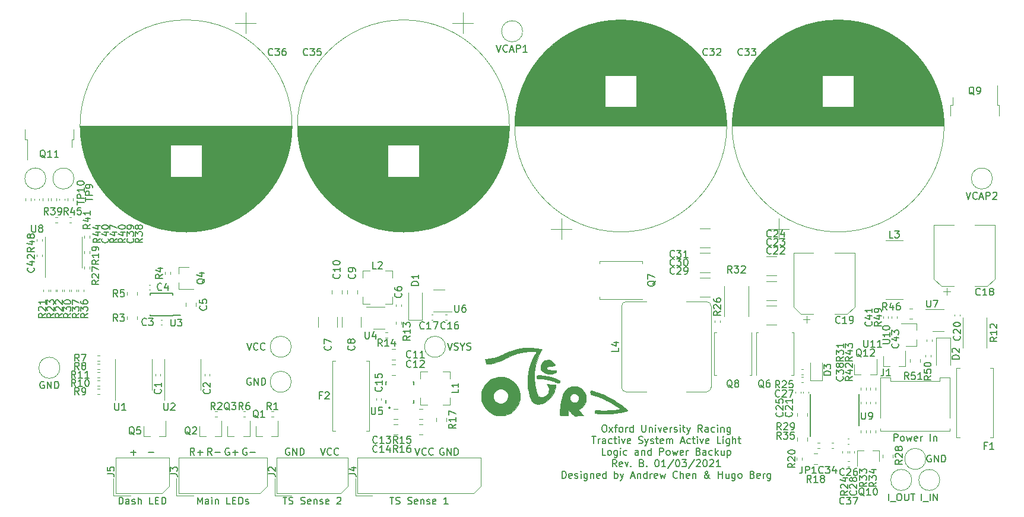
<source format=gbr>
%TF.GenerationSoftware,KiCad,Pcbnew,5.1.9*%
%TF.CreationDate,2021-03-01T17:05:04+00:00*%
%TF.ProjectId,TSAL,5453414c-2e6b-4696-9361-645f70636258,rev?*%
%TF.SameCoordinates,PX42c1d80PY42c1d80*%
%TF.FileFunction,Legend,Top*%
%TF.FilePolarity,Positive*%
%FSLAX46Y46*%
G04 Gerber Fmt 4.6, Leading zero omitted, Abs format (unit mm)*
G04 Created by KiCad (PCBNEW 5.1.9) date 2021-03-01 17:05:04*
%MOMM*%
%LPD*%
G01*
G04 APERTURE LIST*
%ADD10C,0.150000*%
%ADD11C,0.120000*%
%ADD12C,0.010000*%
%ADD13C,0.127000*%
%ADD14C,0.200000*%
G04 APERTURE END LIST*
D10*
X56166666Y-61452380D02*
X56500000Y-62452380D01*
X56833333Y-61452380D01*
X57738095Y-62357142D02*
X57690476Y-62404761D01*
X57547619Y-62452380D01*
X57452380Y-62452380D01*
X57309523Y-62404761D01*
X57214285Y-62309523D01*
X57166666Y-62214285D01*
X57119047Y-62023809D01*
X57119047Y-61880952D01*
X57166666Y-61690476D01*
X57214285Y-61595238D01*
X57309523Y-61500000D01*
X57452380Y-61452380D01*
X57547619Y-61452380D01*
X57690476Y-61500000D01*
X57738095Y-61547619D01*
X58738095Y-62357142D02*
X58690476Y-62404761D01*
X58547619Y-62452380D01*
X58452380Y-62452380D01*
X58309523Y-62404761D01*
X58214285Y-62309523D01*
X58166666Y-62214285D01*
X58119047Y-62023809D01*
X58119047Y-61880952D01*
X58166666Y-61690476D01*
X58214285Y-61595238D01*
X58309523Y-61500000D01*
X58452380Y-61452380D01*
X58547619Y-61452380D01*
X58690476Y-61500000D01*
X58738095Y-61547619D01*
X60238095Y-61500000D02*
X60142857Y-61452380D01*
X60000000Y-61452380D01*
X59857142Y-61500000D01*
X59761904Y-61595238D01*
X59714285Y-61690476D01*
X59666666Y-61880952D01*
X59666666Y-62023809D01*
X59714285Y-62214285D01*
X59761904Y-62309523D01*
X59857142Y-62404761D01*
X60000000Y-62452380D01*
X60095238Y-62452380D01*
X60238095Y-62404761D01*
X60285714Y-62357142D01*
X60285714Y-62023809D01*
X60095238Y-62023809D01*
X60714285Y-62452380D02*
X60714285Y-61452380D01*
X61285714Y-62452380D01*
X61285714Y-61452380D01*
X61761904Y-62452380D02*
X61761904Y-61452380D01*
X62000000Y-61452380D01*
X62142857Y-61500000D01*
X62238095Y-61595238D01*
X62285714Y-61690476D01*
X62333333Y-61880952D01*
X62333333Y-62023809D01*
X62285714Y-62214285D01*
X62238095Y-62309523D01*
X62142857Y-62404761D01*
X62000000Y-62452380D01*
X61761904Y-62452380D01*
X42666666Y-61452380D02*
X43000000Y-62452380D01*
X43333333Y-61452380D01*
X44238095Y-62357142D02*
X44190476Y-62404761D01*
X44047619Y-62452380D01*
X43952380Y-62452380D01*
X43809523Y-62404761D01*
X43714285Y-62309523D01*
X43666666Y-62214285D01*
X43619047Y-62023809D01*
X43619047Y-61880952D01*
X43666666Y-61690476D01*
X43714285Y-61595238D01*
X43809523Y-61500000D01*
X43952380Y-61452380D01*
X44047619Y-61452380D01*
X44190476Y-61500000D01*
X44238095Y-61547619D01*
X45238095Y-62357142D02*
X45190476Y-62404761D01*
X45047619Y-62452380D01*
X44952380Y-62452380D01*
X44809523Y-62404761D01*
X44714285Y-62309523D01*
X44666666Y-62214285D01*
X44619047Y-62023809D01*
X44619047Y-61880952D01*
X44666666Y-61690476D01*
X44714285Y-61595238D01*
X44809523Y-61500000D01*
X44952380Y-61452380D01*
X45047619Y-61452380D01*
X45190476Y-61500000D01*
X45238095Y-61547619D01*
X38238095Y-61500000D02*
X38142857Y-61452380D01*
X38000000Y-61452380D01*
X37857142Y-61500000D01*
X37761904Y-61595238D01*
X37714285Y-61690476D01*
X37666666Y-61880952D01*
X37666666Y-62023809D01*
X37714285Y-62214285D01*
X37761904Y-62309523D01*
X37857142Y-62404761D01*
X38000000Y-62452380D01*
X38095238Y-62452380D01*
X38238095Y-62404761D01*
X38285714Y-62357142D01*
X38285714Y-62023809D01*
X38095238Y-62023809D01*
X38714285Y-62452380D02*
X38714285Y-61452380D01*
X39285714Y-62452380D01*
X39285714Y-61452380D01*
X39761904Y-62452380D02*
X39761904Y-61452380D01*
X40000000Y-61452380D01*
X40142857Y-61500000D01*
X40238095Y-61595238D01*
X40285714Y-61690476D01*
X40333333Y-61880952D01*
X40333333Y-62023809D01*
X40285714Y-62214285D01*
X40238095Y-62309523D01*
X40142857Y-62404761D01*
X40000000Y-62452380D01*
X39761904Y-62452380D01*
X32142857Y-61500000D02*
X32047619Y-61452380D01*
X31904761Y-61452380D01*
X31761904Y-61500000D01*
X31666666Y-61595238D01*
X31619047Y-61690476D01*
X31571428Y-61880952D01*
X31571428Y-62023809D01*
X31619047Y-62214285D01*
X31666666Y-62309523D01*
X31761904Y-62404761D01*
X31904761Y-62452380D01*
X32000000Y-62452380D01*
X32142857Y-62404761D01*
X32190476Y-62357142D01*
X32190476Y-62023809D01*
X32000000Y-62023809D01*
X32619047Y-62071428D02*
X33380952Y-62071428D01*
X29642857Y-61500000D02*
X29547619Y-61452380D01*
X29404761Y-61452380D01*
X29261904Y-61500000D01*
X29166666Y-61595238D01*
X29119047Y-61690476D01*
X29071428Y-61880952D01*
X29071428Y-62023809D01*
X29119047Y-62214285D01*
X29166666Y-62309523D01*
X29261904Y-62404761D01*
X29404761Y-62452380D01*
X29500000Y-62452380D01*
X29642857Y-62404761D01*
X29690476Y-62357142D01*
X29690476Y-62023809D01*
X29500000Y-62023809D01*
X30119047Y-62071428D02*
X30880952Y-62071428D01*
X30500000Y-62452380D02*
X30500000Y-61690476D01*
X27190476Y-62452380D02*
X26857142Y-61976190D01*
X26619047Y-62452380D02*
X26619047Y-61452380D01*
X27000000Y-61452380D01*
X27095238Y-61500000D01*
X27142857Y-61547619D01*
X27190476Y-61642857D01*
X27190476Y-61785714D01*
X27142857Y-61880952D01*
X27095238Y-61928571D01*
X27000000Y-61976190D01*
X26619047Y-61976190D01*
X27619047Y-62071428D02*
X28380952Y-62071428D01*
X24690476Y-62452380D02*
X24357142Y-61976190D01*
X24119047Y-62452380D02*
X24119047Y-61452380D01*
X24500000Y-61452380D01*
X24595238Y-61500000D01*
X24642857Y-61547619D01*
X24690476Y-61642857D01*
X24690476Y-61785714D01*
X24642857Y-61880952D01*
X24595238Y-61928571D01*
X24500000Y-61976190D01*
X24119047Y-61976190D01*
X25119047Y-62071428D02*
X25880952Y-62071428D01*
X25500000Y-62452380D02*
X25500000Y-61690476D01*
X18119047Y-62071428D02*
X18880952Y-62071428D01*
X15619047Y-62071428D02*
X16380952Y-62071428D01*
X16000000Y-62452380D02*
X16000000Y-61690476D01*
X124452380Y-60452380D02*
X124452380Y-59452380D01*
X124833333Y-59452380D01*
X124928571Y-59500000D01*
X124976190Y-59547619D01*
X125023809Y-59642857D01*
X125023809Y-59785714D01*
X124976190Y-59880952D01*
X124928571Y-59928571D01*
X124833333Y-59976190D01*
X124452380Y-59976190D01*
X125595238Y-60452380D02*
X125500000Y-60404761D01*
X125452380Y-60357142D01*
X125404761Y-60261904D01*
X125404761Y-59976190D01*
X125452380Y-59880952D01*
X125500000Y-59833333D01*
X125595238Y-59785714D01*
X125738095Y-59785714D01*
X125833333Y-59833333D01*
X125880952Y-59880952D01*
X125928571Y-59976190D01*
X125928571Y-60261904D01*
X125880952Y-60357142D01*
X125833333Y-60404761D01*
X125738095Y-60452380D01*
X125595238Y-60452380D01*
X126261904Y-59785714D02*
X126452380Y-60452380D01*
X126642857Y-59976190D01*
X126833333Y-60452380D01*
X127023809Y-59785714D01*
X127785714Y-60404761D02*
X127690476Y-60452380D01*
X127500000Y-60452380D01*
X127404761Y-60404761D01*
X127357142Y-60309523D01*
X127357142Y-59928571D01*
X127404761Y-59833333D01*
X127500000Y-59785714D01*
X127690476Y-59785714D01*
X127785714Y-59833333D01*
X127833333Y-59928571D01*
X127833333Y-60023809D01*
X127357142Y-60119047D01*
X128261904Y-60452380D02*
X128261904Y-59785714D01*
X128261904Y-59976190D02*
X128309523Y-59880952D01*
X128357142Y-59833333D01*
X128452380Y-59785714D01*
X128547619Y-59785714D01*
X129642857Y-60452380D02*
X129642857Y-59452380D01*
X130119047Y-59785714D02*
X130119047Y-60452380D01*
X130119047Y-59880952D02*
X130166666Y-59833333D01*
X130261904Y-59785714D01*
X130404761Y-59785714D01*
X130500000Y-59833333D01*
X130547619Y-59928571D01*
X130547619Y-60452380D01*
X13940476Y-69452380D02*
X13940476Y-68452380D01*
X14178571Y-68452380D01*
X14321428Y-68500000D01*
X14416666Y-68595238D01*
X14464285Y-68690476D01*
X14511904Y-68880952D01*
X14511904Y-69023809D01*
X14464285Y-69214285D01*
X14416666Y-69309523D01*
X14321428Y-69404761D01*
X14178571Y-69452380D01*
X13940476Y-69452380D01*
X15369047Y-69452380D02*
X15369047Y-68928571D01*
X15321428Y-68833333D01*
X15226190Y-68785714D01*
X15035714Y-68785714D01*
X14940476Y-68833333D01*
X15369047Y-69404761D02*
X15273809Y-69452380D01*
X15035714Y-69452380D01*
X14940476Y-69404761D01*
X14892857Y-69309523D01*
X14892857Y-69214285D01*
X14940476Y-69119047D01*
X15035714Y-69071428D01*
X15273809Y-69071428D01*
X15369047Y-69023809D01*
X15797619Y-69404761D02*
X15892857Y-69452380D01*
X16083333Y-69452380D01*
X16178571Y-69404761D01*
X16226190Y-69309523D01*
X16226190Y-69261904D01*
X16178571Y-69166666D01*
X16083333Y-69119047D01*
X15940476Y-69119047D01*
X15845238Y-69071428D01*
X15797619Y-68976190D01*
X15797619Y-68928571D01*
X15845238Y-68833333D01*
X15940476Y-68785714D01*
X16083333Y-68785714D01*
X16178571Y-68833333D01*
X16654761Y-69452380D02*
X16654761Y-68452380D01*
X17083333Y-69452380D02*
X17083333Y-68928571D01*
X17035714Y-68833333D01*
X16940476Y-68785714D01*
X16797619Y-68785714D01*
X16702380Y-68833333D01*
X16654761Y-68880952D01*
X18797619Y-69452380D02*
X18321428Y-69452380D01*
X18321428Y-68452380D01*
X19130952Y-68928571D02*
X19464285Y-68928571D01*
X19607142Y-69452380D02*
X19130952Y-69452380D01*
X19130952Y-68452380D01*
X19607142Y-68452380D01*
X20035714Y-69452380D02*
X20035714Y-68452380D01*
X20273809Y-68452380D01*
X20416666Y-68500000D01*
X20511904Y-68595238D01*
X20559523Y-68690476D01*
X20607142Y-68880952D01*
X20607142Y-69023809D01*
X20559523Y-69214285D01*
X20511904Y-69309523D01*
X20416666Y-69404761D01*
X20273809Y-69452380D01*
X20035714Y-69452380D01*
X25130952Y-69452380D02*
X25130952Y-68452380D01*
X25464285Y-69166666D01*
X25797619Y-68452380D01*
X25797619Y-69452380D01*
X26702380Y-69452380D02*
X26702380Y-68928571D01*
X26654761Y-68833333D01*
X26559523Y-68785714D01*
X26369047Y-68785714D01*
X26273809Y-68833333D01*
X26702380Y-69404761D02*
X26607142Y-69452380D01*
X26369047Y-69452380D01*
X26273809Y-69404761D01*
X26226190Y-69309523D01*
X26226190Y-69214285D01*
X26273809Y-69119047D01*
X26369047Y-69071428D01*
X26607142Y-69071428D01*
X26702380Y-69023809D01*
X27178571Y-69452380D02*
X27178571Y-68785714D01*
X27178571Y-68452380D02*
X27130952Y-68500000D01*
X27178571Y-68547619D01*
X27226190Y-68500000D01*
X27178571Y-68452380D01*
X27178571Y-68547619D01*
X27654761Y-68785714D02*
X27654761Y-69452380D01*
X27654761Y-68880952D02*
X27702380Y-68833333D01*
X27797619Y-68785714D01*
X27940476Y-68785714D01*
X28035714Y-68833333D01*
X28083333Y-68928571D01*
X28083333Y-69452380D01*
X29797619Y-69452380D02*
X29321428Y-69452380D01*
X29321428Y-68452380D01*
X30130952Y-68928571D02*
X30464285Y-68928571D01*
X30607142Y-69452380D02*
X30130952Y-69452380D01*
X30130952Y-68452380D01*
X30607142Y-68452380D01*
X31035714Y-69452380D02*
X31035714Y-68452380D01*
X31273809Y-68452380D01*
X31416666Y-68500000D01*
X31511904Y-68595238D01*
X31559523Y-68690476D01*
X31607142Y-68880952D01*
X31607142Y-69023809D01*
X31559523Y-69214285D01*
X31511904Y-69309523D01*
X31416666Y-69404761D01*
X31273809Y-69452380D01*
X31035714Y-69452380D01*
X31988095Y-69404761D02*
X32083333Y-69452380D01*
X32273809Y-69452380D01*
X32369047Y-69404761D01*
X32416666Y-69309523D01*
X32416666Y-69261904D01*
X32369047Y-69166666D01*
X32273809Y-69119047D01*
X32130952Y-69119047D01*
X32035714Y-69071428D01*
X31988095Y-68976190D01*
X31988095Y-68928571D01*
X32035714Y-68833333D01*
X32130952Y-68785714D01*
X32273809Y-68785714D01*
X32369047Y-68833333D01*
X52559523Y-68452380D02*
X53130952Y-68452380D01*
X52845238Y-69452380D02*
X52845238Y-68452380D01*
X53416666Y-69404761D02*
X53559523Y-69452380D01*
X53797619Y-69452380D01*
X53892857Y-69404761D01*
X53940476Y-69357142D01*
X53988095Y-69261904D01*
X53988095Y-69166666D01*
X53940476Y-69071428D01*
X53892857Y-69023809D01*
X53797619Y-68976190D01*
X53607142Y-68928571D01*
X53511904Y-68880952D01*
X53464285Y-68833333D01*
X53416666Y-68738095D01*
X53416666Y-68642857D01*
X53464285Y-68547619D01*
X53511904Y-68500000D01*
X53607142Y-68452380D01*
X53845238Y-68452380D01*
X53988095Y-68500000D01*
X55130952Y-69404761D02*
X55273809Y-69452380D01*
X55511904Y-69452380D01*
X55607142Y-69404761D01*
X55654761Y-69357142D01*
X55702380Y-69261904D01*
X55702380Y-69166666D01*
X55654761Y-69071428D01*
X55607142Y-69023809D01*
X55511904Y-68976190D01*
X55321428Y-68928571D01*
X55226190Y-68880952D01*
X55178571Y-68833333D01*
X55130952Y-68738095D01*
X55130952Y-68642857D01*
X55178571Y-68547619D01*
X55226190Y-68500000D01*
X55321428Y-68452380D01*
X55559523Y-68452380D01*
X55702380Y-68500000D01*
X56511904Y-69404761D02*
X56416666Y-69452380D01*
X56226190Y-69452380D01*
X56130952Y-69404761D01*
X56083333Y-69309523D01*
X56083333Y-68928571D01*
X56130952Y-68833333D01*
X56226190Y-68785714D01*
X56416666Y-68785714D01*
X56511904Y-68833333D01*
X56559523Y-68928571D01*
X56559523Y-69023809D01*
X56083333Y-69119047D01*
X56988095Y-68785714D02*
X56988095Y-69452380D01*
X56988095Y-68880952D02*
X57035714Y-68833333D01*
X57130952Y-68785714D01*
X57273809Y-68785714D01*
X57369047Y-68833333D01*
X57416666Y-68928571D01*
X57416666Y-69452380D01*
X57845238Y-69404761D02*
X57940476Y-69452380D01*
X58130952Y-69452380D01*
X58226190Y-69404761D01*
X58273809Y-69309523D01*
X58273809Y-69261904D01*
X58226190Y-69166666D01*
X58130952Y-69119047D01*
X57988095Y-69119047D01*
X57892857Y-69071428D01*
X57845238Y-68976190D01*
X57845238Y-68928571D01*
X57892857Y-68833333D01*
X57988095Y-68785714D01*
X58130952Y-68785714D01*
X58226190Y-68833333D01*
X59083333Y-69404761D02*
X58988095Y-69452380D01*
X58797619Y-69452380D01*
X58702380Y-69404761D01*
X58654761Y-69309523D01*
X58654761Y-68928571D01*
X58702380Y-68833333D01*
X58797619Y-68785714D01*
X58988095Y-68785714D01*
X59083333Y-68833333D01*
X59130952Y-68928571D01*
X59130952Y-69023809D01*
X58654761Y-69119047D01*
X60845238Y-69452380D02*
X60273809Y-69452380D01*
X60559523Y-69452380D02*
X60559523Y-68452380D01*
X60464285Y-68595238D01*
X60369047Y-68690476D01*
X60273809Y-68738095D01*
X37309523Y-68452380D02*
X37880952Y-68452380D01*
X37595238Y-69452380D02*
X37595238Y-68452380D01*
X38166666Y-69404761D02*
X38309523Y-69452380D01*
X38547619Y-69452380D01*
X38642857Y-69404761D01*
X38690476Y-69357142D01*
X38738095Y-69261904D01*
X38738095Y-69166666D01*
X38690476Y-69071428D01*
X38642857Y-69023809D01*
X38547619Y-68976190D01*
X38357142Y-68928571D01*
X38261904Y-68880952D01*
X38214285Y-68833333D01*
X38166666Y-68738095D01*
X38166666Y-68642857D01*
X38214285Y-68547619D01*
X38261904Y-68500000D01*
X38357142Y-68452380D01*
X38595238Y-68452380D01*
X38738095Y-68500000D01*
X39880952Y-69404761D02*
X40023809Y-69452380D01*
X40261904Y-69452380D01*
X40357142Y-69404761D01*
X40404761Y-69357142D01*
X40452380Y-69261904D01*
X40452380Y-69166666D01*
X40404761Y-69071428D01*
X40357142Y-69023809D01*
X40261904Y-68976190D01*
X40071428Y-68928571D01*
X39976190Y-68880952D01*
X39928571Y-68833333D01*
X39880952Y-68738095D01*
X39880952Y-68642857D01*
X39928571Y-68547619D01*
X39976190Y-68500000D01*
X40071428Y-68452380D01*
X40309523Y-68452380D01*
X40452380Y-68500000D01*
X41261904Y-69404761D02*
X41166666Y-69452380D01*
X40976190Y-69452380D01*
X40880952Y-69404761D01*
X40833333Y-69309523D01*
X40833333Y-68928571D01*
X40880952Y-68833333D01*
X40976190Y-68785714D01*
X41166666Y-68785714D01*
X41261904Y-68833333D01*
X41309523Y-68928571D01*
X41309523Y-69023809D01*
X40833333Y-69119047D01*
X41738095Y-68785714D02*
X41738095Y-69452380D01*
X41738095Y-68880952D02*
X41785714Y-68833333D01*
X41880952Y-68785714D01*
X42023809Y-68785714D01*
X42119047Y-68833333D01*
X42166666Y-68928571D01*
X42166666Y-69452380D01*
X42595238Y-69404761D02*
X42690476Y-69452380D01*
X42880952Y-69452380D01*
X42976190Y-69404761D01*
X43023809Y-69309523D01*
X43023809Y-69261904D01*
X42976190Y-69166666D01*
X42880952Y-69119047D01*
X42738095Y-69119047D01*
X42642857Y-69071428D01*
X42595238Y-68976190D01*
X42595238Y-68928571D01*
X42642857Y-68833333D01*
X42738095Y-68785714D01*
X42880952Y-68785714D01*
X42976190Y-68833333D01*
X43833333Y-69404761D02*
X43738095Y-69452380D01*
X43547619Y-69452380D01*
X43452380Y-69404761D01*
X43404761Y-69309523D01*
X43404761Y-68928571D01*
X43452380Y-68833333D01*
X43547619Y-68785714D01*
X43738095Y-68785714D01*
X43833333Y-68833333D01*
X43880952Y-68928571D01*
X43880952Y-69023809D01*
X43404761Y-69119047D01*
X45023809Y-68547619D02*
X45071428Y-68500000D01*
X45166666Y-68452380D01*
X45404761Y-68452380D01*
X45500000Y-68500000D01*
X45547619Y-68547619D01*
X45595238Y-68642857D01*
X45595238Y-68738095D01*
X45547619Y-68880952D01*
X44976190Y-69452380D01*
X45595238Y-69452380D01*
X83071428Y-58152380D02*
X83261904Y-58152380D01*
X83357142Y-58200000D01*
X83452380Y-58295238D01*
X83500000Y-58485714D01*
X83500000Y-58819047D01*
X83452380Y-59009523D01*
X83357142Y-59104761D01*
X83261904Y-59152380D01*
X83071428Y-59152380D01*
X82976190Y-59104761D01*
X82880952Y-59009523D01*
X82833333Y-58819047D01*
X82833333Y-58485714D01*
X82880952Y-58295238D01*
X82976190Y-58200000D01*
X83071428Y-58152380D01*
X83833333Y-59152380D02*
X84357142Y-58485714D01*
X83833333Y-58485714D02*
X84357142Y-59152380D01*
X84595238Y-58485714D02*
X84976190Y-58485714D01*
X84738095Y-59152380D02*
X84738095Y-58295238D01*
X84785714Y-58200000D01*
X84880952Y-58152380D01*
X84976190Y-58152380D01*
X85452380Y-59152380D02*
X85357142Y-59104761D01*
X85309523Y-59057142D01*
X85261904Y-58961904D01*
X85261904Y-58676190D01*
X85309523Y-58580952D01*
X85357142Y-58533333D01*
X85452380Y-58485714D01*
X85595238Y-58485714D01*
X85690476Y-58533333D01*
X85738095Y-58580952D01*
X85785714Y-58676190D01*
X85785714Y-58961904D01*
X85738095Y-59057142D01*
X85690476Y-59104761D01*
X85595238Y-59152380D01*
X85452380Y-59152380D01*
X86214285Y-59152380D02*
X86214285Y-58485714D01*
X86214285Y-58676190D02*
X86261904Y-58580952D01*
X86309523Y-58533333D01*
X86404761Y-58485714D01*
X86500000Y-58485714D01*
X87261904Y-59152380D02*
X87261904Y-58152380D01*
X87261904Y-59104761D02*
X87166666Y-59152380D01*
X86976190Y-59152380D01*
X86880952Y-59104761D01*
X86833333Y-59057142D01*
X86785714Y-58961904D01*
X86785714Y-58676190D01*
X86833333Y-58580952D01*
X86880952Y-58533333D01*
X86976190Y-58485714D01*
X87166666Y-58485714D01*
X87261904Y-58533333D01*
X88500000Y-58152380D02*
X88500000Y-58961904D01*
X88547619Y-59057142D01*
X88595238Y-59104761D01*
X88690476Y-59152380D01*
X88880952Y-59152380D01*
X88976190Y-59104761D01*
X89023809Y-59057142D01*
X89071428Y-58961904D01*
X89071428Y-58152380D01*
X89547619Y-58485714D02*
X89547619Y-59152380D01*
X89547619Y-58580952D02*
X89595238Y-58533333D01*
X89690476Y-58485714D01*
X89833333Y-58485714D01*
X89928571Y-58533333D01*
X89976190Y-58628571D01*
X89976190Y-59152380D01*
X90452380Y-59152380D02*
X90452380Y-58485714D01*
X90452380Y-58152380D02*
X90404761Y-58200000D01*
X90452380Y-58247619D01*
X90500000Y-58200000D01*
X90452380Y-58152380D01*
X90452380Y-58247619D01*
X90833333Y-58485714D02*
X91071428Y-59152380D01*
X91309523Y-58485714D01*
X92071428Y-59104761D02*
X91976190Y-59152380D01*
X91785714Y-59152380D01*
X91690476Y-59104761D01*
X91642857Y-59009523D01*
X91642857Y-58628571D01*
X91690476Y-58533333D01*
X91785714Y-58485714D01*
X91976190Y-58485714D01*
X92071428Y-58533333D01*
X92119047Y-58628571D01*
X92119047Y-58723809D01*
X91642857Y-58819047D01*
X92547619Y-59152380D02*
X92547619Y-58485714D01*
X92547619Y-58676190D02*
X92595238Y-58580952D01*
X92642857Y-58533333D01*
X92738095Y-58485714D01*
X92833333Y-58485714D01*
X93119047Y-59104761D02*
X93214285Y-59152380D01*
X93404761Y-59152380D01*
X93500000Y-59104761D01*
X93547619Y-59009523D01*
X93547619Y-58961904D01*
X93500000Y-58866666D01*
X93404761Y-58819047D01*
X93261904Y-58819047D01*
X93166666Y-58771428D01*
X93119047Y-58676190D01*
X93119047Y-58628571D01*
X93166666Y-58533333D01*
X93261904Y-58485714D01*
X93404761Y-58485714D01*
X93500000Y-58533333D01*
X93976190Y-59152380D02*
X93976190Y-58485714D01*
X93976190Y-58152380D02*
X93928571Y-58200000D01*
X93976190Y-58247619D01*
X94023809Y-58200000D01*
X93976190Y-58152380D01*
X93976190Y-58247619D01*
X94309523Y-58485714D02*
X94690476Y-58485714D01*
X94452380Y-58152380D02*
X94452380Y-59009523D01*
X94500000Y-59104761D01*
X94595238Y-59152380D01*
X94690476Y-59152380D01*
X94928571Y-58485714D02*
X95166666Y-59152380D01*
X95404761Y-58485714D02*
X95166666Y-59152380D01*
X95071428Y-59390476D01*
X95023809Y-59438095D01*
X94928571Y-59485714D01*
X97119047Y-59152380D02*
X96785714Y-58676190D01*
X96547619Y-59152380D02*
X96547619Y-58152380D01*
X96928571Y-58152380D01*
X97023809Y-58200000D01*
X97071428Y-58247619D01*
X97119047Y-58342857D01*
X97119047Y-58485714D01*
X97071428Y-58580952D01*
X97023809Y-58628571D01*
X96928571Y-58676190D01*
X96547619Y-58676190D01*
X97976190Y-59152380D02*
X97976190Y-58628571D01*
X97928571Y-58533333D01*
X97833333Y-58485714D01*
X97642857Y-58485714D01*
X97547619Y-58533333D01*
X97976190Y-59104761D02*
X97880952Y-59152380D01*
X97642857Y-59152380D01*
X97547619Y-59104761D01*
X97500000Y-59009523D01*
X97500000Y-58914285D01*
X97547619Y-58819047D01*
X97642857Y-58771428D01*
X97880952Y-58771428D01*
X97976190Y-58723809D01*
X98880952Y-59104761D02*
X98785714Y-59152380D01*
X98595238Y-59152380D01*
X98500000Y-59104761D01*
X98452380Y-59057142D01*
X98404761Y-58961904D01*
X98404761Y-58676190D01*
X98452380Y-58580952D01*
X98500000Y-58533333D01*
X98595238Y-58485714D01*
X98785714Y-58485714D01*
X98880952Y-58533333D01*
X99309523Y-59152380D02*
X99309523Y-58485714D01*
X99309523Y-58152380D02*
X99261904Y-58200000D01*
X99309523Y-58247619D01*
X99357142Y-58200000D01*
X99309523Y-58152380D01*
X99309523Y-58247619D01*
X99785714Y-58485714D02*
X99785714Y-59152380D01*
X99785714Y-58580952D02*
X99833333Y-58533333D01*
X99928571Y-58485714D01*
X100071428Y-58485714D01*
X100166666Y-58533333D01*
X100214285Y-58628571D01*
X100214285Y-59152380D01*
X101119047Y-58485714D02*
X101119047Y-59295238D01*
X101071428Y-59390476D01*
X101023809Y-59438095D01*
X100928571Y-59485714D01*
X100785714Y-59485714D01*
X100690476Y-59438095D01*
X101119047Y-59104761D02*
X101023809Y-59152380D01*
X100833333Y-59152380D01*
X100738095Y-59104761D01*
X100690476Y-59057142D01*
X100642857Y-58961904D01*
X100642857Y-58676190D01*
X100690476Y-58580952D01*
X100738095Y-58533333D01*
X100833333Y-58485714D01*
X101023809Y-58485714D01*
X101119047Y-58533333D01*
X81380952Y-59802380D02*
X81952380Y-59802380D01*
X81666666Y-60802380D02*
X81666666Y-59802380D01*
X82285714Y-60802380D02*
X82285714Y-60135714D01*
X82285714Y-60326190D02*
X82333333Y-60230952D01*
X82380952Y-60183333D01*
X82476190Y-60135714D01*
X82571428Y-60135714D01*
X83333333Y-60802380D02*
X83333333Y-60278571D01*
X83285714Y-60183333D01*
X83190476Y-60135714D01*
X82999999Y-60135714D01*
X82904761Y-60183333D01*
X83333333Y-60754761D02*
X83238095Y-60802380D01*
X82999999Y-60802380D01*
X82904761Y-60754761D01*
X82857142Y-60659523D01*
X82857142Y-60564285D01*
X82904761Y-60469047D01*
X82999999Y-60421428D01*
X83238095Y-60421428D01*
X83333333Y-60373809D01*
X84238095Y-60754761D02*
X84142857Y-60802380D01*
X83952380Y-60802380D01*
X83857142Y-60754761D01*
X83809523Y-60707142D01*
X83761904Y-60611904D01*
X83761904Y-60326190D01*
X83809523Y-60230952D01*
X83857142Y-60183333D01*
X83952380Y-60135714D01*
X84142857Y-60135714D01*
X84238095Y-60183333D01*
X84523809Y-60135714D02*
X84904761Y-60135714D01*
X84666666Y-59802380D02*
X84666666Y-60659523D01*
X84714285Y-60754761D01*
X84809523Y-60802380D01*
X84904761Y-60802380D01*
X85238095Y-60802380D02*
X85238095Y-60135714D01*
X85238095Y-59802380D02*
X85190476Y-59850000D01*
X85238095Y-59897619D01*
X85285714Y-59850000D01*
X85238095Y-59802380D01*
X85238095Y-59897619D01*
X85619047Y-60135714D02*
X85857142Y-60802380D01*
X86095238Y-60135714D01*
X86857142Y-60754761D02*
X86761904Y-60802380D01*
X86571428Y-60802380D01*
X86476190Y-60754761D01*
X86428571Y-60659523D01*
X86428571Y-60278571D01*
X86476190Y-60183333D01*
X86571428Y-60135714D01*
X86761904Y-60135714D01*
X86857142Y-60183333D01*
X86904761Y-60278571D01*
X86904761Y-60373809D01*
X86428571Y-60469047D01*
X88047619Y-60754761D02*
X88190476Y-60802380D01*
X88428571Y-60802380D01*
X88523809Y-60754761D01*
X88571428Y-60707142D01*
X88619047Y-60611904D01*
X88619047Y-60516666D01*
X88571428Y-60421428D01*
X88523809Y-60373809D01*
X88428571Y-60326190D01*
X88238095Y-60278571D01*
X88142857Y-60230952D01*
X88095238Y-60183333D01*
X88047619Y-60088095D01*
X88047619Y-59992857D01*
X88095238Y-59897619D01*
X88142857Y-59850000D01*
X88238095Y-59802380D01*
X88476190Y-59802380D01*
X88619047Y-59850000D01*
X88952380Y-60135714D02*
X89190476Y-60802380D01*
X89428571Y-60135714D02*
X89190476Y-60802380D01*
X89095238Y-61040476D01*
X89047619Y-61088095D01*
X88952380Y-61135714D01*
X89761904Y-60754761D02*
X89857142Y-60802380D01*
X90047619Y-60802380D01*
X90142857Y-60754761D01*
X90190476Y-60659523D01*
X90190476Y-60611904D01*
X90142857Y-60516666D01*
X90047619Y-60469047D01*
X89904761Y-60469047D01*
X89809523Y-60421428D01*
X89761904Y-60326190D01*
X89761904Y-60278571D01*
X89809523Y-60183333D01*
X89904761Y-60135714D01*
X90047619Y-60135714D01*
X90142857Y-60183333D01*
X90476190Y-60135714D02*
X90857142Y-60135714D01*
X90619047Y-59802380D02*
X90619047Y-60659523D01*
X90666666Y-60754761D01*
X90761904Y-60802380D01*
X90857142Y-60802380D01*
X91571428Y-60754761D02*
X91476190Y-60802380D01*
X91285714Y-60802380D01*
X91190476Y-60754761D01*
X91142857Y-60659523D01*
X91142857Y-60278571D01*
X91190476Y-60183333D01*
X91285714Y-60135714D01*
X91476190Y-60135714D01*
X91571428Y-60183333D01*
X91619047Y-60278571D01*
X91619047Y-60373809D01*
X91142857Y-60469047D01*
X92047619Y-60802380D02*
X92047619Y-60135714D01*
X92047619Y-60230952D02*
X92095238Y-60183333D01*
X92190476Y-60135714D01*
X92333333Y-60135714D01*
X92428571Y-60183333D01*
X92476190Y-60278571D01*
X92476190Y-60802380D01*
X92476190Y-60278571D02*
X92523809Y-60183333D01*
X92619047Y-60135714D01*
X92761904Y-60135714D01*
X92857142Y-60183333D01*
X92904761Y-60278571D01*
X92904761Y-60802380D01*
X94095238Y-60516666D02*
X94571428Y-60516666D01*
X93999999Y-60802380D02*
X94333333Y-59802380D01*
X94666666Y-60802380D01*
X95428571Y-60754761D02*
X95333333Y-60802380D01*
X95142857Y-60802380D01*
X95047619Y-60754761D01*
X94999999Y-60707142D01*
X94952380Y-60611904D01*
X94952380Y-60326190D01*
X94999999Y-60230952D01*
X95047619Y-60183333D01*
X95142857Y-60135714D01*
X95333333Y-60135714D01*
X95428571Y-60183333D01*
X95714285Y-60135714D02*
X96095238Y-60135714D01*
X95857142Y-59802380D02*
X95857142Y-60659523D01*
X95904761Y-60754761D01*
X95999999Y-60802380D01*
X96095238Y-60802380D01*
X96428571Y-60802380D02*
X96428571Y-60135714D01*
X96428571Y-59802380D02*
X96380952Y-59850000D01*
X96428571Y-59897619D01*
X96476190Y-59850000D01*
X96428571Y-59802380D01*
X96428571Y-59897619D01*
X96809523Y-60135714D02*
X97047619Y-60802380D01*
X97285714Y-60135714D01*
X98047619Y-60754761D02*
X97952380Y-60802380D01*
X97761904Y-60802380D01*
X97666666Y-60754761D01*
X97619047Y-60659523D01*
X97619047Y-60278571D01*
X97666666Y-60183333D01*
X97761904Y-60135714D01*
X97952380Y-60135714D01*
X98047619Y-60183333D01*
X98095238Y-60278571D01*
X98095238Y-60373809D01*
X97619047Y-60469047D01*
X99761904Y-60802380D02*
X99285714Y-60802380D01*
X99285714Y-59802380D01*
X100095238Y-60802380D02*
X100095238Y-60135714D01*
X100095238Y-59802380D02*
X100047619Y-59850000D01*
X100095238Y-59897619D01*
X100142857Y-59850000D01*
X100095238Y-59802380D01*
X100095238Y-59897619D01*
X100999999Y-60135714D02*
X100999999Y-60945238D01*
X100952380Y-61040476D01*
X100904761Y-61088095D01*
X100809523Y-61135714D01*
X100666666Y-61135714D01*
X100571428Y-61088095D01*
X100999999Y-60754761D02*
X100904761Y-60802380D01*
X100714285Y-60802380D01*
X100619047Y-60754761D01*
X100571428Y-60707142D01*
X100523809Y-60611904D01*
X100523809Y-60326190D01*
X100571428Y-60230952D01*
X100619047Y-60183333D01*
X100714285Y-60135714D01*
X100904761Y-60135714D01*
X100999999Y-60183333D01*
X101476190Y-60802380D02*
X101476190Y-59802380D01*
X101904761Y-60802380D02*
X101904761Y-60278571D01*
X101857142Y-60183333D01*
X101761904Y-60135714D01*
X101619047Y-60135714D01*
X101523809Y-60183333D01*
X101476190Y-60230952D01*
X102238095Y-60135714D02*
X102619047Y-60135714D01*
X102380952Y-59802380D02*
X102380952Y-60659523D01*
X102428571Y-60754761D01*
X102523809Y-60802380D01*
X102619047Y-60802380D01*
X83333333Y-62452380D02*
X82857142Y-62452380D01*
X82857142Y-61452380D01*
X83809523Y-62452380D02*
X83714285Y-62404761D01*
X83666666Y-62357142D01*
X83619047Y-62261904D01*
X83619047Y-61976190D01*
X83666666Y-61880952D01*
X83714285Y-61833333D01*
X83809523Y-61785714D01*
X83952380Y-61785714D01*
X84047619Y-61833333D01*
X84095238Y-61880952D01*
X84142857Y-61976190D01*
X84142857Y-62261904D01*
X84095238Y-62357142D01*
X84047619Y-62404761D01*
X83952380Y-62452380D01*
X83809523Y-62452380D01*
X85000000Y-61785714D02*
X85000000Y-62595238D01*
X84952380Y-62690476D01*
X84904761Y-62738095D01*
X84809523Y-62785714D01*
X84666666Y-62785714D01*
X84571428Y-62738095D01*
X85000000Y-62404761D02*
X84904761Y-62452380D01*
X84714285Y-62452380D01*
X84619047Y-62404761D01*
X84571428Y-62357142D01*
X84523809Y-62261904D01*
X84523809Y-61976190D01*
X84571428Y-61880952D01*
X84619047Y-61833333D01*
X84714285Y-61785714D01*
X84904761Y-61785714D01*
X85000000Y-61833333D01*
X85476190Y-62452380D02*
X85476190Y-61785714D01*
X85476190Y-61452380D02*
X85428571Y-61500000D01*
X85476190Y-61547619D01*
X85523809Y-61500000D01*
X85476190Y-61452380D01*
X85476190Y-61547619D01*
X86380952Y-62404761D02*
X86285714Y-62452380D01*
X86095238Y-62452380D01*
X86000000Y-62404761D01*
X85952380Y-62357142D01*
X85904761Y-62261904D01*
X85904761Y-61976190D01*
X85952380Y-61880952D01*
X86000000Y-61833333D01*
X86095238Y-61785714D01*
X86285714Y-61785714D01*
X86380952Y-61833333D01*
X88000000Y-62452380D02*
X88000000Y-61928571D01*
X87952380Y-61833333D01*
X87857142Y-61785714D01*
X87666666Y-61785714D01*
X87571428Y-61833333D01*
X88000000Y-62404761D02*
X87904761Y-62452380D01*
X87666666Y-62452380D01*
X87571428Y-62404761D01*
X87523809Y-62309523D01*
X87523809Y-62214285D01*
X87571428Y-62119047D01*
X87666666Y-62071428D01*
X87904761Y-62071428D01*
X88000000Y-62023809D01*
X88476190Y-61785714D02*
X88476190Y-62452380D01*
X88476190Y-61880952D02*
X88523809Y-61833333D01*
X88619047Y-61785714D01*
X88761904Y-61785714D01*
X88857142Y-61833333D01*
X88904761Y-61928571D01*
X88904761Y-62452380D01*
X89809523Y-62452380D02*
X89809523Y-61452380D01*
X89809523Y-62404761D02*
X89714285Y-62452380D01*
X89523809Y-62452380D01*
X89428571Y-62404761D01*
X89380952Y-62357142D01*
X89333333Y-62261904D01*
X89333333Y-61976190D01*
X89380952Y-61880952D01*
X89428571Y-61833333D01*
X89523809Y-61785714D01*
X89714285Y-61785714D01*
X89809523Y-61833333D01*
X91047619Y-62452380D02*
X91047619Y-61452380D01*
X91428571Y-61452380D01*
X91523809Y-61500000D01*
X91571428Y-61547619D01*
X91619047Y-61642857D01*
X91619047Y-61785714D01*
X91571428Y-61880952D01*
X91523809Y-61928571D01*
X91428571Y-61976190D01*
X91047619Y-61976190D01*
X92190476Y-62452380D02*
X92095238Y-62404761D01*
X92047619Y-62357142D01*
X92000000Y-62261904D01*
X92000000Y-61976190D01*
X92047619Y-61880952D01*
X92095238Y-61833333D01*
X92190476Y-61785714D01*
X92333333Y-61785714D01*
X92428571Y-61833333D01*
X92476190Y-61880952D01*
X92523809Y-61976190D01*
X92523809Y-62261904D01*
X92476190Y-62357142D01*
X92428571Y-62404761D01*
X92333333Y-62452380D01*
X92190476Y-62452380D01*
X92857142Y-61785714D02*
X93047619Y-62452380D01*
X93238095Y-61976190D01*
X93428571Y-62452380D01*
X93619047Y-61785714D01*
X94380952Y-62404761D02*
X94285714Y-62452380D01*
X94095238Y-62452380D01*
X94000000Y-62404761D01*
X93952380Y-62309523D01*
X93952380Y-61928571D01*
X94000000Y-61833333D01*
X94095238Y-61785714D01*
X94285714Y-61785714D01*
X94380952Y-61833333D01*
X94428571Y-61928571D01*
X94428571Y-62023809D01*
X93952380Y-62119047D01*
X94857142Y-62452380D02*
X94857142Y-61785714D01*
X94857142Y-61976190D02*
X94904761Y-61880952D01*
X94952380Y-61833333D01*
X95047619Y-61785714D01*
X95142857Y-61785714D01*
X96571428Y-61928571D02*
X96714285Y-61976190D01*
X96761904Y-62023809D01*
X96809523Y-62119047D01*
X96809523Y-62261904D01*
X96761904Y-62357142D01*
X96714285Y-62404761D01*
X96619047Y-62452380D01*
X96238095Y-62452380D01*
X96238095Y-61452380D01*
X96571428Y-61452380D01*
X96666666Y-61500000D01*
X96714285Y-61547619D01*
X96761904Y-61642857D01*
X96761904Y-61738095D01*
X96714285Y-61833333D01*
X96666666Y-61880952D01*
X96571428Y-61928571D01*
X96238095Y-61928571D01*
X97666666Y-62452380D02*
X97666666Y-61928571D01*
X97619047Y-61833333D01*
X97523809Y-61785714D01*
X97333333Y-61785714D01*
X97238095Y-61833333D01*
X97666666Y-62404761D02*
X97571428Y-62452380D01*
X97333333Y-62452380D01*
X97238095Y-62404761D01*
X97190476Y-62309523D01*
X97190476Y-62214285D01*
X97238095Y-62119047D01*
X97333333Y-62071428D01*
X97571428Y-62071428D01*
X97666666Y-62023809D01*
X98571428Y-62404761D02*
X98476190Y-62452380D01*
X98285714Y-62452380D01*
X98190476Y-62404761D01*
X98142857Y-62357142D01*
X98095238Y-62261904D01*
X98095238Y-61976190D01*
X98142857Y-61880952D01*
X98190476Y-61833333D01*
X98285714Y-61785714D01*
X98476190Y-61785714D01*
X98571428Y-61833333D01*
X99000000Y-62452380D02*
X99000000Y-61452380D01*
X99095238Y-62071428D02*
X99380952Y-62452380D01*
X99380952Y-61785714D02*
X99000000Y-62166666D01*
X100238095Y-61785714D02*
X100238095Y-62452380D01*
X99809523Y-61785714D02*
X99809523Y-62309523D01*
X99857142Y-62404761D01*
X99952380Y-62452380D01*
X100095238Y-62452380D01*
X100190476Y-62404761D01*
X100238095Y-62357142D01*
X100714285Y-61785714D02*
X100714285Y-62785714D01*
X100714285Y-61833333D02*
X100809523Y-61785714D01*
X101000000Y-61785714D01*
X101095238Y-61833333D01*
X101142857Y-61880952D01*
X101190476Y-61976190D01*
X101190476Y-62261904D01*
X101142857Y-62357142D01*
X101095238Y-62404761D01*
X101000000Y-62452380D01*
X100809523Y-62452380D01*
X100714285Y-62404761D01*
X84904761Y-64102380D02*
X84571428Y-63626190D01*
X84333333Y-64102380D02*
X84333333Y-63102380D01*
X84714285Y-63102380D01*
X84809523Y-63150000D01*
X84857142Y-63197619D01*
X84904761Y-63292857D01*
X84904761Y-63435714D01*
X84857142Y-63530952D01*
X84809523Y-63578571D01*
X84714285Y-63626190D01*
X84333333Y-63626190D01*
X85714285Y-64054761D02*
X85619047Y-64102380D01*
X85428571Y-64102380D01*
X85333333Y-64054761D01*
X85285714Y-63959523D01*
X85285714Y-63578571D01*
X85333333Y-63483333D01*
X85428571Y-63435714D01*
X85619047Y-63435714D01*
X85714285Y-63483333D01*
X85761904Y-63578571D01*
X85761904Y-63673809D01*
X85285714Y-63769047D01*
X86095238Y-63435714D02*
X86333333Y-64102380D01*
X86571428Y-63435714D01*
X86952380Y-64007142D02*
X87000000Y-64054761D01*
X86952380Y-64102380D01*
X86904761Y-64054761D01*
X86952380Y-64007142D01*
X86952380Y-64102380D01*
X88523809Y-63578571D02*
X88666666Y-63626190D01*
X88714285Y-63673809D01*
X88761904Y-63769047D01*
X88761904Y-63911904D01*
X88714285Y-64007142D01*
X88666666Y-64054761D01*
X88571428Y-64102380D01*
X88190476Y-64102380D01*
X88190476Y-63102380D01*
X88523809Y-63102380D01*
X88619047Y-63150000D01*
X88666666Y-63197619D01*
X88714285Y-63292857D01*
X88714285Y-63388095D01*
X88666666Y-63483333D01*
X88619047Y-63530952D01*
X88523809Y-63578571D01*
X88190476Y-63578571D01*
X89190476Y-64007142D02*
X89238095Y-64054761D01*
X89190476Y-64102380D01*
X89142857Y-64054761D01*
X89190476Y-64007142D01*
X89190476Y-64102380D01*
X90619047Y-63102380D02*
X90714285Y-63102380D01*
X90809523Y-63150000D01*
X90857142Y-63197619D01*
X90904761Y-63292857D01*
X90952380Y-63483333D01*
X90952380Y-63721428D01*
X90904761Y-63911904D01*
X90857142Y-64007142D01*
X90809523Y-64054761D01*
X90714285Y-64102380D01*
X90619047Y-64102380D01*
X90523809Y-64054761D01*
X90476190Y-64007142D01*
X90428571Y-63911904D01*
X90380952Y-63721428D01*
X90380952Y-63483333D01*
X90428571Y-63292857D01*
X90476190Y-63197619D01*
X90523809Y-63150000D01*
X90619047Y-63102380D01*
X91904761Y-64102380D02*
X91333333Y-64102380D01*
X91619047Y-64102380D02*
X91619047Y-63102380D01*
X91523809Y-63245238D01*
X91428571Y-63340476D01*
X91333333Y-63388095D01*
X93047619Y-63054761D02*
X92190476Y-64340476D01*
X93571428Y-63102380D02*
X93666666Y-63102380D01*
X93761904Y-63150000D01*
X93809523Y-63197619D01*
X93857142Y-63292857D01*
X93904761Y-63483333D01*
X93904761Y-63721428D01*
X93857142Y-63911904D01*
X93809523Y-64007142D01*
X93761904Y-64054761D01*
X93666666Y-64102380D01*
X93571428Y-64102380D01*
X93476190Y-64054761D01*
X93428571Y-64007142D01*
X93380952Y-63911904D01*
X93333333Y-63721428D01*
X93333333Y-63483333D01*
X93380952Y-63292857D01*
X93428571Y-63197619D01*
X93476190Y-63150000D01*
X93571428Y-63102380D01*
X94238095Y-63102380D02*
X94857142Y-63102380D01*
X94523809Y-63483333D01*
X94666666Y-63483333D01*
X94761904Y-63530952D01*
X94809523Y-63578571D01*
X94857142Y-63673809D01*
X94857142Y-63911904D01*
X94809523Y-64007142D01*
X94761904Y-64054761D01*
X94666666Y-64102380D01*
X94380952Y-64102380D01*
X94285714Y-64054761D01*
X94238095Y-64007142D01*
X96000000Y-63054761D02*
X95142857Y-64340476D01*
X96285714Y-63197619D02*
X96333333Y-63150000D01*
X96428571Y-63102380D01*
X96666666Y-63102380D01*
X96761904Y-63150000D01*
X96809523Y-63197619D01*
X96857142Y-63292857D01*
X96857142Y-63388095D01*
X96809523Y-63530952D01*
X96238095Y-64102380D01*
X96857142Y-64102380D01*
X97476190Y-63102380D02*
X97571428Y-63102380D01*
X97666666Y-63150000D01*
X97714285Y-63197619D01*
X97761904Y-63292857D01*
X97809523Y-63483333D01*
X97809523Y-63721428D01*
X97761904Y-63911904D01*
X97714285Y-64007142D01*
X97666666Y-64054761D01*
X97571428Y-64102380D01*
X97476190Y-64102380D01*
X97380952Y-64054761D01*
X97333333Y-64007142D01*
X97285714Y-63911904D01*
X97238095Y-63721428D01*
X97238095Y-63483333D01*
X97285714Y-63292857D01*
X97333333Y-63197619D01*
X97380952Y-63150000D01*
X97476190Y-63102380D01*
X98190476Y-63197619D02*
X98238095Y-63150000D01*
X98333333Y-63102380D01*
X98571428Y-63102380D01*
X98666666Y-63150000D01*
X98714285Y-63197619D01*
X98761904Y-63292857D01*
X98761904Y-63388095D01*
X98714285Y-63530952D01*
X98142857Y-64102380D01*
X98761904Y-64102380D01*
X99714285Y-64102380D02*
X99142857Y-64102380D01*
X99428571Y-64102380D02*
X99428571Y-63102380D01*
X99333333Y-63245238D01*
X99238095Y-63340476D01*
X99142857Y-63388095D01*
X77142857Y-65752380D02*
X77142857Y-64752380D01*
X77380952Y-64752380D01*
X77523809Y-64800000D01*
X77619047Y-64895238D01*
X77666666Y-64990476D01*
X77714285Y-65180952D01*
X77714285Y-65323809D01*
X77666666Y-65514285D01*
X77619047Y-65609523D01*
X77523809Y-65704761D01*
X77380952Y-65752380D01*
X77142857Y-65752380D01*
X78523809Y-65704761D02*
X78428571Y-65752380D01*
X78238095Y-65752380D01*
X78142857Y-65704761D01*
X78095238Y-65609523D01*
X78095238Y-65228571D01*
X78142857Y-65133333D01*
X78238095Y-65085714D01*
X78428571Y-65085714D01*
X78523809Y-65133333D01*
X78571428Y-65228571D01*
X78571428Y-65323809D01*
X78095238Y-65419047D01*
X78952380Y-65704761D02*
X79047619Y-65752380D01*
X79238095Y-65752380D01*
X79333333Y-65704761D01*
X79380952Y-65609523D01*
X79380952Y-65561904D01*
X79333333Y-65466666D01*
X79238095Y-65419047D01*
X79095238Y-65419047D01*
X79000000Y-65371428D01*
X78952380Y-65276190D01*
X78952380Y-65228571D01*
X79000000Y-65133333D01*
X79095238Y-65085714D01*
X79238095Y-65085714D01*
X79333333Y-65133333D01*
X79809523Y-65752380D02*
X79809523Y-65085714D01*
X79809523Y-64752380D02*
X79761904Y-64800000D01*
X79809523Y-64847619D01*
X79857142Y-64800000D01*
X79809523Y-64752380D01*
X79809523Y-64847619D01*
X80714285Y-65085714D02*
X80714285Y-65895238D01*
X80666666Y-65990476D01*
X80619047Y-66038095D01*
X80523809Y-66085714D01*
X80380952Y-66085714D01*
X80285714Y-66038095D01*
X80714285Y-65704761D02*
X80619047Y-65752380D01*
X80428571Y-65752380D01*
X80333333Y-65704761D01*
X80285714Y-65657142D01*
X80238095Y-65561904D01*
X80238095Y-65276190D01*
X80285714Y-65180952D01*
X80333333Y-65133333D01*
X80428571Y-65085714D01*
X80619047Y-65085714D01*
X80714285Y-65133333D01*
X81190476Y-65085714D02*
X81190476Y-65752380D01*
X81190476Y-65180952D02*
X81238095Y-65133333D01*
X81333333Y-65085714D01*
X81476190Y-65085714D01*
X81571428Y-65133333D01*
X81619047Y-65228571D01*
X81619047Y-65752380D01*
X82476190Y-65704761D02*
X82380952Y-65752380D01*
X82190476Y-65752380D01*
X82095238Y-65704761D01*
X82047619Y-65609523D01*
X82047619Y-65228571D01*
X82095238Y-65133333D01*
X82190476Y-65085714D01*
X82380952Y-65085714D01*
X82476190Y-65133333D01*
X82523809Y-65228571D01*
X82523809Y-65323809D01*
X82047619Y-65419047D01*
X83380952Y-65752380D02*
X83380952Y-64752380D01*
X83380952Y-65704761D02*
X83285714Y-65752380D01*
X83095238Y-65752380D01*
X83000000Y-65704761D01*
X82952380Y-65657142D01*
X82904761Y-65561904D01*
X82904761Y-65276190D01*
X82952380Y-65180952D01*
X83000000Y-65133333D01*
X83095238Y-65085714D01*
X83285714Y-65085714D01*
X83380952Y-65133333D01*
X84619047Y-65752380D02*
X84619047Y-64752380D01*
X84619047Y-65133333D02*
X84714285Y-65085714D01*
X84904761Y-65085714D01*
X85000000Y-65133333D01*
X85047619Y-65180952D01*
X85095238Y-65276190D01*
X85095238Y-65561904D01*
X85047619Y-65657142D01*
X85000000Y-65704761D01*
X84904761Y-65752380D01*
X84714285Y-65752380D01*
X84619047Y-65704761D01*
X85428571Y-65085714D02*
X85666666Y-65752380D01*
X85904761Y-65085714D02*
X85666666Y-65752380D01*
X85571428Y-65990476D01*
X85523809Y-66038095D01*
X85428571Y-66085714D01*
X87000000Y-65466666D02*
X87476190Y-65466666D01*
X86904761Y-65752380D02*
X87238095Y-64752380D01*
X87571428Y-65752380D01*
X87904761Y-65085714D02*
X87904761Y-65752380D01*
X87904761Y-65180952D02*
X87952380Y-65133333D01*
X88047619Y-65085714D01*
X88190476Y-65085714D01*
X88285714Y-65133333D01*
X88333333Y-65228571D01*
X88333333Y-65752380D01*
X89238095Y-65752380D02*
X89238095Y-64752380D01*
X89238095Y-65704761D02*
X89142857Y-65752380D01*
X88952380Y-65752380D01*
X88857142Y-65704761D01*
X88809523Y-65657142D01*
X88761904Y-65561904D01*
X88761904Y-65276190D01*
X88809523Y-65180952D01*
X88857142Y-65133333D01*
X88952380Y-65085714D01*
X89142857Y-65085714D01*
X89238095Y-65133333D01*
X89714285Y-65752380D02*
X89714285Y-65085714D01*
X89714285Y-65276190D02*
X89761904Y-65180952D01*
X89809523Y-65133333D01*
X89904761Y-65085714D01*
X90000000Y-65085714D01*
X90714285Y-65704761D02*
X90619047Y-65752380D01*
X90428571Y-65752380D01*
X90333333Y-65704761D01*
X90285714Y-65609523D01*
X90285714Y-65228571D01*
X90333333Y-65133333D01*
X90428571Y-65085714D01*
X90619047Y-65085714D01*
X90714285Y-65133333D01*
X90761904Y-65228571D01*
X90761904Y-65323809D01*
X90285714Y-65419047D01*
X91095238Y-65085714D02*
X91285714Y-65752380D01*
X91476190Y-65276190D01*
X91666666Y-65752380D01*
X91857142Y-65085714D01*
X93571428Y-65657142D02*
X93523809Y-65704761D01*
X93380952Y-65752380D01*
X93285714Y-65752380D01*
X93142857Y-65704761D01*
X93047619Y-65609523D01*
X93000000Y-65514285D01*
X92952380Y-65323809D01*
X92952380Y-65180952D01*
X93000000Y-64990476D01*
X93047619Y-64895238D01*
X93142857Y-64800000D01*
X93285714Y-64752380D01*
X93380952Y-64752380D01*
X93523809Y-64800000D01*
X93571428Y-64847619D01*
X94000000Y-65752380D02*
X94000000Y-64752380D01*
X94428571Y-65752380D02*
X94428571Y-65228571D01*
X94380952Y-65133333D01*
X94285714Y-65085714D01*
X94142857Y-65085714D01*
X94047619Y-65133333D01*
X94000000Y-65180952D01*
X95285714Y-65704761D02*
X95190476Y-65752380D01*
X95000000Y-65752380D01*
X94904761Y-65704761D01*
X94857142Y-65609523D01*
X94857142Y-65228571D01*
X94904761Y-65133333D01*
X95000000Y-65085714D01*
X95190476Y-65085714D01*
X95285714Y-65133333D01*
X95333333Y-65228571D01*
X95333333Y-65323809D01*
X94857142Y-65419047D01*
X95761904Y-65085714D02*
X95761904Y-65752380D01*
X95761904Y-65180952D02*
X95809523Y-65133333D01*
X95904761Y-65085714D01*
X96047619Y-65085714D01*
X96142857Y-65133333D01*
X96190476Y-65228571D01*
X96190476Y-65752380D01*
X98238095Y-65752380D02*
X98190476Y-65752380D01*
X98095238Y-65704761D01*
X97952380Y-65561904D01*
X97714285Y-65276190D01*
X97619047Y-65133333D01*
X97571428Y-64990476D01*
X97571428Y-64895238D01*
X97619047Y-64800000D01*
X97714285Y-64752380D01*
X97761904Y-64752380D01*
X97857142Y-64800000D01*
X97904761Y-64895238D01*
X97904761Y-64942857D01*
X97857142Y-65038095D01*
X97809523Y-65085714D01*
X97523809Y-65276190D01*
X97476190Y-65323809D01*
X97428571Y-65419047D01*
X97428571Y-65561904D01*
X97476190Y-65657142D01*
X97523809Y-65704761D01*
X97619047Y-65752380D01*
X97761904Y-65752380D01*
X97857142Y-65704761D01*
X97904761Y-65657142D01*
X98047619Y-65466666D01*
X98095238Y-65323809D01*
X98095238Y-65228571D01*
X99428571Y-65752380D02*
X99428571Y-64752380D01*
X99428571Y-65228571D02*
X100000000Y-65228571D01*
X100000000Y-65752380D02*
X100000000Y-64752380D01*
X100904761Y-65085714D02*
X100904761Y-65752380D01*
X100476190Y-65085714D02*
X100476190Y-65609523D01*
X100523809Y-65704761D01*
X100619047Y-65752380D01*
X100761904Y-65752380D01*
X100857142Y-65704761D01*
X100904761Y-65657142D01*
X101809523Y-65085714D02*
X101809523Y-65895238D01*
X101761904Y-65990476D01*
X101714285Y-66038095D01*
X101619047Y-66085714D01*
X101476190Y-66085714D01*
X101380952Y-66038095D01*
X101809523Y-65704761D02*
X101714285Y-65752380D01*
X101523809Y-65752380D01*
X101428571Y-65704761D01*
X101380952Y-65657142D01*
X101333333Y-65561904D01*
X101333333Y-65276190D01*
X101380952Y-65180952D01*
X101428571Y-65133333D01*
X101523809Y-65085714D01*
X101714285Y-65085714D01*
X101809523Y-65133333D01*
X102428571Y-65752380D02*
X102333333Y-65704761D01*
X102285714Y-65657142D01*
X102238095Y-65561904D01*
X102238095Y-65276190D01*
X102285714Y-65180952D01*
X102333333Y-65133333D01*
X102428571Y-65085714D01*
X102571428Y-65085714D01*
X102666666Y-65133333D01*
X102714285Y-65180952D01*
X102761904Y-65276190D01*
X102761904Y-65561904D01*
X102714285Y-65657142D01*
X102666666Y-65704761D01*
X102571428Y-65752380D01*
X102428571Y-65752380D01*
X104285714Y-65228571D02*
X104428571Y-65276190D01*
X104476190Y-65323809D01*
X104523809Y-65419047D01*
X104523809Y-65561904D01*
X104476190Y-65657142D01*
X104428571Y-65704761D01*
X104333333Y-65752380D01*
X103952380Y-65752380D01*
X103952380Y-64752380D01*
X104285714Y-64752380D01*
X104380952Y-64800000D01*
X104428571Y-64847619D01*
X104476190Y-64942857D01*
X104476190Y-65038095D01*
X104428571Y-65133333D01*
X104380952Y-65180952D01*
X104285714Y-65228571D01*
X103952380Y-65228571D01*
X105333333Y-65704761D02*
X105238095Y-65752380D01*
X105047619Y-65752380D01*
X104952380Y-65704761D01*
X104904761Y-65609523D01*
X104904761Y-65228571D01*
X104952380Y-65133333D01*
X105047619Y-65085714D01*
X105238095Y-65085714D01*
X105333333Y-65133333D01*
X105380952Y-65228571D01*
X105380952Y-65323809D01*
X104904761Y-65419047D01*
X105809523Y-65752380D02*
X105809523Y-65085714D01*
X105809523Y-65276190D02*
X105857142Y-65180952D01*
X105904761Y-65133333D01*
X106000000Y-65085714D01*
X106095238Y-65085714D01*
X106857142Y-65085714D02*
X106857142Y-65895238D01*
X106809523Y-65990476D01*
X106761904Y-66038095D01*
X106666666Y-66085714D01*
X106523809Y-66085714D01*
X106428571Y-66038095D01*
X106857142Y-65704761D02*
X106761904Y-65752380D01*
X106571428Y-65752380D01*
X106476190Y-65704761D01*
X106428571Y-65657142D01*
X106380952Y-65561904D01*
X106380952Y-65276190D01*
X106428571Y-65180952D01*
X106476190Y-65133333D01*
X106571428Y-65085714D01*
X106761904Y-65085714D01*
X106857142Y-65133333D01*
D11*
%TO.C,J5*%
X13440000Y-62790000D02*
X13440000Y-67910000D01*
X13440000Y-67910000D02*
X20060000Y-67910000D01*
X20060000Y-67910000D02*
X21060000Y-66910000D01*
X21060000Y-66910000D02*
X21060000Y-62790000D01*
X21060000Y-62790000D02*
X13440000Y-62790000D01*
X13140000Y-65800000D02*
X13140000Y-68210000D01*
X13140000Y-68210000D02*
X15550000Y-68210000D01*
D12*
%TO.C,G\u002A\u002A\u002A*%
G36*
X78987220Y-52640881D02*
G01*
X79154974Y-52656644D01*
X79302522Y-52683503D01*
X79354916Y-52697953D01*
X79606255Y-52798380D01*
X79835424Y-52933667D01*
X80039582Y-53101012D01*
X80215889Y-53297611D01*
X80361504Y-53520662D01*
X80473586Y-53767363D01*
X80491865Y-53819706D01*
X80518112Y-53901216D01*
X80536462Y-53968458D01*
X80548335Y-54032354D01*
X80555150Y-54103826D01*
X80558325Y-54193798D01*
X80559281Y-54313190D01*
X80559327Y-54338916D01*
X80559027Y-54463910D01*
X80556790Y-54557336D01*
X80551196Y-54629956D01*
X80540825Y-54692531D01*
X80524257Y-54755825D01*
X80500073Y-54830598D01*
X80490908Y-54857500D01*
X80389100Y-55099363D01*
X80257860Y-55320261D01*
X80101985Y-55512246D01*
X80085484Y-55529288D01*
X79990137Y-55617714D01*
X79880291Y-55706177D01*
X79766635Y-55787101D01*
X79659860Y-55852908D01*
X79570654Y-55896024D01*
X79565200Y-55898048D01*
X79517608Y-55919697D01*
X79493307Y-55939434D01*
X79492500Y-55942413D01*
X79505213Y-55974204D01*
X79540753Y-56033428D01*
X79595217Y-56114691D01*
X79664703Y-56212596D01*
X79745310Y-56321748D01*
X79833136Y-56436753D01*
X79924279Y-56552214D01*
X80004298Y-56650115D01*
X80063295Y-56721536D01*
X80110647Y-56779953D01*
X80140759Y-56818392D01*
X80148677Y-56830032D01*
X80128636Y-56832138D01*
X80072987Y-56833963D01*
X79988456Y-56835390D01*
X79881770Y-56836301D01*
X79772969Y-56836583D01*
X79626679Y-56837635D01*
X79472163Y-56840537D01*
X79323814Y-56844901D01*
X79196025Y-56850345D01*
X79143166Y-56853428D01*
X78889083Y-56870274D01*
X78624583Y-56629348D01*
X78519051Y-56530701D01*
X78408800Y-56423347D01*
X78304650Y-56318093D01*
X78217418Y-56225743D01*
X78190750Y-56196046D01*
X78124406Y-56121676D01*
X78068071Y-56060403D01*
X78027603Y-56018468D01*
X78008857Y-56002113D01*
X78008711Y-56002085D01*
X78000910Y-56021086D01*
X77992995Y-56075111D01*
X77985446Y-56156855D01*
X77978742Y-56259014D01*
X77973363Y-56374282D01*
X77969789Y-56495355D01*
X77968500Y-56614406D01*
X77968500Y-56840809D01*
X76852126Y-56836583D01*
X76838940Y-56667250D01*
X76826401Y-56367358D01*
X76832311Y-56038667D01*
X76855965Y-55690132D01*
X76896655Y-55330703D01*
X76953674Y-54969335D01*
X76986495Y-54798511D01*
X77028169Y-54612153D01*
X77078613Y-54416200D01*
X77099839Y-54342074D01*
X78215747Y-54342074D01*
X78233662Y-54501564D01*
X78289139Y-54643817D01*
X78383764Y-54772296D01*
X78435752Y-54823156D01*
X78534891Y-54900899D01*
X78632574Y-54949597D01*
X78742103Y-54973776D01*
X78876777Y-54977961D01*
X78889512Y-54977550D01*
X78987977Y-54971127D01*
X79061779Y-54957433D01*
X79128477Y-54932242D01*
X79173620Y-54909183D01*
X79302038Y-54816281D01*
X79403171Y-54695623D01*
X79472985Y-54554737D01*
X79507450Y-54401149D01*
X79507950Y-54285120D01*
X79473802Y-54119669D01*
X79403949Y-53976713D01*
X79299332Y-53857637D01*
X79160895Y-53763825D01*
X79149130Y-53757824D01*
X78995905Y-53703600D01*
X78839217Y-53689824D01*
X78684877Y-53715641D01*
X78538694Y-53780193D01*
X78425621Y-53864486D01*
X78320435Y-53980895D01*
X78253355Y-54106494D01*
X78220561Y-54249973D01*
X78215747Y-54342074D01*
X77099839Y-54342074D01*
X77135652Y-54217013D01*
X77197111Y-54020956D01*
X77260815Y-53834391D01*
X77324592Y-53663680D01*
X77386265Y-53515186D01*
X77443660Y-53395270D01*
X77494604Y-53310296D01*
X77495578Y-53308948D01*
X77651691Y-53128240D01*
X77839936Y-52968948D01*
X78053801Y-52835203D01*
X78286775Y-52731133D01*
X78509616Y-52665765D01*
X78649853Y-52644882D01*
X78813951Y-52636774D01*
X78987220Y-52640881D01*
G37*
X78987220Y-52640881D02*
X79154974Y-52656644D01*
X79302522Y-52683503D01*
X79354916Y-52697953D01*
X79606255Y-52798380D01*
X79835424Y-52933667D01*
X80039582Y-53101012D01*
X80215889Y-53297611D01*
X80361504Y-53520662D01*
X80473586Y-53767363D01*
X80491865Y-53819706D01*
X80518112Y-53901216D01*
X80536462Y-53968458D01*
X80548335Y-54032354D01*
X80555150Y-54103826D01*
X80558325Y-54193798D01*
X80559281Y-54313190D01*
X80559327Y-54338916D01*
X80559027Y-54463910D01*
X80556790Y-54557336D01*
X80551196Y-54629956D01*
X80540825Y-54692531D01*
X80524257Y-54755825D01*
X80500073Y-54830598D01*
X80490908Y-54857500D01*
X80389100Y-55099363D01*
X80257860Y-55320261D01*
X80101985Y-55512246D01*
X80085484Y-55529288D01*
X79990137Y-55617714D01*
X79880291Y-55706177D01*
X79766635Y-55787101D01*
X79659860Y-55852908D01*
X79570654Y-55896024D01*
X79565200Y-55898048D01*
X79517608Y-55919697D01*
X79493307Y-55939434D01*
X79492500Y-55942413D01*
X79505213Y-55974204D01*
X79540753Y-56033428D01*
X79595217Y-56114691D01*
X79664703Y-56212596D01*
X79745310Y-56321748D01*
X79833136Y-56436753D01*
X79924279Y-56552214D01*
X80004298Y-56650115D01*
X80063295Y-56721536D01*
X80110647Y-56779953D01*
X80140759Y-56818392D01*
X80148677Y-56830032D01*
X80128636Y-56832138D01*
X80072987Y-56833963D01*
X79988456Y-56835390D01*
X79881770Y-56836301D01*
X79772969Y-56836583D01*
X79626679Y-56837635D01*
X79472163Y-56840537D01*
X79323814Y-56844901D01*
X79196025Y-56850345D01*
X79143166Y-56853428D01*
X78889083Y-56870274D01*
X78624583Y-56629348D01*
X78519051Y-56530701D01*
X78408800Y-56423347D01*
X78304650Y-56318093D01*
X78217418Y-56225743D01*
X78190750Y-56196046D01*
X78124406Y-56121676D01*
X78068071Y-56060403D01*
X78027603Y-56018468D01*
X78008857Y-56002113D01*
X78008711Y-56002085D01*
X78000910Y-56021086D01*
X77992995Y-56075111D01*
X77985446Y-56156855D01*
X77978742Y-56259014D01*
X77973363Y-56374282D01*
X77969789Y-56495355D01*
X77968500Y-56614406D01*
X77968500Y-56840809D01*
X76852126Y-56836583D01*
X76838940Y-56667250D01*
X76826401Y-56367358D01*
X76832311Y-56038667D01*
X76855965Y-55690132D01*
X76896655Y-55330703D01*
X76953674Y-54969335D01*
X76986495Y-54798511D01*
X77028169Y-54612153D01*
X77078613Y-54416200D01*
X77099839Y-54342074D01*
X78215747Y-54342074D01*
X78233662Y-54501564D01*
X78289139Y-54643817D01*
X78383764Y-54772296D01*
X78435752Y-54823156D01*
X78534891Y-54900899D01*
X78632574Y-54949597D01*
X78742103Y-54973776D01*
X78876777Y-54977961D01*
X78889512Y-54977550D01*
X78987977Y-54971127D01*
X79061779Y-54957433D01*
X79128477Y-54932242D01*
X79173620Y-54909183D01*
X79302038Y-54816281D01*
X79403171Y-54695623D01*
X79472985Y-54554737D01*
X79507450Y-54401149D01*
X79507950Y-54285120D01*
X79473802Y-54119669D01*
X79403949Y-53976713D01*
X79299332Y-53857637D01*
X79160895Y-53763825D01*
X79149130Y-53757824D01*
X78995905Y-53703600D01*
X78839217Y-53689824D01*
X78684877Y-53715641D01*
X78538694Y-53780193D01*
X78425621Y-53864486D01*
X78320435Y-53980895D01*
X78253355Y-54106494D01*
X78220561Y-54249973D01*
X78215747Y-54342074D01*
X77099839Y-54342074D01*
X77135652Y-54217013D01*
X77197111Y-54020956D01*
X77260815Y-53834391D01*
X77324592Y-53663680D01*
X77386265Y-53515186D01*
X77443660Y-53395270D01*
X77494604Y-53310296D01*
X77495578Y-53308948D01*
X77651691Y-53128240D01*
X77839936Y-52968948D01*
X78053801Y-52835203D01*
X78286775Y-52731133D01*
X78509616Y-52665765D01*
X78649853Y-52644882D01*
X78813951Y-52636774D01*
X78987220Y-52640881D01*
G36*
X68748467Y-51330758D02*
G01*
X69071754Y-51393150D01*
X69385564Y-51493223D01*
X69685306Y-51630874D01*
X69708860Y-51643683D01*
X69987128Y-51820445D01*
X70242662Y-52030264D01*
X70472334Y-52269036D01*
X70673013Y-52532652D01*
X70841568Y-52817008D01*
X70974868Y-53117996D01*
X71068869Y-53427625D01*
X71126451Y-53760679D01*
X71143063Y-54093044D01*
X71119994Y-54421467D01*
X71058531Y-54742695D01*
X70959960Y-55053475D01*
X70825568Y-55350555D01*
X70656643Y-55630681D01*
X70454471Y-55890601D01*
X70220340Y-56127062D01*
X69955537Y-56336810D01*
X69903894Y-56372023D01*
X69608644Y-56544443D01*
X69301494Y-56676380D01*
X68981956Y-56767959D01*
X68649544Y-56819304D01*
X68303769Y-56830541D01*
X68145071Y-56822649D01*
X67811479Y-56777236D01*
X67490920Y-56691724D01*
X67184587Y-56566660D01*
X66893675Y-56402588D01*
X66619375Y-56200054D01*
X66450573Y-56048058D01*
X66218430Y-55796241D01*
X66023984Y-55526856D01*
X65865881Y-55237439D01*
X65742765Y-54925524D01*
X65656417Y-54603500D01*
X65636146Y-54473268D01*
X65622930Y-54313757D01*
X65617841Y-54168273D01*
X67324381Y-54168273D01*
X67354113Y-54338176D01*
X67424187Y-54526156D01*
X67529063Y-54695457D01*
X67663926Y-54842327D01*
X67823962Y-54963011D01*
X68004358Y-55053755D01*
X68200299Y-55110808D01*
X68369416Y-55129824D01*
X68422517Y-55126516D01*
X68499747Y-55115811D01*
X68581083Y-55100685D01*
X68786075Y-55037165D01*
X68968702Y-54939146D01*
X69125881Y-54809326D01*
X69254525Y-54650402D01*
X69351550Y-54465072D01*
X69372803Y-54408315D01*
X69420592Y-54206925D01*
X69427706Y-54004532D01*
X69395363Y-53806220D01*
X69324781Y-53617076D01*
X69217178Y-53442185D01*
X69112928Y-53323442D01*
X68948434Y-53186981D01*
X68771739Y-53090786D01*
X68580951Y-53034061D01*
X68380000Y-53016000D01*
X68176092Y-53035685D01*
X67986425Y-53092011D01*
X67814176Y-53180882D01*
X67662523Y-53298205D01*
X67534641Y-53439885D01*
X67433709Y-53601826D01*
X67362904Y-53779934D01*
X67325402Y-53970115D01*
X67324381Y-54168273D01*
X65617841Y-54168273D01*
X65616753Y-54137179D01*
X65617603Y-53955746D01*
X65625465Y-53781671D01*
X65640326Y-53627165D01*
X65657645Y-53524000D01*
X65751086Y-53190245D01*
X65881344Y-52874641D01*
X66046409Y-52579796D01*
X66244269Y-52308321D01*
X66472911Y-52062823D01*
X66730325Y-51845914D01*
X67014498Y-51660201D01*
X67150541Y-51587519D01*
X67452355Y-51460001D01*
X67767646Y-51370667D01*
X68091822Y-51319415D01*
X68420292Y-51306146D01*
X68748467Y-51330758D01*
G37*
X68748467Y-51330758D02*
X69071754Y-51393150D01*
X69385564Y-51493223D01*
X69685306Y-51630874D01*
X69708860Y-51643683D01*
X69987128Y-51820445D01*
X70242662Y-52030264D01*
X70472334Y-52269036D01*
X70673013Y-52532652D01*
X70841568Y-52817008D01*
X70974868Y-53117996D01*
X71068869Y-53427625D01*
X71126451Y-53760679D01*
X71143063Y-54093044D01*
X71119994Y-54421467D01*
X71058531Y-54742695D01*
X70959960Y-55053475D01*
X70825568Y-55350555D01*
X70656643Y-55630681D01*
X70454471Y-55890601D01*
X70220340Y-56127062D01*
X69955537Y-56336810D01*
X69903894Y-56372023D01*
X69608644Y-56544443D01*
X69301494Y-56676380D01*
X68981956Y-56767959D01*
X68649544Y-56819304D01*
X68303769Y-56830541D01*
X68145071Y-56822649D01*
X67811479Y-56777236D01*
X67490920Y-56691724D01*
X67184587Y-56566660D01*
X66893675Y-56402588D01*
X66619375Y-56200054D01*
X66450573Y-56048058D01*
X66218430Y-55796241D01*
X66023984Y-55526856D01*
X65865881Y-55237439D01*
X65742765Y-54925524D01*
X65656417Y-54603500D01*
X65636146Y-54473268D01*
X65622930Y-54313757D01*
X65617841Y-54168273D01*
X67324381Y-54168273D01*
X67354113Y-54338176D01*
X67424187Y-54526156D01*
X67529063Y-54695457D01*
X67663926Y-54842327D01*
X67823962Y-54963011D01*
X68004358Y-55053755D01*
X68200299Y-55110808D01*
X68369416Y-55129824D01*
X68422517Y-55126516D01*
X68499747Y-55115811D01*
X68581083Y-55100685D01*
X68786075Y-55037165D01*
X68968702Y-54939146D01*
X69125881Y-54809326D01*
X69254525Y-54650402D01*
X69351550Y-54465072D01*
X69372803Y-54408315D01*
X69420592Y-54206925D01*
X69427706Y-54004532D01*
X69395363Y-53806220D01*
X69324781Y-53617076D01*
X69217178Y-53442185D01*
X69112928Y-53323442D01*
X68948434Y-53186981D01*
X68771739Y-53090786D01*
X68580951Y-53034061D01*
X68380000Y-53016000D01*
X68176092Y-53035685D01*
X67986425Y-53092011D01*
X67814176Y-53180882D01*
X67662523Y-53298205D01*
X67534641Y-53439885D01*
X67433709Y-53601826D01*
X67362904Y-53779934D01*
X67325402Y-53970115D01*
X67324381Y-54168273D01*
X65617841Y-54168273D01*
X65616753Y-54137179D01*
X65617603Y-53955746D01*
X65625465Y-53781671D01*
X65640326Y-53627165D01*
X65657645Y-53524000D01*
X65751086Y-53190245D01*
X65881344Y-52874641D01*
X66046409Y-52579796D01*
X66244269Y-52308321D01*
X66472911Y-52062823D01*
X66730325Y-51845914D01*
X67014498Y-51660201D01*
X67150541Y-51587519D01*
X67452355Y-51460001D01*
X67767646Y-51370667D01*
X68091822Y-51319415D01*
X68420292Y-51306146D01*
X68748467Y-51330758D01*
G36*
X81266909Y-53245309D02*
G01*
X81325996Y-53257912D01*
X81412526Y-53279294D01*
X81519928Y-53307827D01*
X81641631Y-53341881D01*
X81651500Y-53344712D01*
X82046453Y-53464468D01*
X82416300Y-53590422D01*
X82774748Y-53727871D01*
X83135500Y-53882113D01*
X83512263Y-54058446D01*
X83567083Y-54085204D01*
X84026307Y-54320740D01*
X84454324Y-54562687D01*
X84862257Y-54818058D01*
X85261226Y-55093866D01*
X85662355Y-55397122D01*
X85719427Y-55442254D01*
X85836821Y-55537134D01*
X85956048Y-55636307D01*
X86072846Y-55735939D01*
X86182953Y-55832194D01*
X86282107Y-55921241D01*
X86366046Y-55999244D01*
X86430509Y-56062370D01*
X86471233Y-56106784D01*
X86483958Y-56128654D01*
X86483432Y-56129551D01*
X86456130Y-56141119D01*
X86393988Y-56159844D01*
X86303592Y-56184148D01*
X86191525Y-56212457D01*
X86064370Y-56243194D01*
X85928712Y-56274782D01*
X85791135Y-56305644D01*
X85658223Y-56334206D01*
X85536559Y-56358889D01*
X85482666Y-56369161D01*
X85176119Y-56423096D01*
X84891447Y-56466466D01*
X84617820Y-56500288D01*
X84344408Y-56525580D01*
X84060379Y-56543359D01*
X83754902Y-56554644D01*
X83450666Y-56560111D01*
X83281336Y-56561659D01*
X83120965Y-56562581D01*
X82975727Y-56562884D01*
X82851796Y-56562573D01*
X82755343Y-56561654D01*
X82692544Y-56560135D01*
X82678083Y-56559349D01*
X82472077Y-56543701D01*
X82304101Y-56530495D01*
X82169968Y-56519028D01*
X82065491Y-56508600D01*
X81986484Y-56498511D01*
X81928760Y-56488059D01*
X81888132Y-56476543D01*
X81860414Y-56463263D01*
X81841419Y-56447517D01*
X81826959Y-56428605D01*
X81818745Y-56415489D01*
X81780599Y-56318962D01*
X81784255Y-56225620D01*
X81829342Y-56138722D01*
X81853252Y-56112014D01*
X81902036Y-56067241D01*
X81941382Y-56047589D01*
X81989612Y-56046220D01*
X82019858Y-56049852D01*
X82132685Y-56062120D01*
X82279243Y-56073208D01*
X82450939Y-56082825D01*
X82639180Y-56090681D01*
X82835372Y-56096485D01*
X83030923Y-56099945D01*
X83217239Y-56100772D01*
X83385727Y-56098673D01*
X83428343Y-56097528D01*
X83729110Y-56084442D01*
X84038910Y-56063786D01*
X84348839Y-56036512D01*
X84649990Y-56003571D01*
X84933457Y-55965914D01*
X85190332Y-55924491D01*
X85362670Y-55890997D01*
X85464925Y-55869257D01*
X85278004Y-55731070D01*
X84715071Y-55341125D01*
X84126653Y-54984520D01*
X83514294Y-54662016D01*
X82879540Y-54374375D01*
X82223936Y-54122358D01*
X81610199Y-53924529D01*
X81481620Y-53884227D01*
X81378019Y-53846593D01*
X81305306Y-53813927D01*
X81274032Y-53793563D01*
X81214753Y-53718553D01*
X81168976Y-53622899D01*
X81145693Y-53526770D01*
X81144429Y-53502833D01*
X81152457Y-53443963D01*
X81172789Y-53373357D01*
X81199797Y-53306022D01*
X81227854Y-53256961D01*
X81241837Y-53243116D01*
X81266909Y-53245309D01*
G37*
X81266909Y-53245309D02*
X81325996Y-53257912D01*
X81412526Y-53279294D01*
X81519928Y-53307827D01*
X81641631Y-53341881D01*
X81651500Y-53344712D01*
X82046453Y-53464468D01*
X82416300Y-53590422D01*
X82774748Y-53727871D01*
X83135500Y-53882113D01*
X83512263Y-54058446D01*
X83567083Y-54085204D01*
X84026307Y-54320740D01*
X84454324Y-54562687D01*
X84862257Y-54818058D01*
X85261226Y-55093866D01*
X85662355Y-55397122D01*
X85719427Y-55442254D01*
X85836821Y-55537134D01*
X85956048Y-55636307D01*
X86072846Y-55735939D01*
X86182953Y-55832194D01*
X86282107Y-55921241D01*
X86366046Y-55999244D01*
X86430509Y-56062370D01*
X86471233Y-56106784D01*
X86483958Y-56128654D01*
X86483432Y-56129551D01*
X86456130Y-56141119D01*
X86393988Y-56159844D01*
X86303592Y-56184148D01*
X86191525Y-56212457D01*
X86064370Y-56243194D01*
X85928712Y-56274782D01*
X85791135Y-56305644D01*
X85658223Y-56334206D01*
X85536559Y-56358889D01*
X85482666Y-56369161D01*
X85176119Y-56423096D01*
X84891447Y-56466466D01*
X84617820Y-56500288D01*
X84344408Y-56525580D01*
X84060379Y-56543359D01*
X83754902Y-56554644D01*
X83450666Y-56560111D01*
X83281336Y-56561659D01*
X83120965Y-56562581D01*
X82975727Y-56562884D01*
X82851796Y-56562573D01*
X82755343Y-56561654D01*
X82692544Y-56560135D01*
X82678083Y-56559349D01*
X82472077Y-56543701D01*
X82304101Y-56530495D01*
X82169968Y-56519028D01*
X82065491Y-56508600D01*
X81986484Y-56498511D01*
X81928760Y-56488059D01*
X81888132Y-56476543D01*
X81860414Y-56463263D01*
X81841419Y-56447517D01*
X81826959Y-56428605D01*
X81818745Y-56415489D01*
X81780599Y-56318962D01*
X81784255Y-56225620D01*
X81829342Y-56138722D01*
X81853252Y-56112014D01*
X81902036Y-56067241D01*
X81941382Y-56047589D01*
X81989612Y-56046220D01*
X82019858Y-56049852D01*
X82132685Y-56062120D01*
X82279243Y-56073208D01*
X82450939Y-56082825D01*
X82639180Y-56090681D01*
X82835372Y-56096485D01*
X83030923Y-56099945D01*
X83217239Y-56100772D01*
X83385727Y-56098673D01*
X83428343Y-56097528D01*
X83729110Y-56084442D01*
X84038910Y-56063786D01*
X84348839Y-56036512D01*
X84649990Y-56003571D01*
X84933457Y-55965914D01*
X85190332Y-55924491D01*
X85362670Y-55890997D01*
X85464925Y-55869257D01*
X85278004Y-55731070D01*
X84715071Y-55341125D01*
X84126653Y-54984520D01*
X83514294Y-54662016D01*
X82879540Y-54374375D01*
X82223936Y-54122358D01*
X81610199Y-53924529D01*
X81481620Y-53884227D01*
X81378019Y-53846593D01*
X81305306Y-53813927D01*
X81274032Y-53793563D01*
X81214753Y-53718553D01*
X81168976Y-53622899D01*
X81145693Y-53526770D01*
X81144429Y-53502833D01*
X81152457Y-53443963D01*
X81172789Y-53373357D01*
X81199797Y-53306022D01*
X81227854Y-53256961D01*
X81241837Y-53243116D01*
X81266909Y-53245309D01*
G36*
X72814697Y-47148715D02*
G01*
X73347246Y-47203148D01*
X73428250Y-47215050D01*
X73512387Y-47229201D01*
X73616154Y-47248583D01*
X73731583Y-47271485D01*
X73850703Y-47296198D01*
X73965545Y-47321010D01*
X74068138Y-47344211D01*
X74150513Y-47364089D01*
X74204700Y-47378935D01*
X74221394Y-47385292D01*
X74226972Y-47404512D01*
X74213283Y-47446747D01*
X74178616Y-47516005D01*
X74127096Y-47606407D01*
X73876095Y-48074066D01*
X73660380Y-48562638D01*
X73480940Y-49068210D01*
X73338770Y-49586871D01*
X73234861Y-50114710D01*
X73170205Y-50647817D01*
X73145794Y-51182280D01*
X73149362Y-51460250D01*
X73169484Y-51811077D01*
X73205818Y-52166922D01*
X73256664Y-52515943D01*
X73320323Y-52846298D01*
X73387633Y-53119564D01*
X73417661Y-53222658D01*
X73455321Y-53344143D01*
X73497286Y-53474061D01*
X73540232Y-53602454D01*
X73580831Y-53719364D01*
X73615758Y-53814835D01*
X73640059Y-53875258D01*
X73703236Y-53984469D01*
X73786377Y-54065588D01*
X73893890Y-54120843D01*
X74030181Y-54152465D01*
X74199658Y-54162682D01*
X74208239Y-54162674D01*
X74416854Y-54142283D01*
X74610493Y-54084885D01*
X74785585Y-53994050D01*
X74938558Y-53873350D01*
X75065840Y-53726356D01*
X75163859Y-53556641D01*
X75229044Y-53367775D01*
X75257823Y-53163331D01*
X75258915Y-53112094D01*
X75240394Y-52906991D01*
X75184348Y-52717158D01*
X75088963Y-52537635D01*
X75009471Y-52429577D01*
X74912620Y-52310682D01*
X74995935Y-52325096D01*
X75194926Y-52357723D01*
X75368501Y-52381684D01*
X75532292Y-52398676D01*
X75701927Y-52410396D01*
X75838916Y-52416616D01*
X76196416Y-52430153D01*
X76182538Y-52633118D01*
X76139369Y-52960044D01*
X76056568Y-53277504D01*
X75936395Y-53582144D01*
X75781108Y-53870611D01*
X75592966Y-54139551D01*
X75374227Y-54385611D01*
X75127150Y-54605438D01*
X74853993Y-54795679D01*
X74649809Y-54908781D01*
X74447401Y-54998619D01*
X74236925Y-55071500D01*
X74026163Y-55125897D01*
X73822896Y-55160283D01*
X73634908Y-55173131D01*
X73469979Y-55162914D01*
X73411284Y-55151811D01*
X73288698Y-55110704D01*
X73156220Y-55045913D01*
X73031103Y-54966240D01*
X72997561Y-54940734D01*
X72915754Y-54866799D01*
X72841899Y-54779708D01*
X72773558Y-54674690D01*
X72708295Y-54546973D01*
X72643672Y-54391785D01*
X72577250Y-54204354D01*
X72506593Y-53979909D01*
X72506345Y-53979083D01*
X72369150Y-53451139D01*
X72272490Y-52916398D01*
X72216160Y-52377557D01*
X72199954Y-51837316D01*
X72223666Y-51298374D01*
X72287092Y-50763428D01*
X72390024Y-50235179D01*
X72532259Y-49716325D01*
X72713590Y-49209564D01*
X72902004Y-48782666D01*
X73004962Y-48573669D01*
X73098901Y-48393447D01*
X73189853Y-48231209D01*
X73283849Y-48076165D01*
X73378587Y-47930018D01*
X73429613Y-47851812D01*
X73470410Y-47786330D01*
X73496038Y-47741685D01*
X73502333Y-47726780D01*
X73482090Y-47715137D01*
X73424996Y-47705198D01*
X73336498Y-47697011D01*
X73222046Y-47690625D01*
X73087088Y-47686087D01*
X72937073Y-47683448D01*
X72777450Y-47682754D01*
X72613668Y-47684054D01*
X72451175Y-47687398D01*
X72295421Y-47692832D01*
X72151854Y-47700407D01*
X72025923Y-47710170D01*
X71993983Y-47713364D01*
X71759672Y-47740782D01*
X71550158Y-47771462D01*
X71347902Y-47808454D01*
X71135368Y-47854808D01*
X71015250Y-47883555D01*
X70775577Y-47945535D01*
X70550382Y-48011151D01*
X70332942Y-48083125D01*
X70116534Y-48164176D01*
X69894432Y-48257025D01*
X69659914Y-48364393D01*
X69406257Y-48489000D01*
X69126736Y-48633567D01*
X69015000Y-48692880D01*
X68684558Y-48856020D01*
X68333395Y-49004899D01*
X67969806Y-49137005D01*
X67602085Y-49249822D01*
X67238529Y-49340839D01*
X66887432Y-49407542D01*
X66557089Y-49447417D01*
X66514033Y-49450643D01*
X66309651Y-49464735D01*
X66285072Y-49340659D01*
X66269259Y-49264961D01*
X66247132Y-49164324D01*
X66222288Y-49054962D01*
X66208996Y-48997930D01*
X66187806Y-48906514D01*
X66170849Y-48830609D01*
X66160166Y-48779526D01*
X66157500Y-48763065D01*
X66177330Y-48755966D01*
X66231535Y-48748148D01*
X66312188Y-48740493D01*
X66411361Y-48733884D01*
X66427375Y-48733035D01*
X66606920Y-48720670D01*
X66777439Y-48701533D01*
X66950975Y-48673679D01*
X67139570Y-48635160D01*
X67355269Y-48584031D01*
X67366379Y-48581259D01*
X67660697Y-48502035D01*
X67938019Y-48414798D01*
X68208862Y-48315492D01*
X68483744Y-48200061D01*
X68773182Y-48064449D01*
X68992515Y-47954086D01*
X69133722Y-47882822D01*
X69281715Y-47810750D01*
X69425623Y-47742984D01*
X69554575Y-47684638D01*
X69657700Y-47640825D01*
X69662738Y-47638806D01*
X70161059Y-47462358D01*
X70676008Y-47323161D01*
X71203215Y-47221706D01*
X71738312Y-47158486D01*
X72276929Y-47133992D01*
X72814697Y-47148715D01*
G37*
X72814697Y-47148715D02*
X73347246Y-47203148D01*
X73428250Y-47215050D01*
X73512387Y-47229201D01*
X73616154Y-47248583D01*
X73731583Y-47271485D01*
X73850703Y-47296198D01*
X73965545Y-47321010D01*
X74068138Y-47344211D01*
X74150513Y-47364089D01*
X74204700Y-47378935D01*
X74221394Y-47385292D01*
X74226972Y-47404512D01*
X74213283Y-47446747D01*
X74178616Y-47516005D01*
X74127096Y-47606407D01*
X73876095Y-48074066D01*
X73660380Y-48562638D01*
X73480940Y-49068210D01*
X73338770Y-49586871D01*
X73234861Y-50114710D01*
X73170205Y-50647817D01*
X73145794Y-51182280D01*
X73149362Y-51460250D01*
X73169484Y-51811077D01*
X73205818Y-52166922D01*
X73256664Y-52515943D01*
X73320323Y-52846298D01*
X73387633Y-53119564D01*
X73417661Y-53222658D01*
X73455321Y-53344143D01*
X73497286Y-53474061D01*
X73540232Y-53602454D01*
X73580831Y-53719364D01*
X73615758Y-53814835D01*
X73640059Y-53875258D01*
X73703236Y-53984469D01*
X73786377Y-54065588D01*
X73893890Y-54120843D01*
X74030181Y-54152465D01*
X74199658Y-54162682D01*
X74208239Y-54162674D01*
X74416854Y-54142283D01*
X74610493Y-54084885D01*
X74785585Y-53994050D01*
X74938558Y-53873350D01*
X75065840Y-53726356D01*
X75163859Y-53556641D01*
X75229044Y-53367775D01*
X75257823Y-53163331D01*
X75258915Y-53112094D01*
X75240394Y-52906991D01*
X75184348Y-52717158D01*
X75088963Y-52537635D01*
X75009471Y-52429577D01*
X74912620Y-52310682D01*
X74995935Y-52325096D01*
X75194926Y-52357723D01*
X75368501Y-52381684D01*
X75532292Y-52398676D01*
X75701927Y-52410396D01*
X75838916Y-52416616D01*
X76196416Y-52430153D01*
X76182538Y-52633118D01*
X76139369Y-52960044D01*
X76056568Y-53277504D01*
X75936395Y-53582144D01*
X75781108Y-53870611D01*
X75592966Y-54139551D01*
X75374227Y-54385611D01*
X75127150Y-54605438D01*
X74853993Y-54795679D01*
X74649809Y-54908781D01*
X74447401Y-54998619D01*
X74236925Y-55071500D01*
X74026163Y-55125897D01*
X73822896Y-55160283D01*
X73634908Y-55173131D01*
X73469979Y-55162914D01*
X73411284Y-55151811D01*
X73288698Y-55110704D01*
X73156220Y-55045913D01*
X73031103Y-54966240D01*
X72997561Y-54940734D01*
X72915754Y-54866799D01*
X72841899Y-54779708D01*
X72773558Y-54674690D01*
X72708295Y-54546973D01*
X72643672Y-54391785D01*
X72577250Y-54204354D01*
X72506593Y-53979909D01*
X72506345Y-53979083D01*
X72369150Y-53451139D01*
X72272490Y-52916398D01*
X72216160Y-52377557D01*
X72199954Y-51837316D01*
X72223666Y-51298374D01*
X72287092Y-50763428D01*
X72390024Y-50235179D01*
X72532259Y-49716325D01*
X72713590Y-49209564D01*
X72902004Y-48782666D01*
X73004962Y-48573669D01*
X73098901Y-48393447D01*
X73189853Y-48231209D01*
X73283849Y-48076165D01*
X73378587Y-47930018D01*
X73429613Y-47851812D01*
X73470410Y-47786330D01*
X73496038Y-47741685D01*
X73502333Y-47726780D01*
X73482090Y-47715137D01*
X73424996Y-47705198D01*
X73336498Y-47697011D01*
X73222046Y-47690625D01*
X73087088Y-47686087D01*
X72937073Y-47683448D01*
X72777450Y-47682754D01*
X72613668Y-47684054D01*
X72451175Y-47687398D01*
X72295421Y-47692832D01*
X72151854Y-47700407D01*
X72025923Y-47710170D01*
X71993983Y-47713364D01*
X71759672Y-47740782D01*
X71550158Y-47771462D01*
X71347902Y-47808454D01*
X71135368Y-47854808D01*
X71015250Y-47883555D01*
X70775577Y-47945535D01*
X70550382Y-48011151D01*
X70332942Y-48083125D01*
X70116534Y-48164176D01*
X69894432Y-48257025D01*
X69659914Y-48364393D01*
X69406257Y-48489000D01*
X69126736Y-48633567D01*
X69015000Y-48692880D01*
X68684558Y-48856020D01*
X68333395Y-49004899D01*
X67969806Y-49137005D01*
X67602085Y-49249822D01*
X67238529Y-49340839D01*
X66887432Y-49407542D01*
X66557089Y-49447417D01*
X66514033Y-49450643D01*
X66309651Y-49464735D01*
X66285072Y-49340659D01*
X66269259Y-49264961D01*
X66247132Y-49164324D01*
X66222288Y-49054962D01*
X66208996Y-48997930D01*
X66187806Y-48906514D01*
X66170849Y-48830609D01*
X66160166Y-48779526D01*
X66157500Y-48763065D01*
X66177330Y-48755966D01*
X66231535Y-48748148D01*
X66312188Y-48740493D01*
X66411361Y-48733884D01*
X66427375Y-48733035D01*
X66606920Y-48720670D01*
X66777439Y-48701533D01*
X66950975Y-48673679D01*
X67139570Y-48635160D01*
X67355269Y-48584031D01*
X67366379Y-48581259D01*
X67660697Y-48502035D01*
X67938019Y-48414798D01*
X68208862Y-48315492D01*
X68483744Y-48200061D01*
X68773182Y-48064449D01*
X68992515Y-47954086D01*
X69133722Y-47882822D01*
X69281715Y-47810750D01*
X69425623Y-47742984D01*
X69554575Y-47684638D01*
X69657700Y-47640825D01*
X69662738Y-47638806D01*
X70161059Y-47462358D01*
X70676008Y-47323161D01*
X71203215Y-47221706D01*
X71738312Y-47158486D01*
X72276929Y-47133992D01*
X72814697Y-47148715D01*
G36*
X73953245Y-51075105D02*
G01*
X74483685Y-51117557D01*
X75012921Y-51202201D01*
X75540383Y-51328903D01*
X76065507Y-51497526D01*
X76576038Y-51702755D01*
X76669459Y-51745237D01*
X76731387Y-51777478D01*
X76769616Y-51805003D01*
X76791941Y-51833332D01*
X76805221Y-51865108D01*
X76815296Y-51956302D01*
X76790840Y-52044457D01*
X76738070Y-52118802D01*
X76663205Y-52168560D01*
X76623399Y-52180165D01*
X76567807Y-52181682D01*
X76529166Y-52170032D01*
X76485813Y-52147232D01*
X76409813Y-52114086D01*
X76308749Y-52073429D01*
X76190203Y-52028095D01*
X76061758Y-51980917D01*
X75930996Y-51934731D01*
X75805500Y-51892371D01*
X75692852Y-51856671D01*
X75682500Y-51853551D01*
X75225864Y-51731590D01*
X74772943Y-51641733D01*
X74309765Y-51581540D01*
X73981158Y-51556268D01*
X73860661Y-51548188D01*
X73752680Y-51538731D01*
X73665327Y-51528780D01*
X73606714Y-51519217D01*
X73587547Y-51513459D01*
X73535948Y-51464978D01*
X73498224Y-51389573D01*
X73481442Y-51302101D01*
X73481166Y-51289851D01*
X73489679Y-51230029D01*
X73520803Y-51176318D01*
X73556370Y-51137396D01*
X73631573Y-51062192D01*
X73953245Y-51075105D01*
G37*
X73953245Y-51075105D02*
X74483685Y-51117557D01*
X75012921Y-51202201D01*
X75540383Y-51328903D01*
X76065507Y-51497526D01*
X76576038Y-51702755D01*
X76669459Y-51745237D01*
X76731387Y-51777478D01*
X76769616Y-51805003D01*
X76791941Y-51833332D01*
X76805221Y-51865108D01*
X76815296Y-51956302D01*
X76790840Y-52044457D01*
X76738070Y-52118802D01*
X76663205Y-52168560D01*
X76623399Y-52180165D01*
X76567807Y-52181682D01*
X76529166Y-52170032D01*
X76485813Y-52147232D01*
X76409813Y-52114086D01*
X76308749Y-52073429D01*
X76190203Y-52028095D01*
X76061758Y-51980917D01*
X75930996Y-51934731D01*
X75805500Y-51892371D01*
X75692852Y-51856671D01*
X75682500Y-51853551D01*
X75225864Y-51731590D01*
X74772943Y-51641733D01*
X74309765Y-51581540D01*
X73981158Y-51556268D01*
X73860661Y-51548188D01*
X73752680Y-51538731D01*
X73665327Y-51528780D01*
X73606714Y-51519217D01*
X73587547Y-51513459D01*
X73535948Y-51464978D01*
X73498224Y-51389573D01*
X73481442Y-51302101D01*
X73481166Y-51289851D01*
X73489679Y-51230029D01*
X73520803Y-51176318D01*
X73556370Y-51137396D01*
X73631573Y-51062192D01*
X73953245Y-51075105D01*
G36*
X75270276Y-48881529D02*
G01*
X75446823Y-48917887D01*
X75608200Y-48987967D01*
X75646733Y-49011774D01*
X75713716Y-49066380D01*
X75793870Y-49147420D01*
X75878654Y-49244990D01*
X75959528Y-49349182D01*
X76027952Y-49450090D01*
X76036014Y-49463328D01*
X76084408Y-49545123D01*
X76110142Y-49598360D01*
X76111631Y-49631194D01*
X76087295Y-49651780D01*
X76035552Y-49668271D01*
X75994225Y-49678705D01*
X75853322Y-49710217D01*
X75700501Y-49737908D01*
X75549487Y-49759750D01*
X75414000Y-49773717D01*
X75322666Y-49777879D01*
X75182976Y-49790848D01*
X75076425Y-49828933D01*
X75001611Y-49892778D01*
X74973997Y-49938016D01*
X74950584Y-49995804D01*
X74947675Y-50041625D01*
X74963947Y-50099781D01*
X74965019Y-50102825D01*
X74997123Y-50166769D01*
X75038793Y-50218325D01*
X75047500Y-50225533D01*
X75113552Y-50258296D01*
X75216556Y-50288299D01*
X75351171Y-50314677D01*
X75512058Y-50336562D01*
X75693877Y-50353090D01*
X75891289Y-50363395D01*
X75899458Y-50363667D01*
X76275166Y-50375868D01*
X76274877Y-50484142D01*
X76272166Y-50576468D01*
X76259480Y-50638073D01*
X76229101Y-50680512D01*
X76173308Y-50715337D01*
X76098351Y-50748322D01*
X75898044Y-50814665D01*
X75678889Y-50858081D01*
X75454250Y-50877279D01*
X75237491Y-50870967D01*
X75079250Y-50846796D01*
X74834332Y-50775435D01*
X74611070Y-50672320D01*
X74398284Y-50532254D01*
X74391333Y-50526958D01*
X74289530Y-50445815D01*
X74217099Y-50378019D01*
X74167440Y-50314600D01*
X74133953Y-50246590D01*
X74110037Y-50165018D01*
X74103624Y-50136002D01*
X74081483Y-49931296D01*
X74100292Y-49729999D01*
X74158677Y-49536488D01*
X74255267Y-49355142D01*
X74388687Y-49190340D01*
X74405369Y-49173590D01*
X74552605Y-49055044D01*
X74719724Y-48965651D01*
X74899716Y-48906325D01*
X75085570Y-48877980D01*
X75270276Y-48881529D01*
G37*
X75270276Y-48881529D02*
X75446823Y-48917887D01*
X75608200Y-48987967D01*
X75646733Y-49011774D01*
X75713716Y-49066380D01*
X75793870Y-49147420D01*
X75878654Y-49244990D01*
X75959528Y-49349182D01*
X76027952Y-49450090D01*
X76036014Y-49463328D01*
X76084408Y-49545123D01*
X76110142Y-49598360D01*
X76111631Y-49631194D01*
X76087295Y-49651780D01*
X76035552Y-49668271D01*
X75994225Y-49678705D01*
X75853322Y-49710217D01*
X75700501Y-49737908D01*
X75549487Y-49759750D01*
X75414000Y-49773717D01*
X75322666Y-49777879D01*
X75182976Y-49790848D01*
X75076425Y-49828933D01*
X75001611Y-49892778D01*
X74973997Y-49938016D01*
X74950584Y-49995804D01*
X74947675Y-50041625D01*
X74963947Y-50099781D01*
X74965019Y-50102825D01*
X74997123Y-50166769D01*
X75038793Y-50218325D01*
X75047500Y-50225533D01*
X75113552Y-50258296D01*
X75216556Y-50288299D01*
X75351171Y-50314677D01*
X75512058Y-50336562D01*
X75693877Y-50353090D01*
X75891289Y-50363395D01*
X75899458Y-50363667D01*
X76275166Y-50375868D01*
X76274877Y-50484142D01*
X76272166Y-50576468D01*
X76259480Y-50638073D01*
X76229101Y-50680512D01*
X76173308Y-50715337D01*
X76098351Y-50748322D01*
X75898044Y-50814665D01*
X75678889Y-50858081D01*
X75454250Y-50877279D01*
X75237491Y-50870967D01*
X75079250Y-50846796D01*
X74834332Y-50775435D01*
X74611070Y-50672320D01*
X74398284Y-50532254D01*
X74391333Y-50526958D01*
X74289530Y-50445815D01*
X74217099Y-50378019D01*
X74167440Y-50314600D01*
X74133953Y-50246590D01*
X74110037Y-50165018D01*
X74103624Y-50136002D01*
X74081483Y-49931296D01*
X74100292Y-49729999D01*
X74158677Y-49536488D01*
X74255267Y-49355142D01*
X74388687Y-49190340D01*
X74405369Y-49173590D01*
X74552605Y-49055044D01*
X74719724Y-48965651D01*
X74899716Y-48906325D01*
X75085570Y-48877980D01*
X75270276Y-48881529D01*
D11*
%TO.C,C1*%
X19860000Y-50892164D02*
X19860000Y-51107836D01*
X19140000Y-50892164D02*
X19140000Y-51107836D01*
%TO.C,C2*%
X26860000Y-50892164D02*
X26860000Y-51107836D01*
X26140000Y-50892164D02*
X26140000Y-51107836D01*
%TO.C,C3*%
X19892164Y-43140000D02*
X20107836Y-43140000D01*
X19892164Y-43860000D02*
X20107836Y-43860000D01*
%TO.C,C4*%
X18192164Y-38140000D02*
X18407836Y-38140000D01*
X18192164Y-38860000D02*
X18407836Y-38860000D01*
%TO.C,C5*%
X24935000Y-40738748D02*
X24935000Y-41261252D01*
X23465000Y-40738748D02*
X23465000Y-41261252D01*
%TO.C,C6*%
X54160000Y-40992164D02*
X54160000Y-41207836D01*
X53440000Y-40992164D02*
X53440000Y-41207836D01*
%TO.C,C7*%
X42340000Y-44211252D02*
X42340000Y-42788748D01*
X45060000Y-44211252D02*
X45060000Y-42788748D01*
%TO.C,C8*%
X45740000Y-44211252D02*
X45740000Y-42788748D01*
X48460000Y-44211252D02*
X48460000Y-42788748D01*
%TO.C,C9*%
X47935000Y-38938748D02*
X47935000Y-39461252D01*
X46465000Y-38938748D02*
X46465000Y-39461252D01*
%TO.C,C10*%
X45735000Y-38938748D02*
X45735000Y-39461252D01*
X44265000Y-38938748D02*
X44265000Y-39461252D01*
%TO.C,C11*%
X53361252Y-48835000D02*
X52838748Y-48835000D01*
X53361252Y-47365000D02*
X52838748Y-47365000D01*
%TO.C,C12*%
X53361252Y-51035000D02*
X52838748Y-51035000D01*
X53361252Y-49565000D02*
X52838748Y-49565000D01*
%TO.C,C13*%
X53661252Y-57335000D02*
X53138748Y-57335000D01*
X53661252Y-55865000D02*
X53138748Y-55865000D01*
%TO.C,C14*%
X53661252Y-59535000D02*
X53138748Y-59535000D01*
X53661252Y-58065000D02*
X53138748Y-58065000D01*
%TO.C,C15*%
X50640000Y-54607836D02*
X50640000Y-54392164D01*
X51360000Y-54607836D02*
X51360000Y-54392164D01*
%TO.C,C16*%
X60707836Y-43160000D02*
X60492164Y-43160000D01*
X60707836Y-42440000D02*
X60492164Y-42440000D01*
%TO.C,C17*%
X58492164Y-42440000D02*
X58707836Y-42440000D01*
X58492164Y-43160000D02*
X58707836Y-43160000D01*
%TO.C,C18*%
X138860000Y-29640000D02*
X136010000Y-29640000D01*
X130140000Y-29640000D02*
X132990000Y-29640000D01*
X130140000Y-37295563D02*
X130140000Y-29640000D01*
X138860000Y-37295563D02*
X138860000Y-29640000D01*
X137795563Y-38360000D02*
X136010000Y-38360000D01*
X131204437Y-38360000D02*
X132990000Y-38360000D01*
X131204437Y-38360000D02*
X130140000Y-37295563D01*
X137795563Y-38360000D02*
X138860000Y-37295563D01*
X131990000Y-39600000D02*
X131990000Y-38600000D01*
X131490000Y-39100000D02*
X132490000Y-39100000D01*
%TO.C,C19*%
X118860000Y-33640000D02*
X116010000Y-33640000D01*
X110140000Y-33640000D02*
X112990000Y-33640000D01*
X110140000Y-41295563D02*
X110140000Y-33640000D01*
X118860000Y-41295563D02*
X118860000Y-33640000D01*
X117795563Y-42360000D02*
X116010000Y-42360000D01*
X111204437Y-42360000D02*
X112990000Y-42360000D01*
X111204437Y-42360000D02*
X110140000Y-41295563D01*
X117795563Y-42360000D02*
X118860000Y-41295563D01*
X111990000Y-43600000D02*
X111990000Y-42600000D01*
X111490000Y-43100000D02*
X112490000Y-43100000D01*
%TO.C,C20*%
X133860000Y-42392164D02*
X133860000Y-42607836D01*
X133140000Y-42392164D02*
X133140000Y-42607836D01*
%TO.C,C22*%
X107711252Y-43860000D02*
X106288748Y-43860000D01*
X107711252Y-41140000D02*
X106288748Y-41140000D01*
%TO.C,C23*%
X107711252Y-40360000D02*
X106288748Y-40360000D01*
X107711252Y-37640000D02*
X106288748Y-37640000D01*
%TO.C,C24*%
X107711252Y-36860000D02*
X106288748Y-36860000D01*
X107711252Y-34140000D02*
X106288748Y-34140000D01*
%TO.C,C26*%
X118057836Y-60860000D02*
X117842164Y-60860000D01*
X118057836Y-60140000D02*
X117842164Y-60140000D01*
%TO.C,C28*%
X118810000Y-61892164D02*
X118810000Y-62107836D01*
X118090000Y-61892164D02*
X118090000Y-62107836D01*
%TO.C,C29*%
X96788748Y-37140000D02*
X98211252Y-37140000D01*
X96788748Y-39860000D02*
X98211252Y-39860000D01*
%TO.C,C30*%
X96788748Y-33640000D02*
X98211252Y-33640000D01*
X96788748Y-36360000D02*
X98211252Y-36360000D01*
%TO.C,C31*%
X96788748Y-30140000D02*
X98211252Y-30140000D01*
X96788748Y-32860000D02*
X98211252Y-32860000D01*
%TO.C,C32*%
X100620000Y-15500000D02*
G75*
G03*
X100620000Y-15500000I-15120000J0D01*
G01*
X70419000Y-15500000D02*
X100581000Y-15500000D01*
X70420000Y-15460000D02*
X100580000Y-15460000D01*
X70420000Y-15420000D02*
X100580000Y-15420000D01*
X70420000Y-15380000D02*
X100580000Y-15380000D01*
X70420000Y-15340000D02*
X100580000Y-15340000D01*
X70421000Y-15300000D02*
X100579000Y-15300000D01*
X70421000Y-15260000D02*
X100579000Y-15260000D01*
X70422000Y-15220000D02*
X100578000Y-15220000D01*
X70423000Y-15180000D02*
X100577000Y-15180000D01*
X70424000Y-15140000D02*
X100576000Y-15140000D01*
X70425000Y-15100000D02*
X100575000Y-15100000D01*
X70426000Y-15060000D02*
X100574000Y-15060000D01*
X70427000Y-15020000D02*
X100573000Y-15020000D01*
X70428000Y-14980000D02*
X100572000Y-14980000D01*
X70430000Y-14940000D02*
X100570000Y-14940000D01*
X70431000Y-14900000D02*
X100569000Y-14900000D01*
X70433000Y-14860000D02*
X100567000Y-14860000D01*
X70435000Y-14820000D02*
X100565000Y-14820000D01*
X70437000Y-14779000D02*
X100563000Y-14779000D01*
X70439000Y-14739000D02*
X100561000Y-14739000D01*
X70441000Y-14699000D02*
X100559000Y-14699000D01*
X70443000Y-14659000D02*
X100557000Y-14659000D01*
X70445000Y-14619000D02*
X100555000Y-14619000D01*
X70448000Y-14579000D02*
X100552000Y-14579000D01*
X70450000Y-14539000D02*
X100550000Y-14539000D01*
X70453000Y-14499000D02*
X100547000Y-14499000D01*
X70455000Y-14459000D02*
X100545000Y-14459000D01*
X70458000Y-14419000D02*
X100542000Y-14419000D01*
X70461000Y-14379000D02*
X100539000Y-14379000D01*
X70464000Y-14339000D02*
X100536000Y-14339000D01*
X70467000Y-14299000D02*
X100533000Y-14299000D01*
X70470000Y-14259000D02*
X100530000Y-14259000D01*
X70474000Y-14219000D02*
X100526000Y-14219000D01*
X70477000Y-14179000D02*
X100523000Y-14179000D01*
X70481000Y-14139000D02*
X100519000Y-14139000D01*
X70484000Y-14099000D02*
X100516000Y-14099000D01*
X70488000Y-14059000D02*
X100512000Y-14059000D01*
X70492000Y-14019000D02*
X100508000Y-14019000D01*
X70496000Y-13979000D02*
X100504000Y-13979000D01*
X70500000Y-13939000D02*
X100500000Y-13939000D01*
X70504000Y-13899000D02*
X100496000Y-13899000D01*
X70509000Y-13859000D02*
X100491000Y-13859000D01*
X70513000Y-13819000D02*
X100487000Y-13819000D01*
X70518000Y-13779000D02*
X100482000Y-13779000D01*
X70522000Y-13739000D02*
X100478000Y-13739000D01*
X70527000Y-13699000D02*
X100473000Y-13699000D01*
X70532000Y-13659000D02*
X100468000Y-13659000D01*
X70537000Y-13619000D02*
X100463000Y-13619000D01*
X70542000Y-13579000D02*
X100458000Y-13579000D01*
X70547000Y-13539000D02*
X100453000Y-13539000D01*
X70552000Y-13499000D02*
X100448000Y-13499000D01*
X70558000Y-13459000D02*
X100442000Y-13459000D01*
X70563000Y-13419000D02*
X100437000Y-13419000D01*
X70569000Y-13379000D02*
X100431000Y-13379000D01*
X70575000Y-13339000D02*
X100425000Y-13339000D01*
X70580000Y-13299000D02*
X100420000Y-13299000D01*
X70586000Y-13259000D02*
X100414000Y-13259000D01*
X70592000Y-13219000D02*
X100408000Y-13219000D01*
X70599000Y-13179000D02*
X100401000Y-13179000D01*
X70605000Y-13139000D02*
X100395000Y-13139000D01*
X70611000Y-13099000D02*
X100389000Y-13099000D01*
X70618000Y-13059000D02*
X100382000Y-13059000D01*
X70624000Y-13019000D02*
X100376000Y-13019000D01*
X70631000Y-12979000D02*
X100369000Y-12979000D01*
X70638000Y-12939000D02*
X100362000Y-12939000D01*
X70645000Y-12899000D02*
X100355000Y-12899000D01*
X70652000Y-12859000D02*
X100348000Y-12859000D01*
X70659000Y-12819000D02*
X100341000Y-12819000D01*
X70666000Y-12779000D02*
X100334000Y-12779000D01*
X70674000Y-12739000D02*
X83260000Y-12739000D01*
X87740000Y-12739000D02*
X100326000Y-12739000D01*
X70681000Y-12699000D02*
X83260000Y-12699000D01*
X87740000Y-12699000D02*
X100319000Y-12699000D01*
X70689000Y-12659000D02*
X83260000Y-12659000D01*
X87740000Y-12659000D02*
X100311000Y-12659000D01*
X70696000Y-12619000D02*
X83260000Y-12619000D01*
X87740000Y-12619000D02*
X100304000Y-12619000D01*
X70704000Y-12579000D02*
X83260000Y-12579000D01*
X87740000Y-12579000D02*
X100296000Y-12579000D01*
X70712000Y-12539000D02*
X83260000Y-12539000D01*
X87740000Y-12539000D02*
X100288000Y-12539000D01*
X70720000Y-12499000D02*
X83260000Y-12499000D01*
X87740000Y-12499000D02*
X100280000Y-12499000D01*
X70728000Y-12459000D02*
X83260000Y-12459000D01*
X87740000Y-12459000D02*
X100272000Y-12459000D01*
X70737000Y-12419000D02*
X83260000Y-12419000D01*
X87740000Y-12419000D02*
X100263000Y-12419000D01*
X70745000Y-12379000D02*
X83260000Y-12379000D01*
X87740000Y-12379000D02*
X100255000Y-12379000D01*
X70753000Y-12339000D02*
X83260000Y-12339000D01*
X87740000Y-12339000D02*
X100247000Y-12339000D01*
X70762000Y-12299000D02*
X83260000Y-12299000D01*
X87740000Y-12299000D02*
X100238000Y-12299000D01*
X70771000Y-12259000D02*
X83260000Y-12259000D01*
X87740000Y-12259000D02*
X100229000Y-12259000D01*
X70780000Y-12219000D02*
X83260000Y-12219000D01*
X87740000Y-12219000D02*
X100220000Y-12219000D01*
X70789000Y-12179000D02*
X83260000Y-12179000D01*
X87740000Y-12179000D02*
X100211000Y-12179000D01*
X70798000Y-12139000D02*
X83260000Y-12139000D01*
X87740000Y-12139000D02*
X100202000Y-12139000D01*
X70807000Y-12099000D02*
X83260000Y-12099000D01*
X87740000Y-12099000D02*
X100193000Y-12099000D01*
X70816000Y-12059000D02*
X83260000Y-12059000D01*
X87740000Y-12059000D02*
X100184000Y-12059000D01*
X70825000Y-12019000D02*
X83260000Y-12019000D01*
X87740000Y-12019000D02*
X100175000Y-12019000D01*
X70835000Y-11979000D02*
X83260000Y-11979000D01*
X87740000Y-11979000D02*
X100165000Y-11979000D01*
X70845000Y-11939000D02*
X83260000Y-11939000D01*
X87740000Y-11939000D02*
X100155000Y-11939000D01*
X70854000Y-11899000D02*
X83260000Y-11899000D01*
X87740000Y-11899000D02*
X100146000Y-11899000D01*
X70864000Y-11859000D02*
X83260000Y-11859000D01*
X87740000Y-11859000D02*
X100136000Y-11859000D01*
X70874000Y-11819000D02*
X83260000Y-11819000D01*
X87740000Y-11819000D02*
X100126000Y-11819000D01*
X70884000Y-11779000D02*
X83260000Y-11779000D01*
X87740000Y-11779000D02*
X100116000Y-11779000D01*
X70894000Y-11739000D02*
X83260000Y-11739000D01*
X87740000Y-11739000D02*
X100106000Y-11739000D01*
X70905000Y-11699000D02*
X83260000Y-11699000D01*
X87740000Y-11699000D02*
X100095000Y-11699000D01*
X70915000Y-11659000D02*
X83260000Y-11659000D01*
X87740000Y-11659000D02*
X100085000Y-11659000D01*
X70926000Y-11619000D02*
X83260000Y-11619000D01*
X87740000Y-11619000D02*
X100074000Y-11619000D01*
X70936000Y-11579000D02*
X83260000Y-11579000D01*
X87740000Y-11579000D02*
X100064000Y-11579000D01*
X70947000Y-11539000D02*
X83260000Y-11539000D01*
X87740000Y-11539000D02*
X100053000Y-11539000D01*
X70958000Y-11499000D02*
X83260000Y-11499000D01*
X87740000Y-11499000D02*
X100042000Y-11499000D01*
X70969000Y-11459000D02*
X83260000Y-11459000D01*
X87740000Y-11459000D02*
X100031000Y-11459000D01*
X70980000Y-11419000D02*
X83260000Y-11419000D01*
X87740000Y-11419000D02*
X100020000Y-11419000D01*
X70992000Y-11379000D02*
X83260000Y-11379000D01*
X87740000Y-11379000D02*
X100008000Y-11379000D01*
X71003000Y-11339000D02*
X83260000Y-11339000D01*
X87740000Y-11339000D02*
X99997000Y-11339000D01*
X71015000Y-11299000D02*
X83260000Y-11299000D01*
X87740000Y-11299000D02*
X99985000Y-11299000D01*
X71026000Y-11259000D02*
X83260000Y-11259000D01*
X87740000Y-11259000D02*
X99974000Y-11259000D01*
X71038000Y-11219000D02*
X83260000Y-11219000D01*
X87740000Y-11219000D02*
X99962000Y-11219000D01*
X71050000Y-11179000D02*
X83260000Y-11179000D01*
X87740000Y-11179000D02*
X99950000Y-11179000D01*
X71062000Y-11139000D02*
X83260000Y-11139000D01*
X87740000Y-11139000D02*
X99938000Y-11139000D01*
X71074000Y-11099000D02*
X83260000Y-11099000D01*
X87740000Y-11099000D02*
X99926000Y-11099000D01*
X71086000Y-11059000D02*
X83260000Y-11059000D01*
X87740000Y-11059000D02*
X99914000Y-11059000D01*
X71098000Y-11019000D02*
X83260000Y-11019000D01*
X87740000Y-11019000D02*
X99902000Y-11019000D01*
X71111000Y-10979000D02*
X83260000Y-10979000D01*
X87740000Y-10979000D02*
X99889000Y-10979000D01*
X71124000Y-10939000D02*
X83260000Y-10939000D01*
X87740000Y-10939000D02*
X99876000Y-10939000D01*
X71136000Y-10899000D02*
X83260000Y-10899000D01*
X87740000Y-10899000D02*
X99864000Y-10899000D01*
X71149000Y-10859000D02*
X83260000Y-10859000D01*
X87740000Y-10859000D02*
X99851000Y-10859000D01*
X71162000Y-10819000D02*
X83260000Y-10819000D01*
X87740000Y-10819000D02*
X99838000Y-10819000D01*
X71175000Y-10779000D02*
X83260000Y-10779000D01*
X87740000Y-10779000D02*
X99825000Y-10779000D01*
X71188000Y-10739000D02*
X83260000Y-10739000D01*
X87740000Y-10739000D02*
X99812000Y-10739000D01*
X71202000Y-10699000D02*
X83260000Y-10699000D01*
X87740000Y-10699000D02*
X99798000Y-10699000D01*
X71215000Y-10659000D02*
X83260000Y-10659000D01*
X87740000Y-10659000D02*
X99785000Y-10659000D01*
X71229000Y-10619000D02*
X83260000Y-10619000D01*
X87740000Y-10619000D02*
X99771000Y-10619000D01*
X71242000Y-10579000D02*
X83260000Y-10579000D01*
X87740000Y-10579000D02*
X99758000Y-10579000D01*
X71256000Y-10539000D02*
X83260000Y-10539000D01*
X87740000Y-10539000D02*
X99744000Y-10539000D01*
X71270000Y-10499000D02*
X83260000Y-10499000D01*
X87740000Y-10499000D02*
X99730000Y-10499000D01*
X71284000Y-10459000D02*
X83260000Y-10459000D01*
X87740000Y-10459000D02*
X99716000Y-10459000D01*
X71298000Y-10419000D02*
X83260000Y-10419000D01*
X87740000Y-10419000D02*
X99702000Y-10419000D01*
X71313000Y-10379000D02*
X83260000Y-10379000D01*
X87740000Y-10379000D02*
X99687000Y-10379000D01*
X71327000Y-10339000D02*
X83260000Y-10339000D01*
X87740000Y-10339000D02*
X99673000Y-10339000D01*
X71342000Y-10299000D02*
X83260000Y-10299000D01*
X87740000Y-10299000D02*
X99658000Y-10299000D01*
X71357000Y-10259000D02*
X83260000Y-10259000D01*
X87740000Y-10259000D02*
X99643000Y-10259000D01*
X71371000Y-10219000D02*
X83260000Y-10219000D01*
X87740000Y-10219000D02*
X99629000Y-10219000D01*
X71386000Y-10179000D02*
X83260000Y-10179000D01*
X87740000Y-10179000D02*
X99614000Y-10179000D01*
X71401000Y-10139000D02*
X83260000Y-10139000D01*
X87740000Y-10139000D02*
X99599000Y-10139000D01*
X71417000Y-10099000D02*
X83260000Y-10099000D01*
X87740000Y-10099000D02*
X99583000Y-10099000D01*
X71432000Y-10059000D02*
X83260000Y-10059000D01*
X87740000Y-10059000D02*
X99568000Y-10059000D01*
X71448000Y-10019000D02*
X83260000Y-10019000D01*
X87740000Y-10019000D02*
X99552000Y-10019000D01*
X71463000Y-9979000D02*
X83260000Y-9979000D01*
X87740000Y-9979000D02*
X99537000Y-9979000D01*
X71479000Y-9939000D02*
X83260000Y-9939000D01*
X87740000Y-9939000D02*
X99521000Y-9939000D01*
X71495000Y-9899000D02*
X83260000Y-9899000D01*
X87740000Y-9899000D02*
X99505000Y-9899000D01*
X71511000Y-9859000D02*
X83260000Y-9859000D01*
X87740000Y-9859000D02*
X99489000Y-9859000D01*
X71527000Y-9819000D02*
X83260000Y-9819000D01*
X87740000Y-9819000D02*
X99473000Y-9819000D01*
X71543000Y-9779000D02*
X83260000Y-9779000D01*
X87740000Y-9779000D02*
X99457000Y-9779000D01*
X71560000Y-9739000D02*
X83260000Y-9739000D01*
X87740000Y-9739000D02*
X99440000Y-9739000D01*
X71576000Y-9699000D02*
X83260000Y-9699000D01*
X87740000Y-9699000D02*
X99424000Y-9699000D01*
X71593000Y-9659000D02*
X83260000Y-9659000D01*
X87740000Y-9659000D02*
X99407000Y-9659000D01*
X71610000Y-9619000D02*
X83260000Y-9619000D01*
X87740000Y-9619000D02*
X99390000Y-9619000D01*
X71627000Y-9579000D02*
X83260000Y-9579000D01*
X87740000Y-9579000D02*
X99373000Y-9579000D01*
X71644000Y-9539000D02*
X83260000Y-9539000D01*
X87740000Y-9539000D02*
X99356000Y-9539000D01*
X71661000Y-9499000D02*
X83260000Y-9499000D01*
X87740000Y-9499000D02*
X99339000Y-9499000D01*
X71678000Y-9459000D02*
X83260000Y-9459000D01*
X87740000Y-9459000D02*
X99322000Y-9459000D01*
X71696000Y-9419000D02*
X83260000Y-9419000D01*
X87740000Y-9419000D02*
X99304000Y-9419000D01*
X71713000Y-9379000D02*
X83260000Y-9379000D01*
X87740000Y-9379000D02*
X99287000Y-9379000D01*
X71731000Y-9339000D02*
X83260000Y-9339000D01*
X87740000Y-9339000D02*
X99269000Y-9339000D01*
X71749000Y-9299000D02*
X83260000Y-9299000D01*
X87740000Y-9299000D02*
X99251000Y-9299000D01*
X71767000Y-9259000D02*
X83260000Y-9259000D01*
X87740000Y-9259000D02*
X99233000Y-9259000D01*
X71785000Y-9219000D02*
X83260000Y-9219000D01*
X87740000Y-9219000D02*
X99215000Y-9219000D01*
X71804000Y-9179000D02*
X83260000Y-9179000D01*
X87740000Y-9179000D02*
X99196000Y-9179000D01*
X71822000Y-9139000D02*
X83260000Y-9139000D01*
X87740000Y-9139000D02*
X99178000Y-9139000D01*
X71841000Y-9099000D02*
X83260000Y-9099000D01*
X87740000Y-9099000D02*
X99159000Y-9099000D01*
X71860000Y-9059000D02*
X83260000Y-9059000D01*
X87740000Y-9059000D02*
X99140000Y-9059000D01*
X71878000Y-9019000D02*
X83260000Y-9019000D01*
X87740000Y-9019000D02*
X99122000Y-9019000D01*
X71898000Y-8979000D02*
X83260000Y-8979000D01*
X87740000Y-8979000D02*
X99102000Y-8979000D01*
X71917000Y-8939000D02*
X83260000Y-8939000D01*
X87740000Y-8939000D02*
X99083000Y-8939000D01*
X71936000Y-8899000D02*
X83260000Y-8899000D01*
X87740000Y-8899000D02*
X99064000Y-8899000D01*
X71956000Y-8859000D02*
X83260000Y-8859000D01*
X87740000Y-8859000D02*
X99044000Y-8859000D01*
X71975000Y-8819000D02*
X83260000Y-8819000D01*
X87740000Y-8819000D02*
X99025000Y-8819000D01*
X71995000Y-8779000D02*
X83260000Y-8779000D01*
X87740000Y-8779000D02*
X99005000Y-8779000D01*
X72015000Y-8739000D02*
X83260000Y-8739000D01*
X87740000Y-8739000D02*
X98985000Y-8739000D01*
X72035000Y-8699000D02*
X83260000Y-8699000D01*
X87740000Y-8699000D02*
X98965000Y-8699000D01*
X72055000Y-8659000D02*
X83260000Y-8659000D01*
X87740000Y-8659000D02*
X98945000Y-8659000D01*
X72075000Y-8619000D02*
X83260000Y-8619000D01*
X87740000Y-8619000D02*
X98925000Y-8619000D01*
X72096000Y-8579000D02*
X83260000Y-8579000D01*
X87740000Y-8579000D02*
X98904000Y-8579000D01*
X72117000Y-8539000D02*
X83260000Y-8539000D01*
X87740000Y-8539000D02*
X98883000Y-8539000D01*
X72137000Y-8499000D02*
X83260000Y-8499000D01*
X87740000Y-8499000D02*
X98863000Y-8499000D01*
X72158000Y-8459000D02*
X83260000Y-8459000D01*
X87740000Y-8459000D02*
X98842000Y-8459000D01*
X72180000Y-8419000D02*
X83260000Y-8419000D01*
X87740000Y-8419000D02*
X98820000Y-8419000D01*
X72201000Y-8379000D02*
X83260000Y-8379000D01*
X87740000Y-8379000D02*
X98799000Y-8379000D01*
X72222000Y-8339000D02*
X83260000Y-8339000D01*
X87740000Y-8339000D02*
X98778000Y-8339000D01*
X72244000Y-8299000D02*
X83260000Y-8299000D01*
X87740000Y-8299000D02*
X98756000Y-8299000D01*
X72266000Y-8259000D02*
X98734000Y-8259000D01*
X72287000Y-8219000D02*
X98713000Y-8219000D01*
X72310000Y-8179000D02*
X98690000Y-8179000D01*
X72332000Y-8139000D02*
X98668000Y-8139000D01*
X72354000Y-8099000D02*
X98646000Y-8099000D01*
X72377000Y-8059000D02*
X98623000Y-8059000D01*
X72399000Y-8019000D02*
X98601000Y-8019000D01*
X72422000Y-7979000D02*
X98578000Y-7979000D01*
X72445000Y-7939000D02*
X98555000Y-7939000D01*
X72468000Y-7899000D02*
X98532000Y-7899000D01*
X72492000Y-7859000D02*
X98508000Y-7859000D01*
X72515000Y-7819000D02*
X98485000Y-7819000D01*
X72539000Y-7779000D02*
X98461000Y-7779000D01*
X72563000Y-7739000D02*
X98437000Y-7739000D01*
X72587000Y-7699000D02*
X98413000Y-7699000D01*
X72611000Y-7659000D02*
X98389000Y-7659000D01*
X72635000Y-7619000D02*
X98365000Y-7619000D01*
X72660000Y-7579000D02*
X98340000Y-7579000D01*
X72684000Y-7539000D02*
X98316000Y-7539000D01*
X72709000Y-7499000D02*
X98291000Y-7499000D01*
X72734000Y-7459000D02*
X98266000Y-7459000D01*
X72760000Y-7419000D02*
X98240000Y-7419000D01*
X72785000Y-7379000D02*
X98215000Y-7379000D01*
X72810000Y-7339000D02*
X98190000Y-7339000D01*
X72836000Y-7300000D02*
X98164000Y-7300000D01*
X72862000Y-7260000D02*
X98138000Y-7260000D01*
X72888000Y-7220000D02*
X98112000Y-7220000D01*
X72914000Y-7180000D02*
X98086000Y-7180000D01*
X72941000Y-7140000D02*
X98059000Y-7140000D01*
X72968000Y-7100000D02*
X98032000Y-7100000D01*
X72994000Y-7060000D02*
X98006000Y-7060000D01*
X73021000Y-7020000D02*
X97979000Y-7020000D01*
X73049000Y-6980000D02*
X97951000Y-6980000D01*
X73076000Y-6940000D02*
X97924000Y-6940000D01*
X73103000Y-6900000D02*
X97897000Y-6900000D01*
X73131000Y-6860000D02*
X97869000Y-6860000D01*
X73159000Y-6820000D02*
X97841000Y-6820000D01*
X73187000Y-6780000D02*
X97813000Y-6780000D01*
X73216000Y-6740000D02*
X97784000Y-6740000D01*
X73244000Y-6700000D02*
X97756000Y-6700000D01*
X73273000Y-6660000D02*
X97727000Y-6660000D01*
X73302000Y-6620000D02*
X97698000Y-6620000D01*
X73331000Y-6580000D02*
X97669000Y-6580000D01*
X73360000Y-6540000D02*
X97640000Y-6540000D01*
X73390000Y-6500000D02*
X97610000Y-6500000D01*
X73420000Y-6460000D02*
X97580000Y-6460000D01*
X73450000Y-6420000D02*
X97550000Y-6420000D01*
X73480000Y-6380000D02*
X97520000Y-6380000D01*
X73510000Y-6340000D02*
X97490000Y-6340000D01*
X73541000Y-6300000D02*
X97459000Y-6300000D01*
X73571000Y-6260000D02*
X97429000Y-6260000D01*
X73602000Y-6220000D02*
X97398000Y-6220000D01*
X73634000Y-6180000D02*
X97366000Y-6180000D01*
X73665000Y-6140000D02*
X97335000Y-6140000D01*
X73697000Y-6100000D02*
X97303000Y-6100000D01*
X73728000Y-6060000D02*
X97272000Y-6060000D01*
X73761000Y-6020000D02*
X97239000Y-6020000D01*
X73793000Y-5980000D02*
X97207000Y-5980000D01*
X73825000Y-5940000D02*
X97175000Y-5940000D01*
X73858000Y-5900000D02*
X97142000Y-5900000D01*
X73891000Y-5860000D02*
X97109000Y-5860000D01*
X73924000Y-5820000D02*
X97076000Y-5820000D01*
X73958000Y-5780000D02*
X97042000Y-5780000D01*
X73991000Y-5740000D02*
X97009000Y-5740000D01*
X74025000Y-5700000D02*
X96975000Y-5700000D01*
X74060000Y-5660000D02*
X96940000Y-5660000D01*
X74094000Y-5620000D02*
X96906000Y-5620000D01*
X74129000Y-5580000D02*
X96871000Y-5580000D01*
X74164000Y-5540000D02*
X96836000Y-5540000D01*
X74199000Y-5500000D02*
X96801000Y-5500000D01*
X74234000Y-5460000D02*
X96766000Y-5460000D01*
X74270000Y-5420000D02*
X96730000Y-5420000D01*
X74306000Y-5380000D02*
X96694000Y-5380000D01*
X74342000Y-5340000D02*
X96658000Y-5340000D01*
X74378000Y-5300000D02*
X96622000Y-5300000D01*
X74415000Y-5260000D02*
X96585000Y-5260000D01*
X74452000Y-5220000D02*
X96548000Y-5220000D01*
X74489000Y-5180000D02*
X96511000Y-5180000D01*
X74527000Y-5140000D02*
X96473000Y-5140000D01*
X74564000Y-5100000D02*
X96436000Y-5100000D01*
X74602000Y-5060000D02*
X96398000Y-5060000D01*
X74641000Y-5020000D02*
X96359000Y-5020000D01*
X74679000Y-4980000D02*
X96321000Y-4980000D01*
X74718000Y-4940000D02*
X96282000Y-4940000D01*
X74757000Y-4900000D02*
X96243000Y-4900000D01*
X74797000Y-4860000D02*
X96203000Y-4860000D01*
X74837000Y-4820000D02*
X96163000Y-4820000D01*
X74877000Y-4780000D02*
X96123000Y-4780000D01*
X74917000Y-4740000D02*
X96083000Y-4740000D01*
X74958000Y-4700000D02*
X96042000Y-4700000D01*
X74999000Y-4660000D02*
X96001000Y-4660000D01*
X75040000Y-4620000D02*
X95960000Y-4620000D01*
X75082000Y-4580000D02*
X95918000Y-4580000D01*
X75124000Y-4540000D02*
X95876000Y-4540000D01*
X75166000Y-4500000D02*
X95834000Y-4500000D01*
X75208000Y-4460000D02*
X95792000Y-4460000D01*
X75251000Y-4420000D02*
X95749000Y-4420000D01*
X75295000Y-4380000D02*
X95705000Y-4380000D01*
X75338000Y-4340000D02*
X95662000Y-4340000D01*
X75382000Y-4300000D02*
X95618000Y-4300000D01*
X75426000Y-4260000D02*
X95574000Y-4260000D01*
X75471000Y-4220000D02*
X95529000Y-4220000D01*
X75516000Y-4180000D02*
X95484000Y-4180000D01*
X75561000Y-4140000D02*
X95439000Y-4140000D01*
X75607000Y-4100000D02*
X95393000Y-4100000D01*
X75653000Y-4060000D02*
X95347000Y-4060000D01*
X75700000Y-4020000D02*
X95300000Y-4020000D01*
X75746000Y-3980000D02*
X95254000Y-3980000D01*
X75794000Y-3940000D02*
X95206000Y-3940000D01*
X75841000Y-3900000D02*
X95159000Y-3900000D01*
X75889000Y-3860000D02*
X95111000Y-3860000D01*
X75938000Y-3820000D02*
X95062000Y-3820000D01*
X75987000Y-3780000D02*
X95013000Y-3780000D01*
X76036000Y-3740000D02*
X94964000Y-3740000D01*
X76086000Y-3700000D02*
X94914000Y-3700000D01*
X76136000Y-3660000D02*
X94864000Y-3660000D01*
X76186000Y-3620000D02*
X94814000Y-3620000D01*
X76237000Y-3580000D02*
X94763000Y-3580000D01*
X76289000Y-3540000D02*
X94711000Y-3540000D01*
X76341000Y-3500000D02*
X94659000Y-3500000D01*
X76393000Y-3460000D02*
X94607000Y-3460000D01*
X76446000Y-3420000D02*
X94554000Y-3420000D01*
X76500000Y-3380000D02*
X94500000Y-3380000D01*
X76553000Y-3340000D02*
X94447000Y-3340000D01*
X76608000Y-3300000D02*
X94392000Y-3300000D01*
X76663000Y-3260000D02*
X94337000Y-3260000D01*
X76718000Y-3220000D02*
X94282000Y-3220000D01*
X76774000Y-3180000D02*
X94226000Y-3180000D01*
X76831000Y-3140000D02*
X94169000Y-3140000D01*
X76888000Y-3100000D02*
X94112000Y-3100000D01*
X76945000Y-3060000D02*
X94055000Y-3060000D01*
X77003000Y-3020000D02*
X93997000Y-3020000D01*
X77062000Y-2980000D02*
X93938000Y-2980000D01*
X77122000Y-2940000D02*
X93878000Y-2940000D01*
X77182000Y-2900000D02*
X93818000Y-2900000D01*
X77242000Y-2860000D02*
X93758000Y-2860000D01*
X77303000Y-2820000D02*
X93697000Y-2820000D01*
X77365000Y-2780000D02*
X93635000Y-2780000D01*
X77428000Y-2740000D02*
X93572000Y-2740000D01*
X77491000Y-2700000D02*
X93509000Y-2700000D01*
X77555000Y-2660000D02*
X93445000Y-2660000D01*
X77620000Y-2620000D02*
X93380000Y-2620000D01*
X77685000Y-2580000D02*
X93315000Y-2580000D01*
X77752000Y-2540000D02*
X93248000Y-2540000D01*
X77818000Y-2500000D02*
X93182000Y-2500000D01*
X77886000Y-2460000D02*
X93114000Y-2460000D01*
X77955000Y-2420000D02*
X93045000Y-2420000D01*
X78024000Y-2380000D02*
X92976000Y-2380000D01*
X78094000Y-2340000D02*
X92906000Y-2340000D01*
X78166000Y-2300000D02*
X92834000Y-2300000D01*
X78238000Y-2260000D02*
X92762000Y-2260000D01*
X78311000Y-2220000D02*
X92689000Y-2220000D01*
X78385000Y-2180000D02*
X92615000Y-2180000D01*
X78460000Y-2140000D02*
X92540000Y-2140000D01*
X78536000Y-2100000D02*
X92464000Y-2100000D01*
X78613000Y-2060000D02*
X92387000Y-2060000D01*
X78691000Y-2020000D02*
X92309000Y-2020000D01*
X78770000Y-1980000D02*
X92230000Y-1980000D01*
X78851000Y-1940000D02*
X92149000Y-1940000D01*
X78932000Y-1900000D02*
X92068000Y-1900000D01*
X79015000Y-1860000D02*
X91985000Y-1860000D01*
X79100000Y-1820000D02*
X91900000Y-1820000D01*
X79185000Y-1780000D02*
X91815000Y-1780000D01*
X79272000Y-1740000D02*
X91728000Y-1740000D01*
X79361000Y-1700000D02*
X91639000Y-1700000D01*
X79451000Y-1660000D02*
X91549000Y-1660000D01*
X79543000Y-1620000D02*
X91457000Y-1620000D01*
X79636000Y-1580000D02*
X91364000Y-1580000D01*
X79732000Y-1540000D02*
X91268000Y-1540000D01*
X79829000Y-1500000D02*
X91171000Y-1500000D01*
X79928000Y-1460000D02*
X91072000Y-1460000D01*
X80029000Y-1420000D02*
X90971000Y-1420000D01*
X80132000Y-1380000D02*
X90868000Y-1380000D01*
X80238000Y-1340000D02*
X90762000Y-1340000D01*
X80346000Y-1300000D02*
X90654000Y-1300000D01*
X80457000Y-1260000D02*
X90543000Y-1260000D01*
X80570000Y-1220000D02*
X90430000Y-1220000D01*
X80686000Y-1180000D02*
X90314000Y-1180000D01*
X80806000Y-1140000D02*
X90194000Y-1140000D01*
X80929000Y-1100000D02*
X90071000Y-1100000D01*
X81056000Y-1060000D02*
X89944000Y-1060000D01*
X81187000Y-1020000D02*
X89813000Y-1020000D01*
X81322000Y-980000D02*
X89678000Y-980000D01*
X81463000Y-940000D02*
X89537000Y-940000D01*
X81608000Y-900000D02*
X89392000Y-900000D01*
X81760000Y-860000D02*
X89240000Y-860000D01*
X81918000Y-820000D02*
X89082000Y-820000D01*
X82085000Y-780000D02*
X88915000Y-780000D01*
X82260000Y-740000D02*
X88740000Y-740000D01*
X82445000Y-700000D02*
X88555000Y-700000D01*
X82643000Y-660000D02*
X88357000Y-660000D01*
X82856000Y-620000D02*
X88144000Y-620000D01*
X83088000Y-580000D02*
X87912000Y-580000D01*
X83346000Y-540000D02*
X87654000Y-540000D01*
X83638000Y-500000D02*
X87362000Y-500000D01*
X83986000Y-460000D02*
X87014000Y-460000D01*
X84440000Y-420000D02*
X86560000Y-420000D01*
X85460000Y-380000D02*
X85540000Y-380000D01*
X77025000Y-31679131D02*
X77025000Y-28679131D01*
X75525000Y-30179131D02*
X78525000Y-30179131D01*
%TO.C,C33*%
X131620000Y-15500000D02*
G75*
G03*
X131620000Y-15500000I-15120000J0D01*
G01*
X101419000Y-15500000D02*
X131581000Y-15500000D01*
X101420000Y-15460000D02*
X131580000Y-15460000D01*
X101420000Y-15420000D02*
X131580000Y-15420000D01*
X101420000Y-15380000D02*
X131580000Y-15380000D01*
X101420000Y-15340000D02*
X131580000Y-15340000D01*
X101421000Y-15300000D02*
X131579000Y-15300000D01*
X101421000Y-15260000D02*
X131579000Y-15260000D01*
X101422000Y-15220000D02*
X131578000Y-15220000D01*
X101423000Y-15180000D02*
X131577000Y-15180000D01*
X101424000Y-15140000D02*
X131576000Y-15140000D01*
X101425000Y-15100000D02*
X131575000Y-15100000D01*
X101426000Y-15060000D02*
X131574000Y-15060000D01*
X101427000Y-15020000D02*
X131573000Y-15020000D01*
X101428000Y-14980000D02*
X131572000Y-14980000D01*
X101430000Y-14940000D02*
X131570000Y-14940000D01*
X101431000Y-14900000D02*
X131569000Y-14900000D01*
X101433000Y-14860000D02*
X131567000Y-14860000D01*
X101435000Y-14820000D02*
X131565000Y-14820000D01*
X101437000Y-14779000D02*
X131563000Y-14779000D01*
X101439000Y-14739000D02*
X131561000Y-14739000D01*
X101441000Y-14699000D02*
X131559000Y-14699000D01*
X101443000Y-14659000D02*
X131557000Y-14659000D01*
X101445000Y-14619000D02*
X131555000Y-14619000D01*
X101448000Y-14579000D02*
X131552000Y-14579000D01*
X101450000Y-14539000D02*
X131550000Y-14539000D01*
X101453000Y-14499000D02*
X131547000Y-14499000D01*
X101455000Y-14459000D02*
X131545000Y-14459000D01*
X101458000Y-14419000D02*
X131542000Y-14419000D01*
X101461000Y-14379000D02*
X131539000Y-14379000D01*
X101464000Y-14339000D02*
X131536000Y-14339000D01*
X101467000Y-14299000D02*
X131533000Y-14299000D01*
X101470000Y-14259000D02*
X131530000Y-14259000D01*
X101474000Y-14219000D02*
X131526000Y-14219000D01*
X101477000Y-14179000D02*
X131523000Y-14179000D01*
X101481000Y-14139000D02*
X131519000Y-14139000D01*
X101484000Y-14099000D02*
X131516000Y-14099000D01*
X101488000Y-14059000D02*
X131512000Y-14059000D01*
X101492000Y-14019000D02*
X131508000Y-14019000D01*
X101496000Y-13979000D02*
X131504000Y-13979000D01*
X101500000Y-13939000D02*
X131500000Y-13939000D01*
X101504000Y-13899000D02*
X131496000Y-13899000D01*
X101509000Y-13859000D02*
X131491000Y-13859000D01*
X101513000Y-13819000D02*
X131487000Y-13819000D01*
X101518000Y-13779000D02*
X131482000Y-13779000D01*
X101522000Y-13739000D02*
X131478000Y-13739000D01*
X101527000Y-13699000D02*
X131473000Y-13699000D01*
X101532000Y-13659000D02*
X131468000Y-13659000D01*
X101537000Y-13619000D02*
X131463000Y-13619000D01*
X101542000Y-13579000D02*
X131458000Y-13579000D01*
X101547000Y-13539000D02*
X131453000Y-13539000D01*
X101552000Y-13499000D02*
X131448000Y-13499000D01*
X101558000Y-13459000D02*
X131442000Y-13459000D01*
X101563000Y-13419000D02*
X131437000Y-13419000D01*
X101569000Y-13379000D02*
X131431000Y-13379000D01*
X101575000Y-13339000D02*
X131425000Y-13339000D01*
X101580000Y-13299000D02*
X131420000Y-13299000D01*
X101586000Y-13259000D02*
X131414000Y-13259000D01*
X101592000Y-13219000D02*
X131408000Y-13219000D01*
X101599000Y-13179000D02*
X131401000Y-13179000D01*
X101605000Y-13139000D02*
X131395000Y-13139000D01*
X101611000Y-13099000D02*
X131389000Y-13099000D01*
X101618000Y-13059000D02*
X131382000Y-13059000D01*
X101624000Y-13019000D02*
X131376000Y-13019000D01*
X101631000Y-12979000D02*
X131369000Y-12979000D01*
X101638000Y-12939000D02*
X131362000Y-12939000D01*
X101645000Y-12899000D02*
X131355000Y-12899000D01*
X101652000Y-12859000D02*
X131348000Y-12859000D01*
X101659000Y-12819000D02*
X131341000Y-12819000D01*
X101666000Y-12779000D02*
X131334000Y-12779000D01*
X101674000Y-12739000D02*
X114260000Y-12739000D01*
X118740000Y-12739000D02*
X131326000Y-12739000D01*
X101681000Y-12699000D02*
X114260000Y-12699000D01*
X118740000Y-12699000D02*
X131319000Y-12699000D01*
X101689000Y-12659000D02*
X114260000Y-12659000D01*
X118740000Y-12659000D02*
X131311000Y-12659000D01*
X101696000Y-12619000D02*
X114260000Y-12619000D01*
X118740000Y-12619000D02*
X131304000Y-12619000D01*
X101704000Y-12579000D02*
X114260000Y-12579000D01*
X118740000Y-12579000D02*
X131296000Y-12579000D01*
X101712000Y-12539000D02*
X114260000Y-12539000D01*
X118740000Y-12539000D02*
X131288000Y-12539000D01*
X101720000Y-12499000D02*
X114260000Y-12499000D01*
X118740000Y-12499000D02*
X131280000Y-12499000D01*
X101728000Y-12459000D02*
X114260000Y-12459000D01*
X118740000Y-12459000D02*
X131272000Y-12459000D01*
X101737000Y-12419000D02*
X114260000Y-12419000D01*
X118740000Y-12419000D02*
X131263000Y-12419000D01*
X101745000Y-12379000D02*
X114260000Y-12379000D01*
X118740000Y-12379000D02*
X131255000Y-12379000D01*
X101753000Y-12339000D02*
X114260000Y-12339000D01*
X118740000Y-12339000D02*
X131247000Y-12339000D01*
X101762000Y-12299000D02*
X114260000Y-12299000D01*
X118740000Y-12299000D02*
X131238000Y-12299000D01*
X101771000Y-12259000D02*
X114260000Y-12259000D01*
X118740000Y-12259000D02*
X131229000Y-12259000D01*
X101780000Y-12219000D02*
X114260000Y-12219000D01*
X118740000Y-12219000D02*
X131220000Y-12219000D01*
X101789000Y-12179000D02*
X114260000Y-12179000D01*
X118740000Y-12179000D02*
X131211000Y-12179000D01*
X101798000Y-12139000D02*
X114260000Y-12139000D01*
X118740000Y-12139000D02*
X131202000Y-12139000D01*
X101807000Y-12099000D02*
X114260000Y-12099000D01*
X118740000Y-12099000D02*
X131193000Y-12099000D01*
X101816000Y-12059000D02*
X114260000Y-12059000D01*
X118740000Y-12059000D02*
X131184000Y-12059000D01*
X101825000Y-12019000D02*
X114260000Y-12019000D01*
X118740000Y-12019000D02*
X131175000Y-12019000D01*
X101835000Y-11979000D02*
X114260000Y-11979000D01*
X118740000Y-11979000D02*
X131165000Y-11979000D01*
X101845000Y-11939000D02*
X114260000Y-11939000D01*
X118740000Y-11939000D02*
X131155000Y-11939000D01*
X101854000Y-11899000D02*
X114260000Y-11899000D01*
X118740000Y-11899000D02*
X131146000Y-11899000D01*
X101864000Y-11859000D02*
X114260000Y-11859000D01*
X118740000Y-11859000D02*
X131136000Y-11859000D01*
X101874000Y-11819000D02*
X114260000Y-11819000D01*
X118740000Y-11819000D02*
X131126000Y-11819000D01*
X101884000Y-11779000D02*
X114260000Y-11779000D01*
X118740000Y-11779000D02*
X131116000Y-11779000D01*
X101894000Y-11739000D02*
X114260000Y-11739000D01*
X118740000Y-11739000D02*
X131106000Y-11739000D01*
X101905000Y-11699000D02*
X114260000Y-11699000D01*
X118740000Y-11699000D02*
X131095000Y-11699000D01*
X101915000Y-11659000D02*
X114260000Y-11659000D01*
X118740000Y-11659000D02*
X131085000Y-11659000D01*
X101926000Y-11619000D02*
X114260000Y-11619000D01*
X118740000Y-11619000D02*
X131074000Y-11619000D01*
X101936000Y-11579000D02*
X114260000Y-11579000D01*
X118740000Y-11579000D02*
X131064000Y-11579000D01*
X101947000Y-11539000D02*
X114260000Y-11539000D01*
X118740000Y-11539000D02*
X131053000Y-11539000D01*
X101958000Y-11499000D02*
X114260000Y-11499000D01*
X118740000Y-11499000D02*
X131042000Y-11499000D01*
X101969000Y-11459000D02*
X114260000Y-11459000D01*
X118740000Y-11459000D02*
X131031000Y-11459000D01*
X101980000Y-11419000D02*
X114260000Y-11419000D01*
X118740000Y-11419000D02*
X131020000Y-11419000D01*
X101992000Y-11379000D02*
X114260000Y-11379000D01*
X118740000Y-11379000D02*
X131008000Y-11379000D01*
X102003000Y-11339000D02*
X114260000Y-11339000D01*
X118740000Y-11339000D02*
X130997000Y-11339000D01*
X102015000Y-11299000D02*
X114260000Y-11299000D01*
X118740000Y-11299000D02*
X130985000Y-11299000D01*
X102026000Y-11259000D02*
X114260000Y-11259000D01*
X118740000Y-11259000D02*
X130974000Y-11259000D01*
X102038000Y-11219000D02*
X114260000Y-11219000D01*
X118740000Y-11219000D02*
X130962000Y-11219000D01*
X102050000Y-11179000D02*
X114260000Y-11179000D01*
X118740000Y-11179000D02*
X130950000Y-11179000D01*
X102062000Y-11139000D02*
X114260000Y-11139000D01*
X118740000Y-11139000D02*
X130938000Y-11139000D01*
X102074000Y-11099000D02*
X114260000Y-11099000D01*
X118740000Y-11099000D02*
X130926000Y-11099000D01*
X102086000Y-11059000D02*
X114260000Y-11059000D01*
X118740000Y-11059000D02*
X130914000Y-11059000D01*
X102098000Y-11019000D02*
X114260000Y-11019000D01*
X118740000Y-11019000D02*
X130902000Y-11019000D01*
X102111000Y-10979000D02*
X114260000Y-10979000D01*
X118740000Y-10979000D02*
X130889000Y-10979000D01*
X102124000Y-10939000D02*
X114260000Y-10939000D01*
X118740000Y-10939000D02*
X130876000Y-10939000D01*
X102136000Y-10899000D02*
X114260000Y-10899000D01*
X118740000Y-10899000D02*
X130864000Y-10899000D01*
X102149000Y-10859000D02*
X114260000Y-10859000D01*
X118740000Y-10859000D02*
X130851000Y-10859000D01*
X102162000Y-10819000D02*
X114260000Y-10819000D01*
X118740000Y-10819000D02*
X130838000Y-10819000D01*
X102175000Y-10779000D02*
X114260000Y-10779000D01*
X118740000Y-10779000D02*
X130825000Y-10779000D01*
X102188000Y-10739000D02*
X114260000Y-10739000D01*
X118740000Y-10739000D02*
X130812000Y-10739000D01*
X102202000Y-10699000D02*
X114260000Y-10699000D01*
X118740000Y-10699000D02*
X130798000Y-10699000D01*
X102215000Y-10659000D02*
X114260000Y-10659000D01*
X118740000Y-10659000D02*
X130785000Y-10659000D01*
X102229000Y-10619000D02*
X114260000Y-10619000D01*
X118740000Y-10619000D02*
X130771000Y-10619000D01*
X102242000Y-10579000D02*
X114260000Y-10579000D01*
X118740000Y-10579000D02*
X130758000Y-10579000D01*
X102256000Y-10539000D02*
X114260000Y-10539000D01*
X118740000Y-10539000D02*
X130744000Y-10539000D01*
X102270000Y-10499000D02*
X114260000Y-10499000D01*
X118740000Y-10499000D02*
X130730000Y-10499000D01*
X102284000Y-10459000D02*
X114260000Y-10459000D01*
X118740000Y-10459000D02*
X130716000Y-10459000D01*
X102298000Y-10419000D02*
X114260000Y-10419000D01*
X118740000Y-10419000D02*
X130702000Y-10419000D01*
X102313000Y-10379000D02*
X114260000Y-10379000D01*
X118740000Y-10379000D02*
X130687000Y-10379000D01*
X102327000Y-10339000D02*
X114260000Y-10339000D01*
X118740000Y-10339000D02*
X130673000Y-10339000D01*
X102342000Y-10299000D02*
X114260000Y-10299000D01*
X118740000Y-10299000D02*
X130658000Y-10299000D01*
X102357000Y-10259000D02*
X114260000Y-10259000D01*
X118740000Y-10259000D02*
X130643000Y-10259000D01*
X102371000Y-10219000D02*
X114260000Y-10219000D01*
X118740000Y-10219000D02*
X130629000Y-10219000D01*
X102386000Y-10179000D02*
X114260000Y-10179000D01*
X118740000Y-10179000D02*
X130614000Y-10179000D01*
X102401000Y-10139000D02*
X114260000Y-10139000D01*
X118740000Y-10139000D02*
X130599000Y-10139000D01*
X102417000Y-10099000D02*
X114260000Y-10099000D01*
X118740000Y-10099000D02*
X130583000Y-10099000D01*
X102432000Y-10059000D02*
X114260000Y-10059000D01*
X118740000Y-10059000D02*
X130568000Y-10059000D01*
X102448000Y-10019000D02*
X114260000Y-10019000D01*
X118740000Y-10019000D02*
X130552000Y-10019000D01*
X102463000Y-9979000D02*
X114260000Y-9979000D01*
X118740000Y-9979000D02*
X130537000Y-9979000D01*
X102479000Y-9939000D02*
X114260000Y-9939000D01*
X118740000Y-9939000D02*
X130521000Y-9939000D01*
X102495000Y-9899000D02*
X114260000Y-9899000D01*
X118740000Y-9899000D02*
X130505000Y-9899000D01*
X102511000Y-9859000D02*
X114260000Y-9859000D01*
X118740000Y-9859000D02*
X130489000Y-9859000D01*
X102527000Y-9819000D02*
X114260000Y-9819000D01*
X118740000Y-9819000D02*
X130473000Y-9819000D01*
X102543000Y-9779000D02*
X114260000Y-9779000D01*
X118740000Y-9779000D02*
X130457000Y-9779000D01*
X102560000Y-9739000D02*
X114260000Y-9739000D01*
X118740000Y-9739000D02*
X130440000Y-9739000D01*
X102576000Y-9699000D02*
X114260000Y-9699000D01*
X118740000Y-9699000D02*
X130424000Y-9699000D01*
X102593000Y-9659000D02*
X114260000Y-9659000D01*
X118740000Y-9659000D02*
X130407000Y-9659000D01*
X102610000Y-9619000D02*
X114260000Y-9619000D01*
X118740000Y-9619000D02*
X130390000Y-9619000D01*
X102627000Y-9579000D02*
X114260000Y-9579000D01*
X118740000Y-9579000D02*
X130373000Y-9579000D01*
X102644000Y-9539000D02*
X114260000Y-9539000D01*
X118740000Y-9539000D02*
X130356000Y-9539000D01*
X102661000Y-9499000D02*
X114260000Y-9499000D01*
X118740000Y-9499000D02*
X130339000Y-9499000D01*
X102678000Y-9459000D02*
X114260000Y-9459000D01*
X118740000Y-9459000D02*
X130322000Y-9459000D01*
X102696000Y-9419000D02*
X114260000Y-9419000D01*
X118740000Y-9419000D02*
X130304000Y-9419000D01*
X102713000Y-9379000D02*
X114260000Y-9379000D01*
X118740000Y-9379000D02*
X130287000Y-9379000D01*
X102731000Y-9339000D02*
X114260000Y-9339000D01*
X118740000Y-9339000D02*
X130269000Y-9339000D01*
X102749000Y-9299000D02*
X114260000Y-9299000D01*
X118740000Y-9299000D02*
X130251000Y-9299000D01*
X102767000Y-9259000D02*
X114260000Y-9259000D01*
X118740000Y-9259000D02*
X130233000Y-9259000D01*
X102785000Y-9219000D02*
X114260000Y-9219000D01*
X118740000Y-9219000D02*
X130215000Y-9219000D01*
X102804000Y-9179000D02*
X114260000Y-9179000D01*
X118740000Y-9179000D02*
X130196000Y-9179000D01*
X102822000Y-9139000D02*
X114260000Y-9139000D01*
X118740000Y-9139000D02*
X130178000Y-9139000D01*
X102841000Y-9099000D02*
X114260000Y-9099000D01*
X118740000Y-9099000D02*
X130159000Y-9099000D01*
X102860000Y-9059000D02*
X114260000Y-9059000D01*
X118740000Y-9059000D02*
X130140000Y-9059000D01*
X102878000Y-9019000D02*
X114260000Y-9019000D01*
X118740000Y-9019000D02*
X130122000Y-9019000D01*
X102898000Y-8979000D02*
X114260000Y-8979000D01*
X118740000Y-8979000D02*
X130102000Y-8979000D01*
X102917000Y-8939000D02*
X114260000Y-8939000D01*
X118740000Y-8939000D02*
X130083000Y-8939000D01*
X102936000Y-8899000D02*
X114260000Y-8899000D01*
X118740000Y-8899000D02*
X130064000Y-8899000D01*
X102956000Y-8859000D02*
X114260000Y-8859000D01*
X118740000Y-8859000D02*
X130044000Y-8859000D01*
X102975000Y-8819000D02*
X114260000Y-8819000D01*
X118740000Y-8819000D02*
X130025000Y-8819000D01*
X102995000Y-8779000D02*
X114260000Y-8779000D01*
X118740000Y-8779000D02*
X130005000Y-8779000D01*
X103015000Y-8739000D02*
X114260000Y-8739000D01*
X118740000Y-8739000D02*
X129985000Y-8739000D01*
X103035000Y-8699000D02*
X114260000Y-8699000D01*
X118740000Y-8699000D02*
X129965000Y-8699000D01*
X103055000Y-8659000D02*
X114260000Y-8659000D01*
X118740000Y-8659000D02*
X129945000Y-8659000D01*
X103075000Y-8619000D02*
X114260000Y-8619000D01*
X118740000Y-8619000D02*
X129925000Y-8619000D01*
X103096000Y-8579000D02*
X114260000Y-8579000D01*
X118740000Y-8579000D02*
X129904000Y-8579000D01*
X103117000Y-8539000D02*
X114260000Y-8539000D01*
X118740000Y-8539000D02*
X129883000Y-8539000D01*
X103137000Y-8499000D02*
X114260000Y-8499000D01*
X118740000Y-8499000D02*
X129863000Y-8499000D01*
X103158000Y-8459000D02*
X114260000Y-8459000D01*
X118740000Y-8459000D02*
X129842000Y-8459000D01*
X103180000Y-8419000D02*
X114260000Y-8419000D01*
X118740000Y-8419000D02*
X129820000Y-8419000D01*
X103201000Y-8379000D02*
X114260000Y-8379000D01*
X118740000Y-8379000D02*
X129799000Y-8379000D01*
X103222000Y-8339000D02*
X114260000Y-8339000D01*
X118740000Y-8339000D02*
X129778000Y-8339000D01*
X103244000Y-8299000D02*
X114260000Y-8299000D01*
X118740000Y-8299000D02*
X129756000Y-8299000D01*
X103266000Y-8259000D02*
X129734000Y-8259000D01*
X103287000Y-8219000D02*
X129713000Y-8219000D01*
X103310000Y-8179000D02*
X129690000Y-8179000D01*
X103332000Y-8139000D02*
X129668000Y-8139000D01*
X103354000Y-8099000D02*
X129646000Y-8099000D01*
X103377000Y-8059000D02*
X129623000Y-8059000D01*
X103399000Y-8019000D02*
X129601000Y-8019000D01*
X103422000Y-7979000D02*
X129578000Y-7979000D01*
X103445000Y-7939000D02*
X129555000Y-7939000D01*
X103468000Y-7899000D02*
X129532000Y-7899000D01*
X103492000Y-7859000D02*
X129508000Y-7859000D01*
X103515000Y-7819000D02*
X129485000Y-7819000D01*
X103539000Y-7779000D02*
X129461000Y-7779000D01*
X103563000Y-7739000D02*
X129437000Y-7739000D01*
X103587000Y-7699000D02*
X129413000Y-7699000D01*
X103611000Y-7659000D02*
X129389000Y-7659000D01*
X103635000Y-7619000D02*
X129365000Y-7619000D01*
X103660000Y-7579000D02*
X129340000Y-7579000D01*
X103684000Y-7539000D02*
X129316000Y-7539000D01*
X103709000Y-7499000D02*
X129291000Y-7499000D01*
X103734000Y-7459000D02*
X129266000Y-7459000D01*
X103760000Y-7419000D02*
X129240000Y-7419000D01*
X103785000Y-7379000D02*
X129215000Y-7379000D01*
X103810000Y-7339000D02*
X129190000Y-7339000D01*
X103836000Y-7300000D02*
X129164000Y-7300000D01*
X103862000Y-7260000D02*
X129138000Y-7260000D01*
X103888000Y-7220000D02*
X129112000Y-7220000D01*
X103914000Y-7180000D02*
X129086000Y-7180000D01*
X103941000Y-7140000D02*
X129059000Y-7140000D01*
X103968000Y-7100000D02*
X129032000Y-7100000D01*
X103994000Y-7060000D02*
X129006000Y-7060000D01*
X104021000Y-7020000D02*
X128979000Y-7020000D01*
X104049000Y-6980000D02*
X128951000Y-6980000D01*
X104076000Y-6940000D02*
X128924000Y-6940000D01*
X104103000Y-6900000D02*
X128897000Y-6900000D01*
X104131000Y-6860000D02*
X128869000Y-6860000D01*
X104159000Y-6820000D02*
X128841000Y-6820000D01*
X104187000Y-6780000D02*
X128813000Y-6780000D01*
X104216000Y-6740000D02*
X128784000Y-6740000D01*
X104244000Y-6700000D02*
X128756000Y-6700000D01*
X104273000Y-6660000D02*
X128727000Y-6660000D01*
X104302000Y-6620000D02*
X128698000Y-6620000D01*
X104331000Y-6580000D02*
X128669000Y-6580000D01*
X104360000Y-6540000D02*
X128640000Y-6540000D01*
X104390000Y-6500000D02*
X128610000Y-6500000D01*
X104420000Y-6460000D02*
X128580000Y-6460000D01*
X104450000Y-6420000D02*
X128550000Y-6420000D01*
X104480000Y-6380000D02*
X128520000Y-6380000D01*
X104510000Y-6340000D02*
X128490000Y-6340000D01*
X104541000Y-6300000D02*
X128459000Y-6300000D01*
X104571000Y-6260000D02*
X128429000Y-6260000D01*
X104602000Y-6220000D02*
X128398000Y-6220000D01*
X104634000Y-6180000D02*
X128366000Y-6180000D01*
X104665000Y-6140000D02*
X128335000Y-6140000D01*
X104697000Y-6100000D02*
X128303000Y-6100000D01*
X104728000Y-6060000D02*
X128272000Y-6060000D01*
X104761000Y-6020000D02*
X128239000Y-6020000D01*
X104793000Y-5980000D02*
X128207000Y-5980000D01*
X104825000Y-5940000D02*
X128175000Y-5940000D01*
X104858000Y-5900000D02*
X128142000Y-5900000D01*
X104891000Y-5860000D02*
X128109000Y-5860000D01*
X104924000Y-5820000D02*
X128076000Y-5820000D01*
X104958000Y-5780000D02*
X128042000Y-5780000D01*
X104991000Y-5740000D02*
X128009000Y-5740000D01*
X105025000Y-5700000D02*
X127975000Y-5700000D01*
X105060000Y-5660000D02*
X127940000Y-5660000D01*
X105094000Y-5620000D02*
X127906000Y-5620000D01*
X105129000Y-5580000D02*
X127871000Y-5580000D01*
X105164000Y-5540000D02*
X127836000Y-5540000D01*
X105199000Y-5500000D02*
X127801000Y-5500000D01*
X105234000Y-5460000D02*
X127766000Y-5460000D01*
X105270000Y-5420000D02*
X127730000Y-5420000D01*
X105306000Y-5380000D02*
X127694000Y-5380000D01*
X105342000Y-5340000D02*
X127658000Y-5340000D01*
X105378000Y-5300000D02*
X127622000Y-5300000D01*
X105415000Y-5260000D02*
X127585000Y-5260000D01*
X105452000Y-5220000D02*
X127548000Y-5220000D01*
X105489000Y-5180000D02*
X127511000Y-5180000D01*
X105527000Y-5140000D02*
X127473000Y-5140000D01*
X105564000Y-5100000D02*
X127436000Y-5100000D01*
X105602000Y-5060000D02*
X127398000Y-5060000D01*
X105641000Y-5020000D02*
X127359000Y-5020000D01*
X105679000Y-4980000D02*
X127321000Y-4980000D01*
X105718000Y-4940000D02*
X127282000Y-4940000D01*
X105757000Y-4900000D02*
X127243000Y-4900000D01*
X105797000Y-4860000D02*
X127203000Y-4860000D01*
X105837000Y-4820000D02*
X127163000Y-4820000D01*
X105877000Y-4780000D02*
X127123000Y-4780000D01*
X105917000Y-4740000D02*
X127083000Y-4740000D01*
X105958000Y-4700000D02*
X127042000Y-4700000D01*
X105999000Y-4660000D02*
X127001000Y-4660000D01*
X106040000Y-4620000D02*
X126960000Y-4620000D01*
X106082000Y-4580000D02*
X126918000Y-4580000D01*
X106124000Y-4540000D02*
X126876000Y-4540000D01*
X106166000Y-4500000D02*
X126834000Y-4500000D01*
X106208000Y-4460000D02*
X126792000Y-4460000D01*
X106251000Y-4420000D02*
X126749000Y-4420000D01*
X106295000Y-4380000D02*
X126705000Y-4380000D01*
X106338000Y-4340000D02*
X126662000Y-4340000D01*
X106382000Y-4300000D02*
X126618000Y-4300000D01*
X106426000Y-4260000D02*
X126574000Y-4260000D01*
X106471000Y-4220000D02*
X126529000Y-4220000D01*
X106516000Y-4180000D02*
X126484000Y-4180000D01*
X106561000Y-4140000D02*
X126439000Y-4140000D01*
X106607000Y-4100000D02*
X126393000Y-4100000D01*
X106653000Y-4060000D02*
X126347000Y-4060000D01*
X106700000Y-4020000D02*
X126300000Y-4020000D01*
X106746000Y-3980000D02*
X126254000Y-3980000D01*
X106794000Y-3940000D02*
X126206000Y-3940000D01*
X106841000Y-3900000D02*
X126159000Y-3900000D01*
X106889000Y-3860000D02*
X126111000Y-3860000D01*
X106938000Y-3820000D02*
X126062000Y-3820000D01*
X106987000Y-3780000D02*
X126013000Y-3780000D01*
X107036000Y-3740000D02*
X125964000Y-3740000D01*
X107086000Y-3700000D02*
X125914000Y-3700000D01*
X107136000Y-3660000D02*
X125864000Y-3660000D01*
X107186000Y-3620000D02*
X125814000Y-3620000D01*
X107237000Y-3580000D02*
X125763000Y-3580000D01*
X107289000Y-3540000D02*
X125711000Y-3540000D01*
X107341000Y-3500000D02*
X125659000Y-3500000D01*
X107393000Y-3460000D02*
X125607000Y-3460000D01*
X107446000Y-3420000D02*
X125554000Y-3420000D01*
X107500000Y-3380000D02*
X125500000Y-3380000D01*
X107553000Y-3340000D02*
X125447000Y-3340000D01*
X107608000Y-3300000D02*
X125392000Y-3300000D01*
X107663000Y-3260000D02*
X125337000Y-3260000D01*
X107718000Y-3220000D02*
X125282000Y-3220000D01*
X107774000Y-3180000D02*
X125226000Y-3180000D01*
X107831000Y-3140000D02*
X125169000Y-3140000D01*
X107888000Y-3100000D02*
X125112000Y-3100000D01*
X107945000Y-3060000D02*
X125055000Y-3060000D01*
X108003000Y-3020000D02*
X124997000Y-3020000D01*
X108062000Y-2980000D02*
X124938000Y-2980000D01*
X108122000Y-2940000D02*
X124878000Y-2940000D01*
X108182000Y-2900000D02*
X124818000Y-2900000D01*
X108242000Y-2860000D02*
X124758000Y-2860000D01*
X108303000Y-2820000D02*
X124697000Y-2820000D01*
X108365000Y-2780000D02*
X124635000Y-2780000D01*
X108428000Y-2740000D02*
X124572000Y-2740000D01*
X108491000Y-2700000D02*
X124509000Y-2700000D01*
X108555000Y-2660000D02*
X124445000Y-2660000D01*
X108620000Y-2620000D02*
X124380000Y-2620000D01*
X108685000Y-2580000D02*
X124315000Y-2580000D01*
X108752000Y-2540000D02*
X124248000Y-2540000D01*
X108818000Y-2500000D02*
X124182000Y-2500000D01*
X108886000Y-2460000D02*
X124114000Y-2460000D01*
X108955000Y-2420000D02*
X124045000Y-2420000D01*
X109024000Y-2380000D02*
X123976000Y-2380000D01*
X109094000Y-2340000D02*
X123906000Y-2340000D01*
X109166000Y-2300000D02*
X123834000Y-2300000D01*
X109238000Y-2260000D02*
X123762000Y-2260000D01*
X109311000Y-2220000D02*
X123689000Y-2220000D01*
X109385000Y-2180000D02*
X123615000Y-2180000D01*
X109460000Y-2140000D02*
X123540000Y-2140000D01*
X109536000Y-2100000D02*
X123464000Y-2100000D01*
X109613000Y-2060000D02*
X123387000Y-2060000D01*
X109691000Y-2020000D02*
X123309000Y-2020000D01*
X109770000Y-1980000D02*
X123230000Y-1980000D01*
X109851000Y-1940000D02*
X123149000Y-1940000D01*
X109932000Y-1900000D02*
X123068000Y-1900000D01*
X110015000Y-1860000D02*
X122985000Y-1860000D01*
X110100000Y-1820000D02*
X122900000Y-1820000D01*
X110185000Y-1780000D02*
X122815000Y-1780000D01*
X110272000Y-1740000D02*
X122728000Y-1740000D01*
X110361000Y-1700000D02*
X122639000Y-1700000D01*
X110451000Y-1660000D02*
X122549000Y-1660000D01*
X110543000Y-1620000D02*
X122457000Y-1620000D01*
X110636000Y-1580000D02*
X122364000Y-1580000D01*
X110732000Y-1540000D02*
X122268000Y-1540000D01*
X110829000Y-1500000D02*
X122171000Y-1500000D01*
X110928000Y-1460000D02*
X122072000Y-1460000D01*
X111029000Y-1420000D02*
X121971000Y-1420000D01*
X111132000Y-1380000D02*
X121868000Y-1380000D01*
X111238000Y-1340000D02*
X121762000Y-1340000D01*
X111346000Y-1300000D02*
X121654000Y-1300000D01*
X111457000Y-1260000D02*
X121543000Y-1260000D01*
X111570000Y-1220000D02*
X121430000Y-1220000D01*
X111686000Y-1180000D02*
X121314000Y-1180000D01*
X111806000Y-1140000D02*
X121194000Y-1140000D01*
X111929000Y-1100000D02*
X121071000Y-1100000D01*
X112056000Y-1060000D02*
X120944000Y-1060000D01*
X112187000Y-1020000D02*
X120813000Y-1020000D01*
X112322000Y-980000D02*
X120678000Y-980000D01*
X112463000Y-940000D02*
X120537000Y-940000D01*
X112608000Y-900000D02*
X120392000Y-900000D01*
X112760000Y-860000D02*
X120240000Y-860000D01*
X112918000Y-820000D02*
X120082000Y-820000D01*
X113085000Y-780000D02*
X119915000Y-780000D01*
X113260000Y-740000D02*
X119740000Y-740000D01*
X113445000Y-700000D02*
X119555000Y-700000D01*
X113643000Y-660000D02*
X119357000Y-660000D01*
X113856000Y-620000D02*
X119144000Y-620000D01*
X114088000Y-580000D02*
X118912000Y-580000D01*
X114346000Y-540000D02*
X118654000Y-540000D01*
X114638000Y-500000D02*
X118362000Y-500000D01*
X114986000Y-460000D02*
X118014000Y-460000D01*
X115440000Y-420000D02*
X117560000Y-420000D01*
X116460000Y-380000D02*
X116540000Y-380000D01*
X108025000Y-31679131D02*
X108025000Y-28679131D01*
X106525000Y-30179131D02*
X109525000Y-30179131D01*
%TO.C,C34*%
X115592164Y-60740000D02*
X115807836Y-60740000D01*
X115592164Y-61460000D02*
X115807836Y-61460000D01*
%TO.C,C37*%
X118107836Y-64060000D02*
X117892164Y-64060000D01*
X118107836Y-63340000D02*
X117892164Y-63340000D01*
%TO.C,C39*%
X6160000Y-25892164D02*
X6160000Y-26107836D01*
X5440000Y-25892164D02*
X5440000Y-26107836D01*
%TO.C,C40*%
X2560000Y-25892164D02*
X2560000Y-26107836D01*
X1840000Y-25892164D02*
X1840000Y-26107836D01*
%TO.C,C42*%
X2240000Y-34107836D02*
X2240000Y-33892164D01*
X2960000Y-34107836D02*
X2960000Y-33892164D01*
%TO.C,C43*%
X129140000Y-46207836D02*
X129140000Y-45992164D01*
X129860000Y-46207836D02*
X129860000Y-45992164D01*
%TO.C,D1*%
X55200000Y-43150000D02*
X57200000Y-43150000D01*
X57200000Y-43150000D02*
X57200000Y-39250000D01*
X55200000Y-43150000D02*
X55200000Y-39250000D01*
%TO.C,D2*%
X132500000Y-45750000D02*
X130500000Y-45750000D01*
X130500000Y-45750000D02*
X130500000Y-49650000D01*
X132500000Y-45750000D02*
X132500000Y-49650000D01*
%TO.C,D3*%
X112550000Y-51800000D02*
X114250000Y-51800000D01*
X114250000Y-51800000D02*
X114250000Y-49250000D01*
X112550000Y-51800000D02*
X112550000Y-49250000D01*
%TO.C,J1*%
X122565000Y-58700000D02*
X122565000Y-59010000D01*
X122565000Y-59010000D02*
X132435000Y-59010000D01*
X132435000Y-59010000D02*
X132435000Y-58700000D01*
X122565000Y-57180000D02*
X122565000Y-51420000D01*
X122565000Y-51420000D02*
X123985000Y-51420000D01*
X123985000Y-51420000D02*
X123985000Y-51920000D01*
X123985000Y-51920000D02*
X131015000Y-51920000D01*
X131015000Y-51920000D02*
X131015000Y-51420000D01*
X131015000Y-51420000D02*
X132435000Y-51420000D01*
X132435000Y-51420000D02*
X132435000Y-57180000D01*
%TO.C,J3*%
X22440000Y-62790000D02*
X22440000Y-67910000D01*
X22440000Y-67910000D02*
X34060000Y-67910000D01*
X34060000Y-67910000D02*
X35060000Y-66910000D01*
X35060000Y-66910000D02*
X35060000Y-62790000D01*
X35060000Y-62790000D02*
X22440000Y-62790000D01*
X22140000Y-65800000D02*
X22140000Y-68210000D01*
X22140000Y-68210000D02*
X24550000Y-68210000D01*
%TO.C,J4*%
X47940000Y-62790000D02*
X47940000Y-67910000D01*
X47940000Y-67910000D02*
X64560000Y-67910000D01*
X64560000Y-67910000D02*
X65560000Y-66910000D01*
X65560000Y-66910000D02*
X65560000Y-62790000D01*
X65560000Y-62790000D02*
X47940000Y-62790000D01*
X47640000Y-65800000D02*
X47640000Y-68210000D01*
X47640000Y-68210000D02*
X50050000Y-68210000D01*
%TO.C,L2*%
X48690000Y-40885000D02*
X49715000Y-40885000D01*
X48690000Y-40885000D02*
X48690000Y-39860000D01*
X48690000Y-36115000D02*
X48690000Y-37140000D01*
X48690000Y-36115000D02*
X49715000Y-36115000D01*
X52910000Y-36115000D02*
X51885000Y-36115000D01*
X52910000Y-40885000D02*
X51885000Y-40885000D01*
X52910000Y-36115000D02*
X52910000Y-37140000D01*
X52910000Y-40885000D02*
X52910000Y-39860000D01*
%TO.C,L3*%
X123250000Y-40200000D02*
X125750000Y-40200000D01*
X125750000Y-31800000D02*
X123250000Y-31800000D01*
%TO.C,L4*%
X94800000Y-40550000D02*
X97700000Y-40550000D01*
X94800000Y-53450000D02*
X97700000Y-53450000D01*
X86300000Y-40550000D02*
X89200000Y-40550000D01*
X98400000Y-41250000D02*
X98400000Y-52750000D01*
X86250000Y-53450000D02*
X89200000Y-53450000D01*
X85600000Y-52750000D02*
X85600000Y-41250000D01*
X86300000Y-53450000D02*
G75*
G02*
X85600000Y-52750000I0J700000D01*
G01*
X98400000Y-52750000D02*
G75*
G02*
X97700000Y-53450000I-700000J0D01*
G01*
X97700000Y-40550000D02*
G75*
G02*
X98400000Y-41250000I0J-700000D01*
G01*
X85600000Y-41250000D02*
G75*
G02*
X86300000Y-40550000I700000J0D01*
G01*
%TO.C,Q1*%
X33420000Y-59760000D02*
X34350000Y-59760000D01*
X36580000Y-59760000D02*
X35650000Y-59760000D01*
X36580000Y-59760000D02*
X36580000Y-57600000D01*
X33420000Y-59760000D02*
X33420000Y-58300000D01*
%TO.C,Q2*%
X25420000Y-59760000D02*
X26350000Y-59760000D01*
X28580000Y-59760000D02*
X27650000Y-59760000D01*
X28580000Y-59760000D02*
X28580000Y-57600000D01*
X25420000Y-59760000D02*
X25420000Y-58300000D01*
%TO.C,Q3*%
X29420000Y-59760000D02*
X30350000Y-59760000D01*
X32580000Y-59760000D02*
X31650000Y-59760000D01*
X32580000Y-59760000D02*
X32580000Y-57600000D01*
X29420000Y-59760000D02*
X29420000Y-58300000D01*
%TO.C,Q4*%
X22440000Y-35620000D02*
X22440000Y-36550000D01*
X22440000Y-38780000D02*
X22440000Y-37850000D01*
X22440000Y-38780000D02*
X24600000Y-38780000D01*
X22440000Y-35620000D02*
X23900000Y-35620000D01*
%TO.C,Q5*%
X17420000Y-59760000D02*
X18350000Y-59760000D01*
X20580000Y-59760000D02*
X19650000Y-59760000D01*
X20580000Y-59760000D02*
X20580000Y-57600000D01*
X17420000Y-59760000D02*
X17420000Y-58300000D01*
%TO.C,Q6*%
X110185000Y-44940000D02*
X110185000Y-51060000D01*
X104815000Y-44940000D02*
X104815000Y-51060000D01*
X109835000Y-51060000D02*
X110185000Y-51060000D01*
X109885000Y-44940000D02*
X110185000Y-44940000D01*
X105115000Y-44940000D02*
X104815000Y-44940000D01*
%TO.C,Q7*%
X82440000Y-34815000D02*
X88560000Y-34815000D01*
X82440000Y-40185000D02*
X88560000Y-40185000D01*
X88560000Y-35165000D02*
X88560000Y-34815000D01*
X82440000Y-35115000D02*
X82440000Y-34815000D01*
X82440000Y-39885000D02*
X82440000Y-40185000D01*
%TO.C,Q8*%
X98815000Y-51060000D02*
X98815000Y-44940000D01*
X104185000Y-51060000D02*
X104185000Y-44940000D01*
X99165000Y-44940000D02*
X98815000Y-44940000D01*
X99115000Y-51060000D02*
X98815000Y-51060000D01*
X103885000Y-51060000D02*
X104185000Y-51060000D01*
%TO.C,Q9*%
X139450000Y-14030000D02*
X139450000Y-12530000D01*
X139450000Y-12530000D02*
X139180000Y-12530000D01*
X139180000Y-12530000D02*
X139180000Y-9700000D01*
X132550000Y-14030000D02*
X132550000Y-12530000D01*
X132550000Y-12530000D02*
X132820000Y-12530000D01*
X132820000Y-12530000D02*
X132820000Y-11430000D01*
%TO.C,Q10*%
X122380000Y-61840000D02*
X121450000Y-61840000D01*
X119220000Y-61840000D02*
X120150000Y-61840000D01*
X119220000Y-61840000D02*
X119220000Y-64000000D01*
X122380000Y-61840000D02*
X122380000Y-63300000D01*
%TO.C,Q11*%
X550000Y-15970000D02*
X550000Y-17470000D01*
X550000Y-17470000D02*
X820000Y-17470000D01*
X820000Y-17470000D02*
X820000Y-20300000D01*
X7450000Y-15970000D02*
X7450000Y-17470000D01*
X7450000Y-17470000D02*
X7180000Y-17470000D01*
X7180000Y-17470000D02*
X7180000Y-18570000D01*
%TO.C,Q12*%
X118820000Y-50960000D02*
X119750000Y-50960000D01*
X121980000Y-50960000D02*
X121050000Y-50960000D01*
X121980000Y-50960000D02*
X121980000Y-48800000D01*
X118820000Y-50960000D02*
X118820000Y-49500000D01*
%TO.C,R1*%
X35953641Y-56980000D02*
X35646359Y-56980000D01*
X35953641Y-56220000D02*
X35646359Y-56220000D01*
%TO.C,R2*%
X27953641Y-56980000D02*
X27646359Y-56980000D01*
X27953641Y-56220000D02*
X27646359Y-56220000D01*
%TO.C,R3*%
X15065000Y-43127064D02*
X15065000Y-42672936D01*
X16535000Y-43127064D02*
X16535000Y-42672936D01*
%TO.C,R4*%
X21280000Y-36346359D02*
X21280000Y-36653641D01*
X20520000Y-36346359D02*
X20520000Y-36653641D01*
%TO.C,R5*%
X15065000Y-39627064D02*
X15065000Y-39172936D01*
X16535000Y-39627064D02*
X16535000Y-39172936D01*
%TO.C,R7*%
X11153641Y-48980000D02*
X10846359Y-48980000D01*
X11153641Y-48220000D02*
X10846359Y-48220000D01*
%TO.C,R8*%
X11153641Y-50180000D02*
X10846359Y-50180000D01*
X11153641Y-49420000D02*
X10846359Y-49420000D01*
%TO.C,R9*%
X11153641Y-53780000D02*
X10846359Y-53780000D01*
X11153641Y-53020000D02*
X10846359Y-53020000D01*
%TO.C,R10*%
X11153641Y-52580000D02*
X10846359Y-52580000D01*
X11153641Y-51820000D02*
X10846359Y-51820000D01*
%TO.C,R11*%
X11153641Y-51380000D02*
X10846359Y-51380000D01*
X11153641Y-50620000D02*
X10846359Y-50620000D01*
%TO.C,R12*%
X134290000Y-47177064D02*
X134290000Y-42822936D01*
X137710000Y-47177064D02*
X137710000Y-42822936D01*
%TO.C,R15*%
X56772936Y-55865000D02*
X57227064Y-55865000D01*
X56772936Y-57335000D02*
X57227064Y-57335000D01*
%TO.C,R17*%
X59165000Y-57627064D02*
X59165000Y-57172936D01*
X60635000Y-57627064D02*
X60635000Y-57172936D01*
%TO.C,R18*%
X113527064Y-63735000D02*
X113072936Y-63735000D01*
X113527064Y-62265000D02*
X113072936Y-62265000D01*
%TO.C,R19*%
X9020000Y-33653641D02*
X9020000Y-33346359D01*
X9780000Y-33653641D02*
X9780000Y-33346359D01*
%TO.C,R22*%
X5120000Y-39153641D02*
X5120000Y-38846359D01*
X5880000Y-39153641D02*
X5880000Y-38846359D01*
%TO.C,R23*%
X4120000Y-39153641D02*
X4120000Y-38846359D01*
X4880000Y-39153641D02*
X4880000Y-38846359D01*
%TO.C,R24*%
X117070000Y-62153641D02*
X117070000Y-61846359D01*
X117830000Y-62153641D02*
X117830000Y-61846359D01*
%TO.C,R27*%
X9780000Y-35546359D02*
X9780000Y-35853641D01*
X9020000Y-35546359D02*
X9020000Y-35853641D01*
%TO.C,R28*%
X124335000Y-62372936D02*
X124335000Y-62827064D01*
X122865000Y-62372936D02*
X122865000Y-62827064D01*
%TO.C,R29*%
X112135000Y-56472936D02*
X112135000Y-56927064D01*
X110665000Y-56472936D02*
X110665000Y-56927064D01*
%TO.C,R30*%
X6120000Y-39153641D02*
X6120000Y-38846359D01*
X6880000Y-39153641D02*
X6880000Y-38846359D01*
%TO.C,R32*%
X100290000Y-42677064D02*
X100290000Y-38322936D01*
X103710000Y-42677064D02*
X103710000Y-38322936D01*
%TO.C,R33*%
X120480000Y-58946359D02*
X120480000Y-59253641D01*
X119720000Y-58946359D02*
X119720000Y-59253641D01*
%TO.C,R34*%
X121880000Y-58946359D02*
X121880000Y-59253641D01*
X121120000Y-58946359D02*
X121120000Y-59253641D01*
%TO.C,R36*%
X8120000Y-39153641D02*
X8120000Y-38846359D01*
X8880000Y-39153641D02*
X8880000Y-38846359D01*
%TO.C,R37*%
X7120000Y-39153641D02*
X7120000Y-38846359D01*
X7880000Y-39153641D02*
X7880000Y-38846359D01*
%TO.C,R38*%
X7380000Y-25846359D02*
X7380000Y-26153641D01*
X6620000Y-25846359D02*
X6620000Y-26153641D01*
%TO.C,R40*%
X4220000Y-26153641D02*
X4220000Y-25846359D01*
X4980000Y-26153641D02*
X4980000Y-25846359D01*
%TO.C,R41*%
X9780000Y-31146359D02*
X9780000Y-31453641D01*
X9020000Y-31146359D02*
X9020000Y-31453641D01*
%TO.C,R42*%
X121880000Y-54846359D02*
X121880000Y-55153641D01*
X121120000Y-54846359D02*
X121120000Y-55153641D01*
%TO.C,R44*%
X1380000Y-25846359D02*
X1380000Y-26153641D01*
X620000Y-25846359D02*
X620000Y-26153641D01*
%TO.C,R45*%
X7153641Y-29280000D02*
X6846359Y-29280000D01*
X7153641Y-28520000D02*
X6846359Y-28520000D01*
%TO.C,R46*%
X127127064Y-43035000D02*
X126672936Y-43035000D01*
X127127064Y-41565000D02*
X126672936Y-41565000D01*
%TO.C,R47*%
X3020000Y-26153641D02*
X3020000Y-25846359D01*
X3780000Y-26153641D02*
X3780000Y-25846359D01*
%TO.C,R48*%
X2980000Y-31646359D02*
X2980000Y-31953641D01*
X2220000Y-31646359D02*
X2220000Y-31953641D01*
%TO.C,TP1*%
X60500000Y-47000000D02*
G75*
G03*
X60500000Y-47000000I-1500000J0D01*
G01*
%TO.C,TP3*%
X38500000Y-52000000D02*
G75*
G03*
X38500000Y-52000000I-1500000J0D01*
G01*
%TO.C,TP4*%
X131000000Y-66000000D02*
G75*
G03*
X131000000Y-66000000I-1500000J0D01*
G01*
%TO.C,TP6*%
X127000000Y-66000000D02*
G75*
G03*
X127000000Y-66000000I-1500000J0D01*
G01*
%TO.C,TP9*%
X7500000Y-23000000D02*
G75*
G03*
X7500000Y-23000000I-1500000J0D01*
G01*
%TO.C,TP10*%
X3500000Y-23000000D02*
G75*
G03*
X3500000Y-23000000I-1500000J0D01*
G01*
%TO.C,U1*%
X18610000Y-51000000D02*
X18610000Y-48800000D01*
X18610000Y-51000000D02*
X18610000Y-53200000D01*
X13390000Y-51000000D02*
X13390000Y-48800000D01*
X13390000Y-51000000D02*
X13390000Y-54600000D01*
%TO.C,U2*%
X25610000Y-51000000D02*
X25610000Y-48800000D01*
X25610000Y-51000000D02*
X25610000Y-53200000D01*
X20390000Y-51000000D02*
X20390000Y-48800000D01*
X20390000Y-51000000D02*
X20390000Y-54600000D01*
D10*
%TO.C,U3*%
X21625000Y-42625000D02*
X21625000Y-42500000D01*
X18375000Y-42625000D02*
X18375000Y-42400000D01*
X18375000Y-39375000D02*
X18375000Y-39600000D01*
X21625000Y-39375000D02*
X21625000Y-39600000D01*
X21625000Y-42625000D02*
X18375000Y-42625000D01*
X21625000Y-39375000D02*
X18375000Y-39375000D01*
X21625000Y-42500000D02*
X22700000Y-42500000D01*
D11*
%TO.C,U6*%
X59600000Y-38840000D02*
X58800000Y-38840000D01*
X59600000Y-38840000D02*
X60400000Y-38840000D01*
X59600000Y-41960000D02*
X58800000Y-41960000D01*
X59600000Y-41960000D02*
X61400000Y-41960000D01*
%TO.C,U7*%
X130800000Y-44760000D02*
X131600000Y-44760000D01*
X130800000Y-44760000D02*
X130000000Y-44760000D01*
X130800000Y-41640000D02*
X131600000Y-41640000D01*
X130800000Y-41640000D02*
X129000000Y-41640000D01*
%TO.C,U8*%
X8610000Y-33500000D02*
X8610000Y-31300000D01*
X8610000Y-33500000D02*
X8610000Y-35700000D01*
X3390000Y-33500000D02*
X3390000Y-31300000D01*
X3390000Y-33500000D02*
X3390000Y-37100000D01*
D10*
%TO.C,U9*%
X119450000Y-58225000D02*
X119450000Y-53775000D01*
X112550000Y-59750000D02*
X112550000Y-53775000D01*
D11*
%TO.C,JP1*%
X113853641Y-61480000D02*
X113546359Y-61480000D01*
X113853641Y-60720000D02*
X113546359Y-60720000D01*
%TO.C,L1*%
X61110000Y-50515000D02*
X60085000Y-50515000D01*
X61110000Y-50515000D02*
X61110000Y-51540000D01*
X61110000Y-55285000D02*
X61110000Y-54260000D01*
X61110000Y-55285000D02*
X60085000Y-55285000D01*
X56890000Y-55285000D02*
X57915000Y-55285000D01*
X56890000Y-50515000D02*
X57915000Y-50515000D01*
X56890000Y-55285000D02*
X56890000Y-54260000D01*
X56890000Y-50515000D02*
X56890000Y-51540000D01*
%TO.C,R16*%
X56772936Y-58065000D02*
X57227064Y-58065000D01*
X56772936Y-59535000D02*
X57227064Y-59535000D01*
%TO.C,R25*%
X111246359Y-50220000D02*
X111553641Y-50220000D01*
X111246359Y-50980000D02*
X111553641Y-50980000D01*
%TO.C,R26*%
X98920000Y-43553641D02*
X98920000Y-43246359D01*
X99680000Y-43553641D02*
X99680000Y-43246359D01*
%TO.C,R13*%
X54180000Y-43446359D02*
X54180000Y-43753641D01*
X53420000Y-43446359D02*
X53420000Y-43753641D01*
%TO.C,R14*%
X52253641Y-45680000D02*
X51946359Y-45680000D01*
X52253641Y-44920000D02*
X51946359Y-44920000D01*
%TO.C,R20*%
X110620000Y-63153641D02*
X110620000Y-62846359D01*
X111380000Y-63153641D02*
X111380000Y-62846359D01*
%TO.C,R31*%
X120480000Y-52846359D02*
X120480000Y-53153641D01*
X119720000Y-52846359D02*
X119720000Y-53153641D01*
%TO.C,C38*%
X120460000Y-54892164D02*
X120460000Y-55107836D01*
X119740000Y-54892164D02*
X119740000Y-55107836D01*
%TO.C,C36*%
X38620000Y-15500000D02*
G75*
G03*
X38620000Y-15500000I-15120000J0D01*
G01*
X38581000Y-15500000D02*
X8419000Y-15500000D01*
X38580000Y-15540000D02*
X8420000Y-15540000D01*
X38580000Y-15580000D02*
X8420000Y-15580000D01*
X38580000Y-15620000D02*
X8420000Y-15620000D01*
X38580000Y-15660000D02*
X8420000Y-15660000D01*
X38579000Y-15700000D02*
X8421000Y-15700000D01*
X38579000Y-15740000D02*
X8421000Y-15740000D01*
X38578000Y-15780000D02*
X8422000Y-15780000D01*
X38577000Y-15820000D02*
X8423000Y-15820000D01*
X38576000Y-15860000D02*
X8424000Y-15860000D01*
X38575000Y-15900000D02*
X8425000Y-15900000D01*
X38574000Y-15940000D02*
X8426000Y-15940000D01*
X38573000Y-15980000D02*
X8427000Y-15980000D01*
X38572000Y-16020000D02*
X8428000Y-16020000D01*
X38570000Y-16060000D02*
X8430000Y-16060000D01*
X38569000Y-16100000D02*
X8431000Y-16100000D01*
X38567000Y-16140000D02*
X8433000Y-16140000D01*
X38565000Y-16180000D02*
X8435000Y-16180000D01*
X38563000Y-16221000D02*
X8437000Y-16221000D01*
X38561000Y-16261000D02*
X8439000Y-16261000D01*
X38559000Y-16301000D02*
X8441000Y-16301000D01*
X38557000Y-16341000D02*
X8443000Y-16341000D01*
X38555000Y-16381000D02*
X8445000Y-16381000D01*
X38552000Y-16421000D02*
X8448000Y-16421000D01*
X38550000Y-16461000D02*
X8450000Y-16461000D01*
X38547000Y-16501000D02*
X8453000Y-16501000D01*
X38545000Y-16541000D02*
X8455000Y-16541000D01*
X38542000Y-16581000D02*
X8458000Y-16581000D01*
X38539000Y-16621000D02*
X8461000Y-16621000D01*
X38536000Y-16661000D02*
X8464000Y-16661000D01*
X38533000Y-16701000D02*
X8467000Y-16701000D01*
X38530000Y-16741000D02*
X8470000Y-16741000D01*
X38526000Y-16781000D02*
X8474000Y-16781000D01*
X38523000Y-16821000D02*
X8477000Y-16821000D01*
X38519000Y-16861000D02*
X8481000Y-16861000D01*
X38516000Y-16901000D02*
X8484000Y-16901000D01*
X38512000Y-16941000D02*
X8488000Y-16941000D01*
X38508000Y-16981000D02*
X8492000Y-16981000D01*
X38504000Y-17021000D02*
X8496000Y-17021000D01*
X38500000Y-17061000D02*
X8500000Y-17061000D01*
X38496000Y-17101000D02*
X8504000Y-17101000D01*
X38491000Y-17141000D02*
X8509000Y-17141000D01*
X38487000Y-17181000D02*
X8513000Y-17181000D01*
X38482000Y-17221000D02*
X8518000Y-17221000D01*
X38478000Y-17261000D02*
X8522000Y-17261000D01*
X38473000Y-17301000D02*
X8527000Y-17301000D01*
X38468000Y-17341000D02*
X8532000Y-17341000D01*
X38463000Y-17381000D02*
X8537000Y-17381000D01*
X38458000Y-17421000D02*
X8542000Y-17421000D01*
X38453000Y-17461000D02*
X8547000Y-17461000D01*
X38448000Y-17501000D02*
X8552000Y-17501000D01*
X38442000Y-17541000D02*
X8558000Y-17541000D01*
X38437000Y-17581000D02*
X8563000Y-17581000D01*
X38431000Y-17621000D02*
X8569000Y-17621000D01*
X38425000Y-17661000D02*
X8575000Y-17661000D01*
X38420000Y-17701000D02*
X8580000Y-17701000D01*
X38414000Y-17741000D02*
X8586000Y-17741000D01*
X38408000Y-17781000D02*
X8592000Y-17781000D01*
X38401000Y-17821000D02*
X8599000Y-17821000D01*
X38395000Y-17861000D02*
X8605000Y-17861000D01*
X38389000Y-17901000D02*
X8611000Y-17901000D01*
X38382000Y-17941000D02*
X8618000Y-17941000D01*
X38376000Y-17981000D02*
X8624000Y-17981000D01*
X38369000Y-18021000D02*
X8631000Y-18021000D01*
X38362000Y-18061000D02*
X8638000Y-18061000D01*
X38355000Y-18101000D02*
X8645000Y-18101000D01*
X38348000Y-18141000D02*
X8652000Y-18141000D01*
X38341000Y-18181000D02*
X8659000Y-18181000D01*
X38334000Y-18221000D02*
X8666000Y-18221000D01*
X38326000Y-18261000D02*
X25740000Y-18261000D01*
X21260000Y-18261000D02*
X8674000Y-18261000D01*
X38319000Y-18301000D02*
X25740000Y-18301000D01*
X21260000Y-18301000D02*
X8681000Y-18301000D01*
X38311000Y-18341000D02*
X25740000Y-18341000D01*
X21260000Y-18341000D02*
X8689000Y-18341000D01*
X38304000Y-18381000D02*
X25740000Y-18381000D01*
X21260000Y-18381000D02*
X8696000Y-18381000D01*
X38296000Y-18421000D02*
X25740000Y-18421000D01*
X21260000Y-18421000D02*
X8704000Y-18421000D01*
X38288000Y-18461000D02*
X25740000Y-18461000D01*
X21260000Y-18461000D02*
X8712000Y-18461000D01*
X38280000Y-18501000D02*
X25740000Y-18501000D01*
X21260000Y-18501000D02*
X8720000Y-18501000D01*
X38272000Y-18541000D02*
X25740000Y-18541000D01*
X21260000Y-18541000D02*
X8728000Y-18541000D01*
X38263000Y-18581000D02*
X25740000Y-18581000D01*
X21260000Y-18581000D02*
X8737000Y-18581000D01*
X38255000Y-18621000D02*
X25740000Y-18621000D01*
X21260000Y-18621000D02*
X8745000Y-18621000D01*
X38247000Y-18661000D02*
X25740000Y-18661000D01*
X21260000Y-18661000D02*
X8753000Y-18661000D01*
X38238000Y-18701000D02*
X25740000Y-18701000D01*
X21260000Y-18701000D02*
X8762000Y-18701000D01*
X38229000Y-18741000D02*
X25740000Y-18741000D01*
X21260000Y-18741000D02*
X8771000Y-18741000D01*
X38220000Y-18781000D02*
X25740000Y-18781000D01*
X21260000Y-18781000D02*
X8780000Y-18781000D01*
X38211000Y-18821000D02*
X25740000Y-18821000D01*
X21260000Y-18821000D02*
X8789000Y-18821000D01*
X38202000Y-18861000D02*
X25740000Y-18861000D01*
X21260000Y-18861000D02*
X8798000Y-18861000D01*
X38193000Y-18901000D02*
X25740000Y-18901000D01*
X21260000Y-18901000D02*
X8807000Y-18901000D01*
X38184000Y-18941000D02*
X25740000Y-18941000D01*
X21260000Y-18941000D02*
X8816000Y-18941000D01*
X38175000Y-18981000D02*
X25740000Y-18981000D01*
X21260000Y-18981000D02*
X8825000Y-18981000D01*
X38165000Y-19021000D02*
X25740000Y-19021000D01*
X21260000Y-19021000D02*
X8835000Y-19021000D01*
X38155000Y-19061000D02*
X25740000Y-19061000D01*
X21260000Y-19061000D02*
X8845000Y-19061000D01*
X38146000Y-19101000D02*
X25740000Y-19101000D01*
X21260000Y-19101000D02*
X8854000Y-19101000D01*
X38136000Y-19141000D02*
X25740000Y-19141000D01*
X21260000Y-19141000D02*
X8864000Y-19141000D01*
X38126000Y-19181000D02*
X25740000Y-19181000D01*
X21260000Y-19181000D02*
X8874000Y-19181000D01*
X38116000Y-19221000D02*
X25740000Y-19221000D01*
X21260000Y-19221000D02*
X8884000Y-19221000D01*
X38106000Y-19261000D02*
X25740000Y-19261000D01*
X21260000Y-19261000D02*
X8894000Y-19261000D01*
X38095000Y-19301000D02*
X25740000Y-19301000D01*
X21260000Y-19301000D02*
X8905000Y-19301000D01*
X38085000Y-19341000D02*
X25740000Y-19341000D01*
X21260000Y-19341000D02*
X8915000Y-19341000D01*
X38074000Y-19381000D02*
X25740000Y-19381000D01*
X21260000Y-19381000D02*
X8926000Y-19381000D01*
X38064000Y-19421000D02*
X25740000Y-19421000D01*
X21260000Y-19421000D02*
X8936000Y-19421000D01*
X38053000Y-19461000D02*
X25740000Y-19461000D01*
X21260000Y-19461000D02*
X8947000Y-19461000D01*
X38042000Y-19501000D02*
X25740000Y-19501000D01*
X21260000Y-19501000D02*
X8958000Y-19501000D01*
X38031000Y-19541000D02*
X25740000Y-19541000D01*
X21260000Y-19541000D02*
X8969000Y-19541000D01*
X38020000Y-19581000D02*
X25740000Y-19581000D01*
X21260000Y-19581000D02*
X8980000Y-19581000D01*
X38008000Y-19621000D02*
X25740000Y-19621000D01*
X21260000Y-19621000D02*
X8992000Y-19621000D01*
X37997000Y-19661000D02*
X25740000Y-19661000D01*
X21260000Y-19661000D02*
X9003000Y-19661000D01*
X37985000Y-19701000D02*
X25740000Y-19701000D01*
X21260000Y-19701000D02*
X9015000Y-19701000D01*
X37974000Y-19741000D02*
X25740000Y-19741000D01*
X21260000Y-19741000D02*
X9026000Y-19741000D01*
X37962000Y-19781000D02*
X25740000Y-19781000D01*
X21260000Y-19781000D02*
X9038000Y-19781000D01*
X37950000Y-19821000D02*
X25740000Y-19821000D01*
X21260000Y-19821000D02*
X9050000Y-19821000D01*
X37938000Y-19861000D02*
X25740000Y-19861000D01*
X21260000Y-19861000D02*
X9062000Y-19861000D01*
X37926000Y-19901000D02*
X25740000Y-19901000D01*
X21260000Y-19901000D02*
X9074000Y-19901000D01*
X37914000Y-19941000D02*
X25740000Y-19941000D01*
X21260000Y-19941000D02*
X9086000Y-19941000D01*
X37902000Y-19981000D02*
X25740000Y-19981000D01*
X21260000Y-19981000D02*
X9098000Y-19981000D01*
X37889000Y-20021000D02*
X25740000Y-20021000D01*
X21260000Y-20021000D02*
X9111000Y-20021000D01*
X37876000Y-20061000D02*
X25740000Y-20061000D01*
X21260000Y-20061000D02*
X9124000Y-20061000D01*
X37864000Y-20101000D02*
X25740000Y-20101000D01*
X21260000Y-20101000D02*
X9136000Y-20101000D01*
X37851000Y-20141000D02*
X25740000Y-20141000D01*
X21260000Y-20141000D02*
X9149000Y-20141000D01*
X37838000Y-20181000D02*
X25740000Y-20181000D01*
X21260000Y-20181000D02*
X9162000Y-20181000D01*
X37825000Y-20221000D02*
X25740000Y-20221000D01*
X21260000Y-20221000D02*
X9175000Y-20221000D01*
X37812000Y-20261000D02*
X25740000Y-20261000D01*
X21260000Y-20261000D02*
X9188000Y-20261000D01*
X37798000Y-20301000D02*
X25740000Y-20301000D01*
X21260000Y-20301000D02*
X9202000Y-20301000D01*
X37785000Y-20341000D02*
X25740000Y-20341000D01*
X21260000Y-20341000D02*
X9215000Y-20341000D01*
X37771000Y-20381000D02*
X25740000Y-20381000D01*
X21260000Y-20381000D02*
X9229000Y-20381000D01*
X37758000Y-20421000D02*
X25740000Y-20421000D01*
X21260000Y-20421000D02*
X9242000Y-20421000D01*
X37744000Y-20461000D02*
X25740000Y-20461000D01*
X21260000Y-20461000D02*
X9256000Y-20461000D01*
X37730000Y-20501000D02*
X25740000Y-20501000D01*
X21260000Y-20501000D02*
X9270000Y-20501000D01*
X37716000Y-20541000D02*
X25740000Y-20541000D01*
X21260000Y-20541000D02*
X9284000Y-20541000D01*
X37702000Y-20581000D02*
X25740000Y-20581000D01*
X21260000Y-20581000D02*
X9298000Y-20581000D01*
X37687000Y-20621000D02*
X25740000Y-20621000D01*
X21260000Y-20621000D02*
X9313000Y-20621000D01*
X37673000Y-20661000D02*
X25740000Y-20661000D01*
X21260000Y-20661000D02*
X9327000Y-20661000D01*
X37658000Y-20701000D02*
X25740000Y-20701000D01*
X21260000Y-20701000D02*
X9342000Y-20701000D01*
X37643000Y-20741000D02*
X25740000Y-20741000D01*
X21260000Y-20741000D02*
X9357000Y-20741000D01*
X37629000Y-20781000D02*
X25740000Y-20781000D01*
X21260000Y-20781000D02*
X9371000Y-20781000D01*
X37614000Y-20821000D02*
X25740000Y-20821000D01*
X21260000Y-20821000D02*
X9386000Y-20821000D01*
X37599000Y-20861000D02*
X25740000Y-20861000D01*
X21260000Y-20861000D02*
X9401000Y-20861000D01*
X37583000Y-20901000D02*
X25740000Y-20901000D01*
X21260000Y-20901000D02*
X9417000Y-20901000D01*
X37568000Y-20941000D02*
X25740000Y-20941000D01*
X21260000Y-20941000D02*
X9432000Y-20941000D01*
X37552000Y-20981000D02*
X25740000Y-20981000D01*
X21260000Y-20981000D02*
X9448000Y-20981000D01*
X37537000Y-21021000D02*
X25740000Y-21021000D01*
X21260000Y-21021000D02*
X9463000Y-21021000D01*
X37521000Y-21061000D02*
X25740000Y-21061000D01*
X21260000Y-21061000D02*
X9479000Y-21061000D01*
X37505000Y-21101000D02*
X25740000Y-21101000D01*
X21260000Y-21101000D02*
X9495000Y-21101000D01*
X37489000Y-21141000D02*
X25740000Y-21141000D01*
X21260000Y-21141000D02*
X9511000Y-21141000D01*
X37473000Y-21181000D02*
X25740000Y-21181000D01*
X21260000Y-21181000D02*
X9527000Y-21181000D01*
X37457000Y-21221000D02*
X25740000Y-21221000D01*
X21260000Y-21221000D02*
X9543000Y-21221000D01*
X37440000Y-21261000D02*
X25740000Y-21261000D01*
X21260000Y-21261000D02*
X9560000Y-21261000D01*
X37424000Y-21301000D02*
X25740000Y-21301000D01*
X21260000Y-21301000D02*
X9576000Y-21301000D01*
X37407000Y-21341000D02*
X25740000Y-21341000D01*
X21260000Y-21341000D02*
X9593000Y-21341000D01*
X37390000Y-21381000D02*
X25740000Y-21381000D01*
X21260000Y-21381000D02*
X9610000Y-21381000D01*
X37373000Y-21421000D02*
X25740000Y-21421000D01*
X21260000Y-21421000D02*
X9627000Y-21421000D01*
X37356000Y-21461000D02*
X25740000Y-21461000D01*
X21260000Y-21461000D02*
X9644000Y-21461000D01*
X37339000Y-21501000D02*
X25740000Y-21501000D01*
X21260000Y-21501000D02*
X9661000Y-21501000D01*
X37322000Y-21541000D02*
X25740000Y-21541000D01*
X21260000Y-21541000D02*
X9678000Y-21541000D01*
X37304000Y-21581000D02*
X25740000Y-21581000D01*
X21260000Y-21581000D02*
X9696000Y-21581000D01*
X37287000Y-21621000D02*
X25740000Y-21621000D01*
X21260000Y-21621000D02*
X9713000Y-21621000D01*
X37269000Y-21661000D02*
X25740000Y-21661000D01*
X21260000Y-21661000D02*
X9731000Y-21661000D01*
X37251000Y-21701000D02*
X25740000Y-21701000D01*
X21260000Y-21701000D02*
X9749000Y-21701000D01*
X37233000Y-21741000D02*
X25740000Y-21741000D01*
X21260000Y-21741000D02*
X9767000Y-21741000D01*
X37215000Y-21781000D02*
X25740000Y-21781000D01*
X21260000Y-21781000D02*
X9785000Y-21781000D01*
X37196000Y-21821000D02*
X25740000Y-21821000D01*
X21260000Y-21821000D02*
X9804000Y-21821000D01*
X37178000Y-21861000D02*
X25740000Y-21861000D01*
X21260000Y-21861000D02*
X9822000Y-21861000D01*
X37159000Y-21901000D02*
X25740000Y-21901000D01*
X21260000Y-21901000D02*
X9841000Y-21901000D01*
X37140000Y-21941000D02*
X25740000Y-21941000D01*
X21260000Y-21941000D02*
X9860000Y-21941000D01*
X37122000Y-21981000D02*
X25740000Y-21981000D01*
X21260000Y-21981000D02*
X9878000Y-21981000D01*
X37102000Y-22021000D02*
X25740000Y-22021000D01*
X21260000Y-22021000D02*
X9898000Y-22021000D01*
X37083000Y-22061000D02*
X25740000Y-22061000D01*
X21260000Y-22061000D02*
X9917000Y-22061000D01*
X37064000Y-22101000D02*
X25740000Y-22101000D01*
X21260000Y-22101000D02*
X9936000Y-22101000D01*
X37044000Y-22141000D02*
X25740000Y-22141000D01*
X21260000Y-22141000D02*
X9956000Y-22141000D01*
X37025000Y-22181000D02*
X25740000Y-22181000D01*
X21260000Y-22181000D02*
X9975000Y-22181000D01*
X37005000Y-22221000D02*
X25740000Y-22221000D01*
X21260000Y-22221000D02*
X9995000Y-22221000D01*
X36985000Y-22261000D02*
X25740000Y-22261000D01*
X21260000Y-22261000D02*
X10015000Y-22261000D01*
X36965000Y-22301000D02*
X25740000Y-22301000D01*
X21260000Y-22301000D02*
X10035000Y-22301000D01*
X36945000Y-22341000D02*
X25740000Y-22341000D01*
X21260000Y-22341000D02*
X10055000Y-22341000D01*
X36925000Y-22381000D02*
X25740000Y-22381000D01*
X21260000Y-22381000D02*
X10075000Y-22381000D01*
X36904000Y-22421000D02*
X25740000Y-22421000D01*
X21260000Y-22421000D02*
X10096000Y-22421000D01*
X36883000Y-22461000D02*
X25740000Y-22461000D01*
X21260000Y-22461000D02*
X10117000Y-22461000D01*
X36863000Y-22501000D02*
X25740000Y-22501000D01*
X21260000Y-22501000D02*
X10137000Y-22501000D01*
X36842000Y-22541000D02*
X25740000Y-22541000D01*
X21260000Y-22541000D02*
X10158000Y-22541000D01*
X36820000Y-22581000D02*
X25740000Y-22581000D01*
X21260000Y-22581000D02*
X10180000Y-22581000D01*
X36799000Y-22621000D02*
X25740000Y-22621000D01*
X21260000Y-22621000D02*
X10201000Y-22621000D01*
X36778000Y-22661000D02*
X25740000Y-22661000D01*
X21260000Y-22661000D02*
X10222000Y-22661000D01*
X36756000Y-22701000D02*
X25740000Y-22701000D01*
X21260000Y-22701000D02*
X10244000Y-22701000D01*
X36734000Y-22741000D02*
X10266000Y-22741000D01*
X36713000Y-22781000D02*
X10287000Y-22781000D01*
X36690000Y-22821000D02*
X10310000Y-22821000D01*
X36668000Y-22861000D02*
X10332000Y-22861000D01*
X36646000Y-22901000D02*
X10354000Y-22901000D01*
X36623000Y-22941000D02*
X10377000Y-22941000D01*
X36601000Y-22981000D02*
X10399000Y-22981000D01*
X36578000Y-23021000D02*
X10422000Y-23021000D01*
X36555000Y-23061000D02*
X10445000Y-23061000D01*
X36532000Y-23101000D02*
X10468000Y-23101000D01*
X36508000Y-23141000D02*
X10492000Y-23141000D01*
X36485000Y-23181000D02*
X10515000Y-23181000D01*
X36461000Y-23221000D02*
X10539000Y-23221000D01*
X36437000Y-23261000D02*
X10563000Y-23261000D01*
X36413000Y-23301000D02*
X10587000Y-23301000D01*
X36389000Y-23341000D02*
X10611000Y-23341000D01*
X36365000Y-23381000D02*
X10635000Y-23381000D01*
X36340000Y-23421000D02*
X10660000Y-23421000D01*
X36316000Y-23461000D02*
X10684000Y-23461000D01*
X36291000Y-23501000D02*
X10709000Y-23501000D01*
X36266000Y-23541000D02*
X10734000Y-23541000D01*
X36240000Y-23581000D02*
X10760000Y-23581000D01*
X36215000Y-23621000D02*
X10785000Y-23621000D01*
X36190000Y-23661000D02*
X10810000Y-23661000D01*
X36164000Y-23700000D02*
X10836000Y-23700000D01*
X36138000Y-23740000D02*
X10862000Y-23740000D01*
X36112000Y-23780000D02*
X10888000Y-23780000D01*
X36086000Y-23820000D02*
X10914000Y-23820000D01*
X36059000Y-23860000D02*
X10941000Y-23860000D01*
X36032000Y-23900000D02*
X10968000Y-23900000D01*
X36006000Y-23940000D02*
X10994000Y-23940000D01*
X35979000Y-23980000D02*
X11021000Y-23980000D01*
X35951000Y-24020000D02*
X11049000Y-24020000D01*
X35924000Y-24060000D02*
X11076000Y-24060000D01*
X35897000Y-24100000D02*
X11103000Y-24100000D01*
X35869000Y-24140000D02*
X11131000Y-24140000D01*
X35841000Y-24180000D02*
X11159000Y-24180000D01*
X35813000Y-24220000D02*
X11187000Y-24220000D01*
X35784000Y-24260000D02*
X11216000Y-24260000D01*
X35756000Y-24300000D02*
X11244000Y-24300000D01*
X35727000Y-24340000D02*
X11273000Y-24340000D01*
X35698000Y-24380000D02*
X11302000Y-24380000D01*
X35669000Y-24420000D02*
X11331000Y-24420000D01*
X35640000Y-24460000D02*
X11360000Y-24460000D01*
X35610000Y-24500000D02*
X11390000Y-24500000D01*
X35580000Y-24540000D02*
X11420000Y-24540000D01*
X35550000Y-24580000D02*
X11450000Y-24580000D01*
X35520000Y-24620000D02*
X11480000Y-24620000D01*
X35490000Y-24660000D02*
X11510000Y-24660000D01*
X35459000Y-24700000D02*
X11541000Y-24700000D01*
X35429000Y-24740000D02*
X11571000Y-24740000D01*
X35398000Y-24780000D02*
X11602000Y-24780000D01*
X35366000Y-24820000D02*
X11634000Y-24820000D01*
X35335000Y-24860000D02*
X11665000Y-24860000D01*
X35303000Y-24900000D02*
X11697000Y-24900000D01*
X35272000Y-24940000D02*
X11728000Y-24940000D01*
X35239000Y-24980000D02*
X11761000Y-24980000D01*
X35207000Y-25020000D02*
X11793000Y-25020000D01*
X35175000Y-25060000D02*
X11825000Y-25060000D01*
X35142000Y-25100000D02*
X11858000Y-25100000D01*
X35109000Y-25140000D02*
X11891000Y-25140000D01*
X35076000Y-25180000D02*
X11924000Y-25180000D01*
X35042000Y-25220000D02*
X11958000Y-25220000D01*
X35009000Y-25260000D02*
X11991000Y-25260000D01*
X34975000Y-25300000D02*
X12025000Y-25300000D01*
X34940000Y-25340000D02*
X12060000Y-25340000D01*
X34906000Y-25380000D02*
X12094000Y-25380000D01*
X34871000Y-25420000D02*
X12129000Y-25420000D01*
X34836000Y-25460000D02*
X12164000Y-25460000D01*
X34801000Y-25500000D02*
X12199000Y-25500000D01*
X34766000Y-25540000D02*
X12234000Y-25540000D01*
X34730000Y-25580000D02*
X12270000Y-25580000D01*
X34694000Y-25620000D02*
X12306000Y-25620000D01*
X34658000Y-25660000D02*
X12342000Y-25660000D01*
X34622000Y-25700000D02*
X12378000Y-25700000D01*
X34585000Y-25740000D02*
X12415000Y-25740000D01*
X34548000Y-25780000D02*
X12452000Y-25780000D01*
X34511000Y-25820000D02*
X12489000Y-25820000D01*
X34473000Y-25860000D02*
X12527000Y-25860000D01*
X34436000Y-25900000D02*
X12564000Y-25900000D01*
X34398000Y-25940000D02*
X12602000Y-25940000D01*
X34359000Y-25980000D02*
X12641000Y-25980000D01*
X34321000Y-26020000D02*
X12679000Y-26020000D01*
X34282000Y-26060000D02*
X12718000Y-26060000D01*
X34243000Y-26100000D02*
X12757000Y-26100000D01*
X34203000Y-26140000D02*
X12797000Y-26140000D01*
X34163000Y-26180000D02*
X12837000Y-26180000D01*
X34123000Y-26220000D02*
X12877000Y-26220000D01*
X34083000Y-26260000D02*
X12917000Y-26260000D01*
X34042000Y-26300000D02*
X12958000Y-26300000D01*
X34001000Y-26340000D02*
X12999000Y-26340000D01*
X33960000Y-26380000D02*
X13040000Y-26380000D01*
X33918000Y-26420000D02*
X13082000Y-26420000D01*
X33876000Y-26460000D02*
X13124000Y-26460000D01*
X33834000Y-26500000D02*
X13166000Y-26500000D01*
X33792000Y-26540000D02*
X13208000Y-26540000D01*
X33749000Y-26580000D02*
X13251000Y-26580000D01*
X33705000Y-26620000D02*
X13295000Y-26620000D01*
X33662000Y-26660000D02*
X13338000Y-26660000D01*
X33618000Y-26700000D02*
X13382000Y-26700000D01*
X33574000Y-26740000D02*
X13426000Y-26740000D01*
X33529000Y-26780000D02*
X13471000Y-26780000D01*
X33484000Y-26820000D02*
X13516000Y-26820000D01*
X33439000Y-26860000D02*
X13561000Y-26860000D01*
X33393000Y-26900000D02*
X13607000Y-26900000D01*
X33347000Y-26940000D02*
X13653000Y-26940000D01*
X33300000Y-26980000D02*
X13700000Y-26980000D01*
X33254000Y-27020000D02*
X13746000Y-27020000D01*
X33206000Y-27060000D02*
X13794000Y-27060000D01*
X33159000Y-27100000D02*
X13841000Y-27100000D01*
X33111000Y-27140000D02*
X13889000Y-27140000D01*
X33062000Y-27180000D02*
X13938000Y-27180000D01*
X33013000Y-27220000D02*
X13987000Y-27220000D01*
X32964000Y-27260000D02*
X14036000Y-27260000D01*
X32914000Y-27300000D02*
X14086000Y-27300000D01*
X32864000Y-27340000D02*
X14136000Y-27340000D01*
X32814000Y-27380000D02*
X14186000Y-27380000D01*
X32763000Y-27420000D02*
X14237000Y-27420000D01*
X32711000Y-27460000D02*
X14289000Y-27460000D01*
X32659000Y-27500000D02*
X14341000Y-27500000D01*
X32607000Y-27540000D02*
X14393000Y-27540000D01*
X32554000Y-27580000D02*
X14446000Y-27580000D01*
X32500000Y-27620000D02*
X14500000Y-27620000D01*
X32447000Y-27660000D02*
X14553000Y-27660000D01*
X32392000Y-27700000D02*
X14608000Y-27700000D01*
X32337000Y-27740000D02*
X14663000Y-27740000D01*
X32282000Y-27780000D02*
X14718000Y-27780000D01*
X32226000Y-27820000D02*
X14774000Y-27820000D01*
X32169000Y-27860000D02*
X14831000Y-27860000D01*
X32112000Y-27900000D02*
X14888000Y-27900000D01*
X32055000Y-27940000D02*
X14945000Y-27940000D01*
X31997000Y-27980000D02*
X15003000Y-27980000D01*
X31938000Y-28020000D02*
X15062000Y-28020000D01*
X31878000Y-28060000D02*
X15122000Y-28060000D01*
X31818000Y-28100000D02*
X15182000Y-28100000D01*
X31758000Y-28140000D02*
X15242000Y-28140000D01*
X31697000Y-28180000D02*
X15303000Y-28180000D01*
X31635000Y-28220000D02*
X15365000Y-28220000D01*
X31572000Y-28260000D02*
X15428000Y-28260000D01*
X31509000Y-28300000D02*
X15491000Y-28300000D01*
X31445000Y-28340000D02*
X15555000Y-28340000D01*
X31380000Y-28380000D02*
X15620000Y-28380000D01*
X31315000Y-28420000D02*
X15685000Y-28420000D01*
X31248000Y-28460000D02*
X15752000Y-28460000D01*
X31182000Y-28500000D02*
X15818000Y-28500000D01*
X31114000Y-28540000D02*
X15886000Y-28540000D01*
X31045000Y-28580000D02*
X15955000Y-28580000D01*
X30976000Y-28620000D02*
X16024000Y-28620000D01*
X30906000Y-28660000D02*
X16094000Y-28660000D01*
X30834000Y-28700000D02*
X16166000Y-28700000D01*
X30762000Y-28740000D02*
X16238000Y-28740000D01*
X30689000Y-28780000D02*
X16311000Y-28780000D01*
X30615000Y-28820000D02*
X16385000Y-28820000D01*
X30540000Y-28860000D02*
X16460000Y-28860000D01*
X30464000Y-28900000D02*
X16536000Y-28900000D01*
X30387000Y-28940000D02*
X16613000Y-28940000D01*
X30309000Y-28980000D02*
X16691000Y-28980000D01*
X30230000Y-29020000D02*
X16770000Y-29020000D01*
X30149000Y-29060000D02*
X16851000Y-29060000D01*
X30068000Y-29100000D02*
X16932000Y-29100000D01*
X29985000Y-29140000D02*
X17015000Y-29140000D01*
X29900000Y-29180000D02*
X17100000Y-29180000D01*
X29815000Y-29220000D02*
X17185000Y-29220000D01*
X29728000Y-29260000D02*
X17272000Y-29260000D01*
X29639000Y-29300000D02*
X17361000Y-29300000D01*
X29549000Y-29340000D02*
X17451000Y-29340000D01*
X29457000Y-29380000D02*
X17543000Y-29380000D01*
X29364000Y-29420000D02*
X17636000Y-29420000D01*
X29268000Y-29460000D02*
X17732000Y-29460000D01*
X29171000Y-29500000D02*
X17829000Y-29500000D01*
X29072000Y-29540000D02*
X17928000Y-29540000D01*
X28971000Y-29580000D02*
X18029000Y-29580000D01*
X28868000Y-29620000D02*
X18132000Y-29620000D01*
X28762000Y-29660000D02*
X18238000Y-29660000D01*
X28654000Y-29700000D02*
X18346000Y-29700000D01*
X28543000Y-29740000D02*
X18457000Y-29740000D01*
X28430000Y-29780000D02*
X18570000Y-29780000D01*
X28314000Y-29820000D02*
X18686000Y-29820000D01*
X28194000Y-29860000D02*
X18806000Y-29860000D01*
X28071000Y-29900000D02*
X18929000Y-29900000D01*
X27944000Y-29940000D02*
X19056000Y-29940000D01*
X27813000Y-29980000D02*
X19187000Y-29980000D01*
X27678000Y-30020000D02*
X19322000Y-30020000D01*
X27537000Y-30060000D02*
X19463000Y-30060000D01*
X27392000Y-30100000D02*
X19608000Y-30100000D01*
X27240000Y-30140000D02*
X19760000Y-30140000D01*
X27082000Y-30180000D02*
X19918000Y-30180000D01*
X26915000Y-30220000D02*
X20085000Y-30220000D01*
X26740000Y-30260000D02*
X20260000Y-30260000D01*
X26555000Y-30300000D02*
X20445000Y-30300000D01*
X26357000Y-30340000D02*
X20643000Y-30340000D01*
X26144000Y-30380000D02*
X20856000Y-30380000D01*
X25912000Y-30420000D02*
X21088000Y-30420000D01*
X25654000Y-30460000D02*
X21346000Y-30460000D01*
X25362000Y-30500000D02*
X21638000Y-30500000D01*
X25014000Y-30540000D02*
X21986000Y-30540000D01*
X24560000Y-30580000D02*
X22440000Y-30580000D01*
X23540000Y-30620000D02*
X23460000Y-30620000D01*
X31975000Y679131D02*
X31975000Y-2320869D01*
X33475000Y-820869D02*
X30475000Y-820869D01*
%TO.C,C21*%
X112260000Y-53392164D02*
X112260000Y-53607836D01*
X111540000Y-53392164D02*
X111540000Y-53607836D01*
%TO.C,C25*%
X111160000Y-53392164D02*
X111160000Y-53607836D01*
X110440000Y-53392164D02*
X110440000Y-53607836D01*
%TO.C,C27*%
X111507836Y-52060000D02*
X111292164Y-52060000D01*
X111507836Y-51340000D02*
X111292164Y-51340000D01*
%TO.C,R50*%
X128920000Y-48453641D02*
X128920000Y-48146359D01*
X129680000Y-48453641D02*
X129680000Y-48146359D01*
%TO.C,R51*%
X128235000Y-48772936D02*
X128235000Y-49227064D01*
X126765000Y-48772936D02*
X126765000Y-49227064D01*
%TO.C,U11*%
X122920000Y-49760000D02*
X123850000Y-49760000D01*
X126080000Y-49760000D02*
X125150000Y-49760000D01*
X126080000Y-49760000D02*
X126080000Y-47600000D01*
X122920000Y-49760000D02*
X122920000Y-48300000D01*
%TO.C,R49*%
X124880000Y-42646359D02*
X124880000Y-42953641D01*
X124120000Y-42646359D02*
X124120000Y-42953641D01*
%TO.C,C41*%
X123660000Y-42692164D02*
X123660000Y-42907836D01*
X122940000Y-42692164D02*
X122940000Y-42907836D01*
%TO.C,U10*%
X127660000Y-46880000D02*
X127660000Y-45950000D01*
X127660000Y-43720000D02*
X127660000Y-44650000D01*
X127660000Y-43720000D02*
X125500000Y-43720000D01*
X127660000Y-46880000D02*
X126200000Y-46880000D01*
%TO.C,R21*%
X3120000Y-39153641D02*
X3120000Y-38846359D01*
X3880000Y-39153641D02*
X3880000Y-38846359D01*
%TO.C,R39*%
X4846359Y-28520000D02*
X5153641Y-28520000D01*
X4846359Y-29280000D02*
X5153641Y-29280000D01*
%TO.C,R35*%
X112135000Y-59972936D02*
X112135000Y-60427064D01*
X110665000Y-59972936D02*
X110665000Y-60427064D01*
%TO.C,U4*%
X51000000Y-44460000D02*
X51800000Y-44460000D01*
X51000000Y-44460000D02*
X50200000Y-44460000D01*
X51000000Y-41340000D02*
X51800000Y-41340000D01*
X51000000Y-41340000D02*
X49200000Y-41340000D01*
%TO.C,J2*%
X36440000Y-62790000D02*
X36440000Y-67910000D01*
X36440000Y-67910000D02*
X45560000Y-67910000D01*
X45560000Y-67910000D02*
X46560000Y-66910000D01*
X46560000Y-66910000D02*
X46560000Y-62790000D01*
X46560000Y-62790000D02*
X36440000Y-62790000D01*
X36140000Y-65800000D02*
X36140000Y-68210000D01*
X36140000Y-68210000D02*
X38550000Y-68210000D01*
%TO.C,TP2*%
X38500000Y-47000000D02*
G75*
G03*
X38500000Y-47000000I-1500000J0D01*
G01*
%TO.C,R6*%
X31953641Y-56980000D02*
X31646359Y-56980000D01*
X31953641Y-56220000D02*
X31646359Y-56220000D01*
%TO.C,R43*%
X121120000Y-53153641D02*
X121120000Y-52846359D01*
X121880000Y-53153641D02*
X121880000Y-52846359D01*
%TO.C,TP5*%
X129000000Y-63000000D02*
G75*
G03*
X129000000Y-63000000I-1500000J0D01*
G01*
%TO.C,C35*%
X69620000Y-15500000D02*
G75*
G03*
X69620000Y-15500000I-15120000J0D01*
G01*
X69581000Y-15500000D02*
X39419000Y-15500000D01*
X69580000Y-15540000D02*
X39420000Y-15540000D01*
X69580000Y-15580000D02*
X39420000Y-15580000D01*
X69580000Y-15620000D02*
X39420000Y-15620000D01*
X69580000Y-15660000D02*
X39420000Y-15660000D01*
X69579000Y-15700000D02*
X39421000Y-15700000D01*
X69579000Y-15740000D02*
X39421000Y-15740000D01*
X69578000Y-15780000D02*
X39422000Y-15780000D01*
X69577000Y-15820000D02*
X39423000Y-15820000D01*
X69576000Y-15860000D02*
X39424000Y-15860000D01*
X69575000Y-15900000D02*
X39425000Y-15900000D01*
X69574000Y-15940000D02*
X39426000Y-15940000D01*
X69573000Y-15980000D02*
X39427000Y-15980000D01*
X69572000Y-16020000D02*
X39428000Y-16020000D01*
X69570000Y-16060000D02*
X39430000Y-16060000D01*
X69569000Y-16100000D02*
X39431000Y-16100000D01*
X69567000Y-16140000D02*
X39433000Y-16140000D01*
X69565000Y-16180000D02*
X39435000Y-16180000D01*
X69563000Y-16221000D02*
X39437000Y-16221000D01*
X69561000Y-16261000D02*
X39439000Y-16261000D01*
X69559000Y-16301000D02*
X39441000Y-16301000D01*
X69557000Y-16341000D02*
X39443000Y-16341000D01*
X69555000Y-16381000D02*
X39445000Y-16381000D01*
X69552000Y-16421000D02*
X39448000Y-16421000D01*
X69550000Y-16461000D02*
X39450000Y-16461000D01*
X69547000Y-16501000D02*
X39453000Y-16501000D01*
X69545000Y-16541000D02*
X39455000Y-16541000D01*
X69542000Y-16581000D02*
X39458000Y-16581000D01*
X69539000Y-16621000D02*
X39461000Y-16621000D01*
X69536000Y-16661000D02*
X39464000Y-16661000D01*
X69533000Y-16701000D02*
X39467000Y-16701000D01*
X69530000Y-16741000D02*
X39470000Y-16741000D01*
X69526000Y-16781000D02*
X39474000Y-16781000D01*
X69523000Y-16821000D02*
X39477000Y-16821000D01*
X69519000Y-16861000D02*
X39481000Y-16861000D01*
X69516000Y-16901000D02*
X39484000Y-16901000D01*
X69512000Y-16941000D02*
X39488000Y-16941000D01*
X69508000Y-16981000D02*
X39492000Y-16981000D01*
X69504000Y-17021000D02*
X39496000Y-17021000D01*
X69500000Y-17061000D02*
X39500000Y-17061000D01*
X69496000Y-17101000D02*
X39504000Y-17101000D01*
X69491000Y-17141000D02*
X39509000Y-17141000D01*
X69487000Y-17181000D02*
X39513000Y-17181000D01*
X69482000Y-17221000D02*
X39518000Y-17221000D01*
X69478000Y-17261000D02*
X39522000Y-17261000D01*
X69473000Y-17301000D02*
X39527000Y-17301000D01*
X69468000Y-17341000D02*
X39532000Y-17341000D01*
X69463000Y-17381000D02*
X39537000Y-17381000D01*
X69458000Y-17421000D02*
X39542000Y-17421000D01*
X69453000Y-17461000D02*
X39547000Y-17461000D01*
X69448000Y-17501000D02*
X39552000Y-17501000D01*
X69442000Y-17541000D02*
X39558000Y-17541000D01*
X69437000Y-17581000D02*
X39563000Y-17581000D01*
X69431000Y-17621000D02*
X39569000Y-17621000D01*
X69425000Y-17661000D02*
X39575000Y-17661000D01*
X69420000Y-17701000D02*
X39580000Y-17701000D01*
X69414000Y-17741000D02*
X39586000Y-17741000D01*
X69408000Y-17781000D02*
X39592000Y-17781000D01*
X69401000Y-17821000D02*
X39599000Y-17821000D01*
X69395000Y-17861000D02*
X39605000Y-17861000D01*
X69389000Y-17901000D02*
X39611000Y-17901000D01*
X69382000Y-17941000D02*
X39618000Y-17941000D01*
X69376000Y-17981000D02*
X39624000Y-17981000D01*
X69369000Y-18021000D02*
X39631000Y-18021000D01*
X69362000Y-18061000D02*
X39638000Y-18061000D01*
X69355000Y-18101000D02*
X39645000Y-18101000D01*
X69348000Y-18141000D02*
X39652000Y-18141000D01*
X69341000Y-18181000D02*
X39659000Y-18181000D01*
X69334000Y-18221000D02*
X39666000Y-18221000D01*
X69326000Y-18261000D02*
X56740000Y-18261000D01*
X52260000Y-18261000D02*
X39674000Y-18261000D01*
X69319000Y-18301000D02*
X56740000Y-18301000D01*
X52260000Y-18301000D02*
X39681000Y-18301000D01*
X69311000Y-18341000D02*
X56740000Y-18341000D01*
X52260000Y-18341000D02*
X39689000Y-18341000D01*
X69304000Y-18381000D02*
X56740000Y-18381000D01*
X52260000Y-18381000D02*
X39696000Y-18381000D01*
X69296000Y-18421000D02*
X56740000Y-18421000D01*
X52260000Y-18421000D02*
X39704000Y-18421000D01*
X69288000Y-18461000D02*
X56740000Y-18461000D01*
X52260000Y-18461000D02*
X39712000Y-18461000D01*
X69280000Y-18501000D02*
X56740000Y-18501000D01*
X52260000Y-18501000D02*
X39720000Y-18501000D01*
X69272000Y-18541000D02*
X56740000Y-18541000D01*
X52260000Y-18541000D02*
X39728000Y-18541000D01*
X69263000Y-18581000D02*
X56740000Y-18581000D01*
X52260000Y-18581000D02*
X39737000Y-18581000D01*
X69255000Y-18621000D02*
X56740000Y-18621000D01*
X52260000Y-18621000D02*
X39745000Y-18621000D01*
X69247000Y-18661000D02*
X56740000Y-18661000D01*
X52260000Y-18661000D02*
X39753000Y-18661000D01*
X69238000Y-18701000D02*
X56740000Y-18701000D01*
X52260000Y-18701000D02*
X39762000Y-18701000D01*
X69229000Y-18741000D02*
X56740000Y-18741000D01*
X52260000Y-18741000D02*
X39771000Y-18741000D01*
X69220000Y-18781000D02*
X56740000Y-18781000D01*
X52260000Y-18781000D02*
X39780000Y-18781000D01*
X69211000Y-18821000D02*
X56740000Y-18821000D01*
X52260000Y-18821000D02*
X39789000Y-18821000D01*
X69202000Y-18861000D02*
X56740000Y-18861000D01*
X52260000Y-18861000D02*
X39798000Y-18861000D01*
X69193000Y-18901000D02*
X56740000Y-18901000D01*
X52260000Y-18901000D02*
X39807000Y-18901000D01*
X69184000Y-18941000D02*
X56740000Y-18941000D01*
X52260000Y-18941000D02*
X39816000Y-18941000D01*
X69175000Y-18981000D02*
X56740000Y-18981000D01*
X52260000Y-18981000D02*
X39825000Y-18981000D01*
X69165000Y-19021000D02*
X56740000Y-19021000D01*
X52260000Y-19021000D02*
X39835000Y-19021000D01*
X69155000Y-19061000D02*
X56740000Y-19061000D01*
X52260000Y-19061000D02*
X39845000Y-19061000D01*
X69146000Y-19101000D02*
X56740000Y-19101000D01*
X52260000Y-19101000D02*
X39854000Y-19101000D01*
X69136000Y-19141000D02*
X56740000Y-19141000D01*
X52260000Y-19141000D02*
X39864000Y-19141000D01*
X69126000Y-19181000D02*
X56740000Y-19181000D01*
X52260000Y-19181000D02*
X39874000Y-19181000D01*
X69116000Y-19221000D02*
X56740000Y-19221000D01*
X52260000Y-19221000D02*
X39884000Y-19221000D01*
X69106000Y-19261000D02*
X56740000Y-19261000D01*
X52260000Y-19261000D02*
X39894000Y-19261000D01*
X69095000Y-19301000D02*
X56740000Y-19301000D01*
X52260000Y-19301000D02*
X39905000Y-19301000D01*
X69085000Y-19341000D02*
X56740000Y-19341000D01*
X52260000Y-19341000D02*
X39915000Y-19341000D01*
X69074000Y-19381000D02*
X56740000Y-19381000D01*
X52260000Y-19381000D02*
X39926000Y-19381000D01*
X69064000Y-19421000D02*
X56740000Y-19421000D01*
X52260000Y-19421000D02*
X39936000Y-19421000D01*
X69053000Y-19461000D02*
X56740000Y-19461000D01*
X52260000Y-19461000D02*
X39947000Y-19461000D01*
X69042000Y-19501000D02*
X56740000Y-19501000D01*
X52260000Y-19501000D02*
X39958000Y-19501000D01*
X69031000Y-19541000D02*
X56740000Y-19541000D01*
X52260000Y-19541000D02*
X39969000Y-19541000D01*
X69020000Y-19581000D02*
X56740000Y-19581000D01*
X52260000Y-19581000D02*
X39980000Y-19581000D01*
X69008000Y-19621000D02*
X56740000Y-19621000D01*
X52260000Y-19621000D02*
X39992000Y-19621000D01*
X68997000Y-19661000D02*
X56740000Y-19661000D01*
X52260000Y-19661000D02*
X40003000Y-19661000D01*
X68985000Y-19701000D02*
X56740000Y-19701000D01*
X52260000Y-19701000D02*
X40015000Y-19701000D01*
X68974000Y-19741000D02*
X56740000Y-19741000D01*
X52260000Y-19741000D02*
X40026000Y-19741000D01*
X68962000Y-19781000D02*
X56740000Y-19781000D01*
X52260000Y-19781000D02*
X40038000Y-19781000D01*
X68950000Y-19821000D02*
X56740000Y-19821000D01*
X52260000Y-19821000D02*
X40050000Y-19821000D01*
X68938000Y-19861000D02*
X56740000Y-19861000D01*
X52260000Y-19861000D02*
X40062000Y-19861000D01*
X68926000Y-19901000D02*
X56740000Y-19901000D01*
X52260000Y-19901000D02*
X40074000Y-19901000D01*
X68914000Y-19941000D02*
X56740000Y-19941000D01*
X52260000Y-19941000D02*
X40086000Y-19941000D01*
X68902000Y-19981000D02*
X56740000Y-19981000D01*
X52260000Y-19981000D02*
X40098000Y-19981000D01*
X68889000Y-20021000D02*
X56740000Y-20021000D01*
X52260000Y-20021000D02*
X40111000Y-20021000D01*
X68876000Y-20061000D02*
X56740000Y-20061000D01*
X52260000Y-20061000D02*
X40124000Y-20061000D01*
X68864000Y-20101000D02*
X56740000Y-20101000D01*
X52260000Y-20101000D02*
X40136000Y-20101000D01*
X68851000Y-20141000D02*
X56740000Y-20141000D01*
X52260000Y-20141000D02*
X40149000Y-20141000D01*
X68838000Y-20181000D02*
X56740000Y-20181000D01*
X52260000Y-20181000D02*
X40162000Y-20181000D01*
X68825000Y-20221000D02*
X56740000Y-20221000D01*
X52260000Y-20221000D02*
X40175000Y-20221000D01*
X68812000Y-20261000D02*
X56740000Y-20261000D01*
X52260000Y-20261000D02*
X40188000Y-20261000D01*
X68798000Y-20301000D02*
X56740000Y-20301000D01*
X52260000Y-20301000D02*
X40202000Y-20301000D01*
X68785000Y-20341000D02*
X56740000Y-20341000D01*
X52260000Y-20341000D02*
X40215000Y-20341000D01*
X68771000Y-20381000D02*
X56740000Y-20381000D01*
X52260000Y-20381000D02*
X40229000Y-20381000D01*
X68758000Y-20421000D02*
X56740000Y-20421000D01*
X52260000Y-20421000D02*
X40242000Y-20421000D01*
X68744000Y-20461000D02*
X56740000Y-20461000D01*
X52260000Y-20461000D02*
X40256000Y-20461000D01*
X68730000Y-20501000D02*
X56740000Y-20501000D01*
X52260000Y-20501000D02*
X40270000Y-20501000D01*
X68716000Y-20541000D02*
X56740000Y-20541000D01*
X52260000Y-20541000D02*
X40284000Y-20541000D01*
X68702000Y-20581000D02*
X56740000Y-20581000D01*
X52260000Y-20581000D02*
X40298000Y-20581000D01*
X68687000Y-20621000D02*
X56740000Y-20621000D01*
X52260000Y-20621000D02*
X40313000Y-20621000D01*
X68673000Y-20661000D02*
X56740000Y-20661000D01*
X52260000Y-20661000D02*
X40327000Y-20661000D01*
X68658000Y-20701000D02*
X56740000Y-20701000D01*
X52260000Y-20701000D02*
X40342000Y-20701000D01*
X68643000Y-20741000D02*
X56740000Y-20741000D01*
X52260000Y-20741000D02*
X40357000Y-20741000D01*
X68629000Y-20781000D02*
X56740000Y-20781000D01*
X52260000Y-20781000D02*
X40371000Y-20781000D01*
X68614000Y-20821000D02*
X56740000Y-20821000D01*
X52260000Y-20821000D02*
X40386000Y-20821000D01*
X68599000Y-20861000D02*
X56740000Y-20861000D01*
X52260000Y-20861000D02*
X40401000Y-20861000D01*
X68583000Y-20901000D02*
X56740000Y-20901000D01*
X52260000Y-20901000D02*
X40417000Y-20901000D01*
X68568000Y-20941000D02*
X56740000Y-20941000D01*
X52260000Y-20941000D02*
X40432000Y-20941000D01*
X68552000Y-20981000D02*
X56740000Y-20981000D01*
X52260000Y-20981000D02*
X40448000Y-20981000D01*
X68537000Y-21021000D02*
X56740000Y-21021000D01*
X52260000Y-21021000D02*
X40463000Y-21021000D01*
X68521000Y-21061000D02*
X56740000Y-21061000D01*
X52260000Y-21061000D02*
X40479000Y-21061000D01*
X68505000Y-21101000D02*
X56740000Y-21101000D01*
X52260000Y-21101000D02*
X40495000Y-21101000D01*
X68489000Y-21141000D02*
X56740000Y-21141000D01*
X52260000Y-21141000D02*
X40511000Y-21141000D01*
X68473000Y-21181000D02*
X56740000Y-21181000D01*
X52260000Y-21181000D02*
X40527000Y-21181000D01*
X68457000Y-21221000D02*
X56740000Y-21221000D01*
X52260000Y-21221000D02*
X40543000Y-21221000D01*
X68440000Y-21261000D02*
X56740000Y-21261000D01*
X52260000Y-21261000D02*
X40560000Y-21261000D01*
X68424000Y-21301000D02*
X56740000Y-21301000D01*
X52260000Y-21301000D02*
X40576000Y-21301000D01*
X68407000Y-21341000D02*
X56740000Y-21341000D01*
X52260000Y-21341000D02*
X40593000Y-21341000D01*
X68390000Y-21381000D02*
X56740000Y-21381000D01*
X52260000Y-21381000D02*
X40610000Y-21381000D01*
X68373000Y-21421000D02*
X56740000Y-21421000D01*
X52260000Y-21421000D02*
X40627000Y-21421000D01*
X68356000Y-21461000D02*
X56740000Y-21461000D01*
X52260000Y-21461000D02*
X40644000Y-21461000D01*
X68339000Y-21501000D02*
X56740000Y-21501000D01*
X52260000Y-21501000D02*
X40661000Y-21501000D01*
X68322000Y-21541000D02*
X56740000Y-21541000D01*
X52260000Y-21541000D02*
X40678000Y-21541000D01*
X68304000Y-21581000D02*
X56740000Y-21581000D01*
X52260000Y-21581000D02*
X40696000Y-21581000D01*
X68287000Y-21621000D02*
X56740000Y-21621000D01*
X52260000Y-21621000D02*
X40713000Y-21621000D01*
X68269000Y-21661000D02*
X56740000Y-21661000D01*
X52260000Y-21661000D02*
X40731000Y-21661000D01*
X68251000Y-21701000D02*
X56740000Y-21701000D01*
X52260000Y-21701000D02*
X40749000Y-21701000D01*
X68233000Y-21741000D02*
X56740000Y-21741000D01*
X52260000Y-21741000D02*
X40767000Y-21741000D01*
X68215000Y-21781000D02*
X56740000Y-21781000D01*
X52260000Y-21781000D02*
X40785000Y-21781000D01*
X68196000Y-21821000D02*
X56740000Y-21821000D01*
X52260000Y-21821000D02*
X40804000Y-21821000D01*
X68178000Y-21861000D02*
X56740000Y-21861000D01*
X52260000Y-21861000D02*
X40822000Y-21861000D01*
X68159000Y-21901000D02*
X56740000Y-21901000D01*
X52260000Y-21901000D02*
X40841000Y-21901000D01*
X68140000Y-21941000D02*
X56740000Y-21941000D01*
X52260000Y-21941000D02*
X40860000Y-21941000D01*
X68122000Y-21981000D02*
X56740000Y-21981000D01*
X52260000Y-21981000D02*
X40878000Y-21981000D01*
X68102000Y-22021000D02*
X56740000Y-22021000D01*
X52260000Y-22021000D02*
X40898000Y-22021000D01*
X68083000Y-22061000D02*
X56740000Y-22061000D01*
X52260000Y-22061000D02*
X40917000Y-22061000D01*
X68064000Y-22101000D02*
X56740000Y-22101000D01*
X52260000Y-22101000D02*
X40936000Y-22101000D01*
X68044000Y-22141000D02*
X56740000Y-22141000D01*
X52260000Y-22141000D02*
X40956000Y-22141000D01*
X68025000Y-22181000D02*
X56740000Y-22181000D01*
X52260000Y-22181000D02*
X40975000Y-22181000D01*
X68005000Y-22221000D02*
X56740000Y-22221000D01*
X52260000Y-22221000D02*
X40995000Y-22221000D01*
X67985000Y-22261000D02*
X56740000Y-22261000D01*
X52260000Y-22261000D02*
X41015000Y-22261000D01*
X67965000Y-22301000D02*
X56740000Y-22301000D01*
X52260000Y-22301000D02*
X41035000Y-22301000D01*
X67945000Y-22341000D02*
X56740000Y-22341000D01*
X52260000Y-22341000D02*
X41055000Y-22341000D01*
X67925000Y-22381000D02*
X56740000Y-22381000D01*
X52260000Y-22381000D02*
X41075000Y-22381000D01*
X67904000Y-22421000D02*
X56740000Y-22421000D01*
X52260000Y-22421000D02*
X41096000Y-22421000D01*
X67883000Y-22461000D02*
X56740000Y-22461000D01*
X52260000Y-22461000D02*
X41117000Y-22461000D01*
X67863000Y-22501000D02*
X56740000Y-22501000D01*
X52260000Y-22501000D02*
X41137000Y-22501000D01*
X67842000Y-22541000D02*
X56740000Y-22541000D01*
X52260000Y-22541000D02*
X41158000Y-22541000D01*
X67820000Y-22581000D02*
X56740000Y-22581000D01*
X52260000Y-22581000D02*
X41180000Y-22581000D01*
X67799000Y-22621000D02*
X56740000Y-22621000D01*
X52260000Y-22621000D02*
X41201000Y-22621000D01*
X67778000Y-22661000D02*
X56740000Y-22661000D01*
X52260000Y-22661000D02*
X41222000Y-22661000D01*
X67756000Y-22701000D02*
X56740000Y-22701000D01*
X52260000Y-22701000D02*
X41244000Y-22701000D01*
X67734000Y-22741000D02*
X41266000Y-22741000D01*
X67713000Y-22781000D02*
X41287000Y-22781000D01*
X67690000Y-22821000D02*
X41310000Y-22821000D01*
X67668000Y-22861000D02*
X41332000Y-22861000D01*
X67646000Y-22901000D02*
X41354000Y-22901000D01*
X67623000Y-22941000D02*
X41377000Y-22941000D01*
X67601000Y-22981000D02*
X41399000Y-22981000D01*
X67578000Y-23021000D02*
X41422000Y-23021000D01*
X67555000Y-23061000D02*
X41445000Y-23061000D01*
X67532000Y-23101000D02*
X41468000Y-23101000D01*
X67508000Y-23141000D02*
X41492000Y-23141000D01*
X67485000Y-23181000D02*
X41515000Y-23181000D01*
X67461000Y-23221000D02*
X41539000Y-23221000D01*
X67437000Y-23261000D02*
X41563000Y-23261000D01*
X67413000Y-23301000D02*
X41587000Y-23301000D01*
X67389000Y-23341000D02*
X41611000Y-23341000D01*
X67365000Y-23381000D02*
X41635000Y-23381000D01*
X67340000Y-23421000D02*
X41660000Y-23421000D01*
X67316000Y-23461000D02*
X41684000Y-23461000D01*
X67291000Y-23501000D02*
X41709000Y-23501000D01*
X67266000Y-23541000D02*
X41734000Y-23541000D01*
X67240000Y-23581000D02*
X41760000Y-23581000D01*
X67215000Y-23621000D02*
X41785000Y-23621000D01*
X67190000Y-23661000D02*
X41810000Y-23661000D01*
X67164000Y-23700000D02*
X41836000Y-23700000D01*
X67138000Y-23740000D02*
X41862000Y-23740000D01*
X67112000Y-23780000D02*
X41888000Y-23780000D01*
X67086000Y-23820000D02*
X41914000Y-23820000D01*
X67059000Y-23860000D02*
X41941000Y-23860000D01*
X67032000Y-23900000D02*
X41968000Y-23900000D01*
X67006000Y-23940000D02*
X41994000Y-23940000D01*
X66979000Y-23980000D02*
X42021000Y-23980000D01*
X66951000Y-24020000D02*
X42049000Y-24020000D01*
X66924000Y-24060000D02*
X42076000Y-24060000D01*
X66897000Y-24100000D02*
X42103000Y-24100000D01*
X66869000Y-24140000D02*
X42131000Y-24140000D01*
X66841000Y-24180000D02*
X42159000Y-24180000D01*
X66813000Y-24220000D02*
X42187000Y-24220000D01*
X66784000Y-24260000D02*
X42216000Y-24260000D01*
X66756000Y-24300000D02*
X42244000Y-24300000D01*
X66727000Y-24340000D02*
X42273000Y-24340000D01*
X66698000Y-24380000D02*
X42302000Y-24380000D01*
X66669000Y-24420000D02*
X42331000Y-24420000D01*
X66640000Y-24460000D02*
X42360000Y-24460000D01*
X66610000Y-24500000D02*
X42390000Y-24500000D01*
X66580000Y-24540000D02*
X42420000Y-24540000D01*
X66550000Y-24580000D02*
X42450000Y-24580000D01*
X66520000Y-24620000D02*
X42480000Y-24620000D01*
X66490000Y-24660000D02*
X42510000Y-24660000D01*
X66459000Y-24700000D02*
X42541000Y-24700000D01*
X66429000Y-24740000D02*
X42571000Y-24740000D01*
X66398000Y-24780000D02*
X42602000Y-24780000D01*
X66366000Y-24820000D02*
X42634000Y-24820000D01*
X66335000Y-24860000D02*
X42665000Y-24860000D01*
X66303000Y-24900000D02*
X42697000Y-24900000D01*
X66272000Y-24940000D02*
X42728000Y-24940000D01*
X66239000Y-24980000D02*
X42761000Y-24980000D01*
X66207000Y-25020000D02*
X42793000Y-25020000D01*
X66175000Y-25060000D02*
X42825000Y-25060000D01*
X66142000Y-25100000D02*
X42858000Y-25100000D01*
X66109000Y-25140000D02*
X42891000Y-25140000D01*
X66076000Y-25180000D02*
X42924000Y-25180000D01*
X66042000Y-25220000D02*
X42958000Y-25220000D01*
X66009000Y-25260000D02*
X42991000Y-25260000D01*
X65975000Y-25300000D02*
X43025000Y-25300000D01*
X65940000Y-25340000D02*
X43060000Y-25340000D01*
X65906000Y-25380000D02*
X43094000Y-25380000D01*
X65871000Y-25420000D02*
X43129000Y-25420000D01*
X65836000Y-25460000D02*
X43164000Y-25460000D01*
X65801000Y-25500000D02*
X43199000Y-25500000D01*
X65766000Y-25540000D02*
X43234000Y-25540000D01*
X65730000Y-25580000D02*
X43270000Y-25580000D01*
X65694000Y-25620000D02*
X43306000Y-25620000D01*
X65658000Y-25660000D02*
X43342000Y-25660000D01*
X65622000Y-25700000D02*
X43378000Y-25700000D01*
X65585000Y-25740000D02*
X43415000Y-25740000D01*
X65548000Y-25780000D02*
X43452000Y-25780000D01*
X65511000Y-25820000D02*
X43489000Y-25820000D01*
X65473000Y-25860000D02*
X43527000Y-25860000D01*
X65436000Y-25900000D02*
X43564000Y-25900000D01*
X65398000Y-25940000D02*
X43602000Y-25940000D01*
X65359000Y-25980000D02*
X43641000Y-25980000D01*
X65321000Y-26020000D02*
X43679000Y-26020000D01*
X65282000Y-26060000D02*
X43718000Y-26060000D01*
X65243000Y-26100000D02*
X43757000Y-26100000D01*
X65203000Y-26140000D02*
X43797000Y-26140000D01*
X65163000Y-26180000D02*
X43837000Y-26180000D01*
X65123000Y-26220000D02*
X43877000Y-26220000D01*
X65083000Y-26260000D02*
X43917000Y-26260000D01*
X65042000Y-26300000D02*
X43958000Y-26300000D01*
X65001000Y-26340000D02*
X43999000Y-26340000D01*
X64960000Y-26380000D02*
X44040000Y-26380000D01*
X64918000Y-26420000D02*
X44082000Y-26420000D01*
X64876000Y-26460000D02*
X44124000Y-26460000D01*
X64834000Y-26500000D02*
X44166000Y-26500000D01*
X64792000Y-26540000D02*
X44208000Y-26540000D01*
X64749000Y-26580000D02*
X44251000Y-26580000D01*
X64705000Y-26620000D02*
X44295000Y-26620000D01*
X64662000Y-26660000D02*
X44338000Y-26660000D01*
X64618000Y-26700000D02*
X44382000Y-26700000D01*
X64574000Y-26740000D02*
X44426000Y-26740000D01*
X64529000Y-26780000D02*
X44471000Y-26780000D01*
X64484000Y-26820000D02*
X44516000Y-26820000D01*
X64439000Y-26860000D02*
X44561000Y-26860000D01*
X64393000Y-26900000D02*
X44607000Y-26900000D01*
X64347000Y-26940000D02*
X44653000Y-26940000D01*
X64300000Y-26980000D02*
X44700000Y-26980000D01*
X64254000Y-27020000D02*
X44746000Y-27020000D01*
X64206000Y-27060000D02*
X44794000Y-27060000D01*
X64159000Y-27100000D02*
X44841000Y-27100000D01*
X64111000Y-27140000D02*
X44889000Y-27140000D01*
X64062000Y-27180000D02*
X44938000Y-27180000D01*
X64013000Y-27220000D02*
X44987000Y-27220000D01*
X63964000Y-27260000D02*
X45036000Y-27260000D01*
X63914000Y-27300000D02*
X45086000Y-27300000D01*
X63864000Y-27340000D02*
X45136000Y-27340000D01*
X63814000Y-27380000D02*
X45186000Y-27380000D01*
X63763000Y-27420000D02*
X45237000Y-27420000D01*
X63711000Y-27460000D02*
X45289000Y-27460000D01*
X63659000Y-27500000D02*
X45341000Y-27500000D01*
X63607000Y-27540000D02*
X45393000Y-27540000D01*
X63554000Y-27580000D02*
X45446000Y-27580000D01*
X63500000Y-27620000D02*
X45500000Y-27620000D01*
X63447000Y-27660000D02*
X45553000Y-27660000D01*
X63392000Y-27700000D02*
X45608000Y-27700000D01*
X63337000Y-27740000D02*
X45663000Y-27740000D01*
X63282000Y-27780000D02*
X45718000Y-27780000D01*
X63226000Y-27820000D02*
X45774000Y-27820000D01*
X63169000Y-27860000D02*
X45831000Y-27860000D01*
X63112000Y-27900000D02*
X45888000Y-27900000D01*
X63055000Y-27940000D02*
X45945000Y-27940000D01*
X62997000Y-27980000D02*
X46003000Y-27980000D01*
X62938000Y-28020000D02*
X46062000Y-28020000D01*
X62878000Y-28060000D02*
X46122000Y-28060000D01*
X62818000Y-28100000D02*
X46182000Y-28100000D01*
X62758000Y-28140000D02*
X46242000Y-28140000D01*
X62697000Y-28180000D02*
X46303000Y-28180000D01*
X62635000Y-28220000D02*
X46365000Y-28220000D01*
X62572000Y-28260000D02*
X46428000Y-28260000D01*
X62509000Y-28300000D02*
X46491000Y-28300000D01*
X62445000Y-28340000D02*
X46555000Y-28340000D01*
X62380000Y-28380000D02*
X46620000Y-28380000D01*
X62315000Y-28420000D02*
X46685000Y-28420000D01*
X62248000Y-28460000D02*
X46752000Y-28460000D01*
X62182000Y-28500000D02*
X46818000Y-28500000D01*
X62114000Y-28540000D02*
X46886000Y-28540000D01*
X62045000Y-28580000D02*
X46955000Y-28580000D01*
X61976000Y-28620000D02*
X47024000Y-28620000D01*
X61906000Y-28660000D02*
X47094000Y-28660000D01*
X61834000Y-28700000D02*
X47166000Y-28700000D01*
X61762000Y-28740000D02*
X47238000Y-28740000D01*
X61689000Y-28780000D02*
X47311000Y-28780000D01*
X61615000Y-28820000D02*
X47385000Y-28820000D01*
X61540000Y-28860000D02*
X47460000Y-28860000D01*
X61464000Y-28900000D02*
X47536000Y-28900000D01*
X61387000Y-28940000D02*
X47613000Y-28940000D01*
X61309000Y-28980000D02*
X47691000Y-28980000D01*
X61230000Y-29020000D02*
X47770000Y-29020000D01*
X61149000Y-29060000D02*
X47851000Y-29060000D01*
X61068000Y-29100000D02*
X47932000Y-29100000D01*
X60985000Y-29140000D02*
X48015000Y-29140000D01*
X60900000Y-29180000D02*
X48100000Y-29180000D01*
X60815000Y-29220000D02*
X48185000Y-29220000D01*
X60728000Y-29260000D02*
X48272000Y-29260000D01*
X60639000Y-29300000D02*
X48361000Y-29300000D01*
X60549000Y-29340000D02*
X48451000Y-29340000D01*
X60457000Y-29380000D02*
X48543000Y-29380000D01*
X60364000Y-29420000D02*
X48636000Y-29420000D01*
X60268000Y-29460000D02*
X48732000Y-29460000D01*
X60171000Y-29500000D02*
X48829000Y-29500000D01*
X60072000Y-29540000D02*
X48928000Y-29540000D01*
X59971000Y-29580000D02*
X49029000Y-29580000D01*
X59868000Y-29620000D02*
X49132000Y-29620000D01*
X59762000Y-29660000D02*
X49238000Y-29660000D01*
X59654000Y-29700000D02*
X49346000Y-29700000D01*
X59543000Y-29740000D02*
X49457000Y-29740000D01*
X59430000Y-29780000D02*
X49570000Y-29780000D01*
X59314000Y-29820000D02*
X49686000Y-29820000D01*
X59194000Y-29860000D02*
X49806000Y-29860000D01*
X59071000Y-29900000D02*
X49929000Y-29900000D01*
X58944000Y-29940000D02*
X50056000Y-29940000D01*
X58813000Y-29980000D02*
X50187000Y-29980000D01*
X58678000Y-30020000D02*
X50322000Y-30020000D01*
X58537000Y-30060000D02*
X50463000Y-30060000D01*
X58392000Y-30100000D02*
X50608000Y-30100000D01*
X58240000Y-30140000D02*
X50760000Y-30140000D01*
X58082000Y-30180000D02*
X50918000Y-30180000D01*
X57915000Y-30220000D02*
X51085000Y-30220000D01*
X57740000Y-30260000D02*
X51260000Y-30260000D01*
X57555000Y-30300000D02*
X51445000Y-30300000D01*
X57357000Y-30340000D02*
X51643000Y-30340000D01*
X57144000Y-30380000D02*
X51856000Y-30380000D01*
X56912000Y-30420000D02*
X52088000Y-30420000D01*
X56654000Y-30460000D02*
X52346000Y-30460000D01*
X56362000Y-30500000D02*
X52638000Y-30500000D01*
X56014000Y-30540000D02*
X52986000Y-30540000D01*
X55560000Y-30580000D02*
X53440000Y-30580000D01*
X54540000Y-30620000D02*
X54460000Y-30620000D01*
X62975000Y679131D02*
X62975000Y-2320869D01*
X64475000Y-820869D02*
X61475000Y-820869D01*
%TO.C,TP11*%
X5500000Y-50000000D02*
G75*
G03*
X5500000Y-50000000I-1500000J0D01*
G01*
%TO.C,TP7*%
X138500000Y-23000000D02*
G75*
G03*
X138500000Y-23000000I-1500000J0D01*
G01*
%TO.C,TP8*%
X71500000Y-2000000D02*
G75*
G03*
X71500000Y-2000000I-1500000J0D01*
G01*
D13*
%TO.C,U5*%
X52000000Y-55000000D02*
X52000000Y-54600000D01*
X52000000Y-52400000D02*
X52000000Y-52000000D01*
X52000000Y-52000000D02*
X52100000Y-52000000D01*
X55900000Y-52000000D02*
X56000000Y-52000000D01*
X56000000Y-52000000D02*
X56000000Y-52400000D01*
X56000000Y-54600000D02*
X56000000Y-55000000D01*
X56000000Y-55000000D02*
X55900000Y-55000000D01*
D14*
X52600000Y-55700000D02*
G75*
G03*
X52600000Y-55700000I-100000J0D01*
G01*
D11*
%TO.C,F1*%
X133375000Y-59975000D02*
X133835000Y-59975000D01*
X133375000Y-50025000D02*
X133375000Y-59975000D01*
X133835000Y-50025000D02*
X133375000Y-50025000D01*
X138625000Y-59975000D02*
X138165000Y-59975000D01*
X138625000Y-50025000D02*
X138625000Y-59975000D01*
X138625000Y-50025000D02*
X138165000Y-50025000D01*
%TO.C,F2*%
X44375000Y-58975000D02*
X44835000Y-58975000D01*
X44375000Y-49025000D02*
X44375000Y-58975000D01*
X44835000Y-49025000D02*
X44375000Y-49025000D01*
X49625000Y-58975000D02*
X49165000Y-58975000D01*
X49625000Y-49025000D02*
X49625000Y-58975000D01*
X49625000Y-49025000D02*
X49165000Y-49025000D01*
%TO.C,J5*%
D10*
X12252380Y-65133333D02*
X12966666Y-65133333D01*
X13109523Y-65180952D01*
X13204761Y-65276190D01*
X13252380Y-65419047D01*
X13252380Y-65514285D01*
X12252380Y-64180952D02*
X12252380Y-64657142D01*
X12728571Y-64704761D01*
X12680952Y-64657142D01*
X12633333Y-64561904D01*
X12633333Y-64323809D01*
X12680952Y-64228571D01*
X12728571Y-64180952D01*
X12823809Y-64133333D01*
X13061904Y-64133333D01*
X13157142Y-64180952D01*
X13204761Y-64228571D01*
X13252380Y-64323809D01*
X13252380Y-64561904D01*
X13204761Y-64657142D01*
X13157142Y-64704761D01*
%TO.C,C1*%
X19857142Y-53066666D02*
X19904761Y-53114285D01*
X19952380Y-53257142D01*
X19952380Y-53352380D01*
X19904761Y-53495238D01*
X19809523Y-53590476D01*
X19714285Y-53638095D01*
X19523809Y-53685714D01*
X19380952Y-53685714D01*
X19190476Y-53638095D01*
X19095238Y-53590476D01*
X19000000Y-53495238D01*
X18952380Y-53352380D01*
X18952380Y-53257142D01*
X19000000Y-53114285D01*
X19047619Y-53066666D01*
X19952380Y-52114285D02*
X19952380Y-52685714D01*
X19952380Y-52400000D02*
X18952380Y-52400000D01*
X19095238Y-52495238D01*
X19190476Y-52590476D01*
X19238095Y-52685714D01*
%TO.C,C2*%
X26857142Y-53066666D02*
X26904761Y-53114285D01*
X26952380Y-53257142D01*
X26952380Y-53352380D01*
X26904761Y-53495238D01*
X26809523Y-53590476D01*
X26714285Y-53638095D01*
X26523809Y-53685714D01*
X26380952Y-53685714D01*
X26190476Y-53638095D01*
X26095238Y-53590476D01*
X26000000Y-53495238D01*
X25952380Y-53352380D01*
X25952380Y-53257142D01*
X26000000Y-53114285D01*
X26047619Y-53066666D01*
X26047619Y-52685714D02*
X26000000Y-52638095D01*
X25952380Y-52542857D01*
X25952380Y-52304761D01*
X26000000Y-52209523D01*
X26047619Y-52161904D01*
X26142857Y-52114285D01*
X26238095Y-52114285D01*
X26380952Y-52161904D01*
X26952380Y-52733333D01*
X26952380Y-52114285D01*
%TO.C,C3*%
X17833333Y-43857142D02*
X17785714Y-43904761D01*
X17642857Y-43952380D01*
X17547619Y-43952380D01*
X17404761Y-43904761D01*
X17309523Y-43809523D01*
X17261904Y-43714285D01*
X17214285Y-43523809D01*
X17214285Y-43380952D01*
X17261904Y-43190476D01*
X17309523Y-43095238D01*
X17404761Y-43000000D01*
X17547619Y-42952380D01*
X17642857Y-42952380D01*
X17785714Y-43000000D01*
X17833333Y-43047619D01*
X18166666Y-42952380D02*
X18785714Y-42952380D01*
X18452380Y-43333333D01*
X18595238Y-43333333D01*
X18690476Y-43380952D01*
X18738095Y-43428571D01*
X18785714Y-43523809D01*
X18785714Y-43761904D01*
X18738095Y-43857142D01*
X18690476Y-43904761D01*
X18595238Y-43952380D01*
X18309523Y-43952380D01*
X18214285Y-43904761D01*
X18166666Y-43857142D01*
%TO.C,C4*%
X20033333Y-38857142D02*
X19985714Y-38904761D01*
X19842857Y-38952380D01*
X19747619Y-38952380D01*
X19604761Y-38904761D01*
X19509523Y-38809523D01*
X19461904Y-38714285D01*
X19414285Y-38523809D01*
X19414285Y-38380952D01*
X19461904Y-38190476D01*
X19509523Y-38095238D01*
X19604761Y-38000000D01*
X19747619Y-37952380D01*
X19842857Y-37952380D01*
X19985714Y-38000000D01*
X20033333Y-38047619D01*
X20890476Y-38285714D02*
X20890476Y-38952380D01*
X20652380Y-37904761D02*
X20414285Y-38619047D01*
X21033333Y-38619047D01*
%TO.C,C5*%
X26357142Y-41166666D02*
X26404761Y-41214285D01*
X26452380Y-41357142D01*
X26452380Y-41452380D01*
X26404761Y-41595238D01*
X26309523Y-41690476D01*
X26214285Y-41738095D01*
X26023809Y-41785714D01*
X25880952Y-41785714D01*
X25690476Y-41738095D01*
X25595238Y-41690476D01*
X25500000Y-41595238D01*
X25452380Y-41452380D01*
X25452380Y-41357142D01*
X25500000Y-41214285D01*
X25547619Y-41166666D01*
X25452380Y-40261904D02*
X25452380Y-40738095D01*
X25928571Y-40785714D01*
X25880952Y-40738095D01*
X25833333Y-40642857D01*
X25833333Y-40404761D01*
X25880952Y-40309523D01*
X25928571Y-40261904D01*
X26023809Y-40214285D01*
X26261904Y-40214285D01*
X26357142Y-40261904D01*
X26404761Y-40309523D01*
X26452380Y-40404761D01*
X26452380Y-40642857D01*
X26404761Y-40738095D01*
X26357142Y-40785714D01*
%TO.C,C6*%
X54157142Y-39366666D02*
X54204761Y-39414285D01*
X54252380Y-39557142D01*
X54252380Y-39652380D01*
X54204761Y-39795238D01*
X54109523Y-39890476D01*
X54014285Y-39938095D01*
X53823809Y-39985714D01*
X53680952Y-39985714D01*
X53490476Y-39938095D01*
X53395238Y-39890476D01*
X53300000Y-39795238D01*
X53252380Y-39652380D01*
X53252380Y-39557142D01*
X53300000Y-39414285D01*
X53347619Y-39366666D01*
X53252380Y-38509523D02*
X53252380Y-38700000D01*
X53300000Y-38795238D01*
X53347619Y-38842857D01*
X53490476Y-38938095D01*
X53680952Y-38985714D01*
X54061904Y-38985714D01*
X54157142Y-38938095D01*
X54204761Y-38890476D01*
X54252380Y-38795238D01*
X54252380Y-38604761D01*
X54204761Y-38509523D01*
X54157142Y-38461904D01*
X54061904Y-38414285D01*
X53823809Y-38414285D01*
X53728571Y-38461904D01*
X53680952Y-38509523D01*
X53633333Y-38604761D01*
X53633333Y-38795238D01*
X53680952Y-38890476D01*
X53728571Y-38938095D01*
X53823809Y-38985714D01*
%TO.C,C7*%
X44107142Y-46866666D02*
X44154761Y-46914285D01*
X44202380Y-47057142D01*
X44202380Y-47152380D01*
X44154761Y-47295238D01*
X44059523Y-47390476D01*
X43964285Y-47438095D01*
X43773809Y-47485714D01*
X43630952Y-47485714D01*
X43440476Y-47438095D01*
X43345238Y-47390476D01*
X43250000Y-47295238D01*
X43202380Y-47152380D01*
X43202380Y-47057142D01*
X43250000Y-46914285D01*
X43297619Y-46866666D01*
X43202380Y-46533333D02*
X43202380Y-45866666D01*
X44202380Y-46295238D01*
%TO.C,C8*%
X47457142Y-46866666D02*
X47504761Y-46914285D01*
X47552380Y-47057142D01*
X47552380Y-47152380D01*
X47504761Y-47295238D01*
X47409523Y-47390476D01*
X47314285Y-47438095D01*
X47123809Y-47485714D01*
X46980952Y-47485714D01*
X46790476Y-47438095D01*
X46695238Y-47390476D01*
X46600000Y-47295238D01*
X46552380Y-47152380D01*
X46552380Y-47057142D01*
X46600000Y-46914285D01*
X46647619Y-46866666D01*
X46980952Y-46295238D02*
X46933333Y-46390476D01*
X46885714Y-46438095D01*
X46790476Y-46485714D01*
X46742857Y-46485714D01*
X46647619Y-46438095D01*
X46600000Y-46390476D01*
X46552380Y-46295238D01*
X46552380Y-46104761D01*
X46600000Y-46009523D01*
X46647619Y-45961904D01*
X46742857Y-45914285D01*
X46790476Y-45914285D01*
X46885714Y-45961904D01*
X46933333Y-46009523D01*
X46980952Y-46104761D01*
X46980952Y-46295238D01*
X47028571Y-46390476D01*
X47076190Y-46438095D01*
X47171428Y-46485714D01*
X47361904Y-46485714D01*
X47457142Y-46438095D01*
X47504761Y-46390476D01*
X47552380Y-46295238D01*
X47552380Y-46104761D01*
X47504761Y-46009523D01*
X47457142Y-45961904D01*
X47361904Y-45914285D01*
X47171428Y-45914285D01*
X47076190Y-45961904D01*
X47028571Y-46009523D01*
X46980952Y-46104761D01*
%TO.C,C9*%
X47557142Y-36666666D02*
X47604761Y-36714285D01*
X47652380Y-36857142D01*
X47652380Y-36952380D01*
X47604761Y-37095238D01*
X47509
... [114125 chars truncated]
</source>
